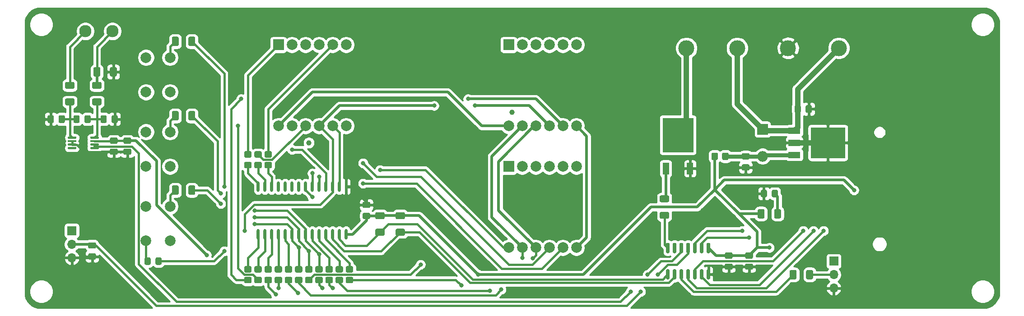
<source format=gbr>
%TF.GenerationSoftware,KiCad,Pcbnew,(5.1.9)-1*%
%TF.CreationDate,2021-09-06T15:07:46-04:00*%
%TF.ProjectId,PCB Heater,50434220-4865-4617-9465-722e6b696361,rev?*%
%TF.SameCoordinates,Original*%
%TF.FileFunction,Copper,L1,Top*%
%TF.FilePolarity,Positive*%
%FSLAX46Y46*%
G04 Gerber Fmt 4.6, Leading zero omitted, Abs format (unit mm)*
G04 Created by KiCad (PCBNEW (5.1.9)-1) date 2021-09-06 15:07:46*
%MOMM*%
%LPD*%
G01*
G04 APERTURE LIST*
%TA.AperFunction,ComponentPad*%
%ADD10C,2.000000*%
%TD*%
%TA.AperFunction,ComponentPad*%
%ADD11R,2.000000X2.000000*%
%TD*%
%TA.AperFunction,SMDPad,CuDef*%
%ADD12R,5.800000X6.400000*%
%TD*%
%TA.AperFunction,SMDPad,CuDef*%
%ADD13R,1.200000X2.200000*%
%TD*%
%TA.AperFunction,SMDPad,CuDef*%
%ADD14R,0.541585X2.002791*%
%TD*%
%TA.AperFunction,SMDPad,CuDef*%
%ADD15R,6.400000X5.800000*%
%TD*%
%TA.AperFunction,SMDPad,CuDef*%
%ADD16R,2.200000X1.200000*%
%TD*%
%TA.AperFunction,ComponentPad*%
%ADD17O,1.700000X1.700000*%
%TD*%
%TA.AperFunction,ComponentPad*%
%ADD18R,1.700000X1.700000*%
%TD*%
%TA.AperFunction,ComponentPad*%
%ADD19C,3.000000*%
%TD*%
%TA.AperFunction,ComponentPad*%
%ADD20C,2.300000*%
%TD*%
%TA.AperFunction,ComponentPad*%
%ADD21O,2.000000X2.000000*%
%TD*%
%TA.AperFunction,ViaPad*%
%ADD22C,1.000000*%
%TD*%
%TA.AperFunction,ViaPad*%
%ADD23C,0.800000*%
%TD*%
%TA.AperFunction,Conductor*%
%ADD24C,1.016000*%
%TD*%
%TA.AperFunction,Conductor*%
%ADD25C,0.381000*%
%TD*%
%TA.AperFunction,Conductor*%
%ADD26C,0.508000*%
%TD*%
%TA.AperFunction,Conductor*%
%ADD27C,0.762000*%
%TD*%
%TA.AperFunction,Conductor*%
%ADD28C,0.254000*%
%TD*%
%TA.AperFunction,Conductor*%
%ADD29C,0.100000*%
%TD*%
G04 APERTURE END LIST*
%TO.P,U1,14*%
%TO.N,GND*%
%TA.AperFunction,SMDPad,CuDef*%
G36*
G01*
X178285000Y-95480000D02*
X178585000Y-95480000D01*
G75*
G02*
X178735000Y-95630000I0J-150000D01*
G01*
X178735000Y-97280000D01*
G75*
G02*
X178585000Y-97430000I-150000J0D01*
G01*
X178285000Y-97430000D01*
G75*
G02*
X178135000Y-97280000I0J150000D01*
G01*
X178135000Y-95630000D01*
G75*
G02*
X178285000Y-95480000I150000J0D01*
G01*
G37*
%TD.AperFunction*%
%TO.P,U1,13*%
%TO.N,/SCK*%
%TA.AperFunction,SMDPad,CuDef*%
G36*
G01*
X177015000Y-95480000D02*
X177315000Y-95480000D01*
G75*
G02*
X177465000Y-95630000I0J-150000D01*
G01*
X177465000Y-97280000D01*
G75*
G02*
X177315000Y-97430000I-150000J0D01*
G01*
X177015000Y-97430000D01*
G75*
G02*
X176865000Y-97280000I0J150000D01*
G01*
X176865000Y-95630000D01*
G75*
G02*
X177015000Y-95480000I150000J0D01*
G01*
G37*
%TD.AperFunction*%
%TO.P,U1,12*%
%TO.N,/MISO*%
%TA.AperFunction,SMDPad,CuDef*%
G36*
G01*
X175745000Y-95480000D02*
X176045000Y-95480000D01*
G75*
G02*
X176195000Y-95630000I0J-150000D01*
G01*
X176195000Y-97280000D01*
G75*
G02*
X176045000Y-97430000I-150000J0D01*
G01*
X175745000Y-97430000D01*
G75*
G02*
X175595000Y-97280000I0J150000D01*
G01*
X175595000Y-95630000D01*
G75*
G02*
X175745000Y-95480000I150000J0D01*
G01*
G37*
%TD.AperFunction*%
%TO.P,U1,11*%
%TO.N,/MOSI*%
%TA.AperFunction,SMDPad,CuDef*%
G36*
G01*
X174475000Y-95480000D02*
X174775000Y-95480000D01*
G75*
G02*
X174925000Y-95630000I0J-150000D01*
G01*
X174925000Y-97280000D01*
G75*
G02*
X174775000Y-97430000I-150000J0D01*
G01*
X174475000Y-97430000D01*
G75*
G02*
X174325000Y-97280000I0J150000D01*
G01*
X174325000Y-95630000D01*
G75*
G02*
X174475000Y-95480000I150000J0D01*
G01*
G37*
%TD.AperFunction*%
%TO.P,U1,10*%
%TO.N,/RESET*%
%TA.AperFunction,SMDPad,CuDef*%
G36*
G01*
X173205000Y-95480000D02*
X173505000Y-95480000D01*
G75*
G02*
X173655000Y-95630000I0J-150000D01*
G01*
X173655000Y-97280000D01*
G75*
G02*
X173505000Y-97430000I-150000J0D01*
G01*
X173205000Y-97430000D01*
G75*
G02*
X173055000Y-97280000I0J150000D01*
G01*
X173055000Y-95630000D01*
G75*
G02*
X173205000Y-95480000I150000J0D01*
G01*
G37*
%TD.AperFunction*%
%TO.P,U1,9*%
%TO.N,/SCL*%
%TA.AperFunction,SMDPad,CuDef*%
G36*
G01*
X171935000Y-95480000D02*
X172235000Y-95480000D01*
G75*
G02*
X172385000Y-95630000I0J-150000D01*
G01*
X172385000Y-97280000D01*
G75*
G02*
X172235000Y-97430000I-150000J0D01*
G01*
X171935000Y-97430000D01*
G75*
G02*
X171785000Y-97280000I0J150000D01*
G01*
X171785000Y-95630000D01*
G75*
G02*
X171935000Y-95480000I150000J0D01*
G01*
G37*
%TD.AperFunction*%
%TO.P,U1,8*%
%TO.N,/SDA*%
%TA.AperFunction,SMDPad,CuDef*%
G36*
G01*
X170665000Y-95480000D02*
X170965000Y-95480000D01*
G75*
G02*
X171115000Y-95630000I0J-150000D01*
G01*
X171115000Y-97280000D01*
G75*
G02*
X170965000Y-97430000I-150000J0D01*
G01*
X170665000Y-97430000D01*
G75*
G02*
X170515000Y-97280000I0J150000D01*
G01*
X170515000Y-95630000D01*
G75*
G02*
X170665000Y-95480000I150000J0D01*
G01*
G37*
%TD.AperFunction*%
%TO.P,U1,7*%
%TO.N,/Gate*%
%TA.AperFunction,SMDPad,CuDef*%
G36*
G01*
X170665000Y-90530000D02*
X170965000Y-90530000D01*
G75*
G02*
X171115000Y-90680000I0J-150000D01*
G01*
X171115000Y-92330000D01*
G75*
G02*
X170965000Y-92480000I-150000J0D01*
G01*
X170665000Y-92480000D01*
G75*
G02*
X170515000Y-92330000I0J150000D01*
G01*
X170515000Y-90680000D01*
G75*
G02*
X170665000Y-90530000I150000J0D01*
G01*
G37*
%TD.AperFunction*%
%TO.P,U1,6*%
%TO.N,N/C*%
%TA.AperFunction,SMDPad,CuDef*%
G36*
G01*
X171935000Y-90530000D02*
X172235000Y-90530000D01*
G75*
G02*
X172385000Y-90680000I0J-150000D01*
G01*
X172385000Y-92330000D01*
G75*
G02*
X172235000Y-92480000I-150000J0D01*
G01*
X171935000Y-92480000D01*
G75*
G02*
X171785000Y-92330000I0J150000D01*
G01*
X171785000Y-90680000D01*
G75*
G02*
X171935000Y-90530000I150000J0D01*
G01*
G37*
%TD.AperFunction*%
%TO.P,U1,5*%
%TO.N,/TOUT*%
%TA.AperFunction,SMDPad,CuDef*%
G36*
G01*
X173205000Y-90530000D02*
X173505000Y-90530000D01*
G75*
G02*
X173655000Y-90680000I0J-150000D01*
G01*
X173655000Y-92330000D01*
G75*
G02*
X173505000Y-92480000I-150000J0D01*
G01*
X173205000Y-92480000D01*
G75*
G02*
X173055000Y-92330000I0J150000D01*
G01*
X173055000Y-90680000D01*
G75*
G02*
X173205000Y-90530000I150000J0D01*
G01*
G37*
%TD.AperFunction*%
%TO.P,U1,4*%
%TO.N,/TempCtrl*%
%TA.AperFunction,SMDPad,CuDef*%
G36*
G01*
X174475000Y-90530000D02*
X174775000Y-90530000D01*
G75*
G02*
X174925000Y-90680000I0J-150000D01*
G01*
X174925000Y-92330000D01*
G75*
G02*
X174775000Y-92480000I-150000J0D01*
G01*
X174475000Y-92480000D01*
G75*
G02*
X174325000Y-92330000I0J150000D01*
G01*
X174325000Y-90680000D01*
G75*
G02*
X174475000Y-90530000I150000J0D01*
G01*
G37*
%TD.AperFunction*%
%TO.P,U1,3*%
%TO.N,/SDDet*%
%TA.AperFunction,SMDPad,CuDef*%
G36*
G01*
X175745000Y-90530000D02*
X176045000Y-90530000D01*
G75*
G02*
X176195000Y-90680000I0J-150000D01*
G01*
X176195000Y-92330000D01*
G75*
G02*
X176045000Y-92480000I-150000J0D01*
G01*
X175745000Y-92480000D01*
G75*
G02*
X175595000Y-92330000I0J150000D01*
G01*
X175595000Y-90680000D01*
G75*
G02*
X175745000Y-90530000I150000J0D01*
G01*
G37*
%TD.AperFunction*%
%TO.P,U1,2*%
%TO.N,/SS*%
%TA.AperFunction,SMDPad,CuDef*%
G36*
G01*
X177015000Y-90530000D02*
X177315000Y-90530000D01*
G75*
G02*
X177465000Y-90680000I0J-150000D01*
G01*
X177465000Y-92330000D01*
G75*
G02*
X177315000Y-92480000I-150000J0D01*
G01*
X177015000Y-92480000D01*
G75*
G02*
X176865000Y-92330000I0J150000D01*
G01*
X176865000Y-90680000D01*
G75*
G02*
X177015000Y-90530000I150000J0D01*
G01*
G37*
%TD.AperFunction*%
%TO.P,U1,1*%
%TO.N,+3V3*%
%TA.AperFunction,SMDPad,CuDef*%
G36*
G01*
X178285000Y-90530000D02*
X178585000Y-90530000D01*
G75*
G02*
X178735000Y-90680000I0J-150000D01*
G01*
X178735000Y-92330000D01*
G75*
G02*
X178585000Y-92480000I-150000J0D01*
G01*
X178285000Y-92480000D01*
G75*
G02*
X178135000Y-92330000I0J150000D01*
G01*
X178135000Y-90680000D01*
G75*
G02*
X178285000Y-90530000I150000J0D01*
G01*
G37*
%TD.AperFunction*%
%TD*%
D10*
%TO.P,DS3,12*%
%TO.N,/COM3*%
X97790000Y-68580000D03*
%TO.P,DS3,11*%
%TO.N,/A2*%
X100330000Y-68580000D03*
%TO.P,DS3,10*%
%TO.N,/F2*%
X102870000Y-68580000D03*
%TO.P,DS3,9*%
%TO.N,/COM2*%
X105410000Y-68580000D03*
%TO.P,DS3,8*%
%TO.N,/COM1*%
X107950000Y-68580000D03*
%TO.P,DS3,7*%
%TO.N,/B2*%
X110490000Y-68580000D03*
%TO.P,DS3,6*%
%TO.N,N/C*%
X110490000Y-53340000D03*
%TO.P,DS3,5*%
%TO.N,/G2*%
X107950000Y-53340000D03*
%TO.P,DS3,4*%
%TO.N,/C2*%
X105410000Y-53340000D03*
%TO.P,DS3,3*%
%TO.N,N/C*%
X102870000Y-53340000D03*
%TO.P,DS3,2*%
%TO.N,/D2*%
X100330000Y-53340000D03*
D11*
%TO.P,DS3,1*%
%TO.N,/E2*%
X97790000Y-53340000D03*
%TD*%
D12*
%TO.P,Q1,2*%
%TO.N,/H-*%
X172720000Y-70290000D03*
D13*
%TO.P,Q1,3*%
%TO.N,GND*%
X175000000Y-76590000D03*
%TO.P,Q1,1*%
%TO.N,Net-(Q1-Pad1)*%
X170440000Y-76590000D03*
%TD*%
%TO.P,D3,2*%
%TO.N,/COM2*%
%TA.AperFunction,SMDPad,CuDef*%
G36*
G01*
X74745000Y-94430001D02*
X74745000Y-93529999D01*
G75*
G02*
X74994999Y-93280000I249999J0D01*
G01*
X75645001Y-93280000D01*
G75*
G02*
X75895000Y-93529999I0J-249999D01*
G01*
X75895000Y-94430001D01*
G75*
G02*
X75645001Y-94680000I-249999J0D01*
G01*
X74994999Y-94680000D01*
G75*
G02*
X74745000Y-94430001I0J249999D01*
G01*
G37*
%TD.AperFunction*%
%TO.P,D3,1*%
%TO.N,Net-(D3-Pad1)*%
%TA.AperFunction,SMDPad,CuDef*%
G36*
G01*
X72695000Y-94430001D02*
X72695000Y-93529999D01*
G75*
G02*
X72944999Y-93280000I249999J0D01*
G01*
X73595001Y-93280000D01*
G75*
G02*
X73845000Y-93529999I0J-249999D01*
G01*
X73845000Y-94430001D01*
G75*
G02*
X73595001Y-94680000I-249999J0D01*
G01*
X72944999Y-94680000D01*
G75*
G02*
X72695000Y-94430001I0J249999D01*
G01*
G37*
%TD.AperFunction*%
%TD*%
%TO.P,R22,2*%
%TO.N,/K11*%
%TA.AperFunction,SMDPad,CuDef*%
G36*
G01*
X95434999Y-75330000D02*
X96335001Y-75330000D01*
G75*
G02*
X96585000Y-75579999I0J-249999D01*
G01*
X96585000Y-76280001D01*
G75*
G02*
X96335001Y-76530000I-249999J0D01*
G01*
X95434999Y-76530000D01*
G75*
G02*
X95185000Y-76280001I0J249999D01*
G01*
X95185000Y-75579999D01*
G75*
G02*
X95434999Y-75330000I249999J0D01*
G01*
G37*
%TD.AperFunction*%
%TO.P,R22,1*%
%TO.N,/G2*%
%TA.AperFunction,SMDPad,CuDef*%
G36*
G01*
X95434999Y-73330000D02*
X96335001Y-73330000D01*
G75*
G02*
X96585000Y-73579999I0J-249999D01*
G01*
X96585000Y-74280001D01*
G75*
G02*
X96335001Y-74530000I-249999J0D01*
G01*
X95434999Y-74530000D01*
G75*
G02*
X95185000Y-74280001I0J249999D01*
G01*
X95185000Y-73579999D01*
G75*
G02*
X95434999Y-73330000I249999J0D01*
G01*
G37*
%TD.AperFunction*%
%TD*%
%TO.P,R21,2*%
%TO.N,/K10*%
%TA.AperFunction,SMDPad,CuDef*%
G36*
G01*
X93529999Y-75330000D02*
X94430001Y-75330000D01*
G75*
G02*
X94680000Y-75579999I0J-249999D01*
G01*
X94680000Y-76280001D01*
G75*
G02*
X94430001Y-76530000I-249999J0D01*
G01*
X93529999Y-76530000D01*
G75*
G02*
X93280000Y-76280001I0J249999D01*
G01*
X93280000Y-75579999D01*
G75*
G02*
X93529999Y-75330000I249999J0D01*
G01*
G37*
%TD.AperFunction*%
%TO.P,R21,1*%
%TO.N,/F2*%
%TA.AperFunction,SMDPad,CuDef*%
G36*
G01*
X93529999Y-73330000D02*
X94430001Y-73330000D01*
G75*
G02*
X94680000Y-73579999I0J-249999D01*
G01*
X94680000Y-74280001D01*
G75*
G02*
X94430001Y-74530000I-249999J0D01*
G01*
X93529999Y-74530000D01*
G75*
G02*
X93280000Y-74280001I0J249999D01*
G01*
X93280000Y-73579999D01*
G75*
G02*
X93529999Y-73330000I249999J0D01*
G01*
G37*
%TD.AperFunction*%
%TD*%
%TO.P,R20,2*%
%TO.N,/K9*%
%TA.AperFunction,SMDPad,CuDef*%
G36*
G01*
X91624999Y-75330000D02*
X92525001Y-75330000D01*
G75*
G02*
X92775000Y-75579999I0J-249999D01*
G01*
X92775000Y-76280001D01*
G75*
G02*
X92525001Y-76530000I-249999J0D01*
G01*
X91624999Y-76530000D01*
G75*
G02*
X91375000Y-76280001I0J249999D01*
G01*
X91375000Y-75579999D01*
G75*
G02*
X91624999Y-75330000I249999J0D01*
G01*
G37*
%TD.AperFunction*%
%TO.P,R20,1*%
%TO.N,/E2*%
%TA.AperFunction,SMDPad,CuDef*%
G36*
G01*
X91624999Y-73330000D02*
X92525001Y-73330000D01*
G75*
G02*
X92775000Y-73579999I0J-249999D01*
G01*
X92775000Y-74280001D01*
G75*
G02*
X92525001Y-74530000I-249999J0D01*
G01*
X91624999Y-74530000D01*
G75*
G02*
X91375000Y-74280001I0J249999D01*
G01*
X91375000Y-73579999D01*
G75*
G02*
X91624999Y-73330000I249999J0D01*
G01*
G37*
%TD.AperFunction*%
%TD*%
%TO.P,R19,2*%
%TO.N,/K8*%
%TA.AperFunction,SMDPad,CuDef*%
G36*
G01*
X92525001Y-96120000D02*
X91624999Y-96120000D01*
G75*
G02*
X91375000Y-95870001I0J249999D01*
G01*
X91375000Y-95169999D01*
G75*
G02*
X91624999Y-94920000I249999J0D01*
G01*
X92525001Y-94920000D01*
G75*
G02*
X92775000Y-95169999I0J-249999D01*
G01*
X92775000Y-95870001D01*
G75*
G02*
X92525001Y-96120000I-249999J0D01*
G01*
G37*
%TD.AperFunction*%
%TO.P,R19,1*%
%TO.N,/D2*%
%TA.AperFunction,SMDPad,CuDef*%
G36*
G01*
X92525001Y-98120000D02*
X91624999Y-98120000D01*
G75*
G02*
X91375000Y-97870001I0J249999D01*
G01*
X91375000Y-97169999D01*
G75*
G02*
X91624999Y-96920000I249999J0D01*
G01*
X92525001Y-96920000D01*
G75*
G02*
X92775000Y-97169999I0J-249999D01*
G01*
X92775000Y-97870001D01*
G75*
G02*
X92525001Y-98120000I-249999J0D01*
G01*
G37*
%TD.AperFunction*%
%TD*%
%TO.P,R18,2*%
%TO.N,/K7*%
%TA.AperFunction,SMDPad,CuDef*%
G36*
G01*
X94430001Y-96120000D02*
X93529999Y-96120000D01*
G75*
G02*
X93280000Y-95870001I0J249999D01*
G01*
X93280000Y-95169999D01*
G75*
G02*
X93529999Y-94920000I249999J0D01*
G01*
X94430001Y-94920000D01*
G75*
G02*
X94680000Y-95169999I0J-249999D01*
G01*
X94680000Y-95870001D01*
G75*
G02*
X94430001Y-96120000I-249999J0D01*
G01*
G37*
%TD.AperFunction*%
%TO.P,R18,1*%
%TO.N,/C2*%
%TA.AperFunction,SMDPad,CuDef*%
G36*
G01*
X94430001Y-98120000D02*
X93529999Y-98120000D01*
G75*
G02*
X93280000Y-97870001I0J249999D01*
G01*
X93280000Y-97169999D01*
G75*
G02*
X93529999Y-96920000I249999J0D01*
G01*
X94430001Y-96920000D01*
G75*
G02*
X94680000Y-97169999I0J-249999D01*
G01*
X94680000Y-97870001D01*
G75*
G02*
X94430001Y-98120000I-249999J0D01*
G01*
G37*
%TD.AperFunction*%
%TD*%
%TO.P,R17,2*%
%TO.N,/K6*%
%TA.AperFunction,SMDPad,CuDef*%
G36*
G01*
X96335001Y-96120000D02*
X95434999Y-96120000D01*
G75*
G02*
X95185000Y-95870001I0J249999D01*
G01*
X95185000Y-95169999D01*
G75*
G02*
X95434999Y-94920000I249999J0D01*
G01*
X96335001Y-94920000D01*
G75*
G02*
X96585000Y-95169999I0J-249999D01*
G01*
X96585000Y-95870001D01*
G75*
G02*
X96335001Y-96120000I-249999J0D01*
G01*
G37*
%TD.AperFunction*%
%TO.P,R17,1*%
%TO.N,/B2*%
%TA.AperFunction,SMDPad,CuDef*%
G36*
G01*
X96335001Y-98120000D02*
X95434999Y-98120000D01*
G75*
G02*
X95185000Y-97870001I0J249999D01*
G01*
X95185000Y-97169999D01*
G75*
G02*
X95434999Y-96920000I249999J0D01*
G01*
X96335001Y-96920000D01*
G75*
G02*
X96585000Y-97169999I0J-249999D01*
G01*
X96585000Y-97870001D01*
G75*
G02*
X96335001Y-98120000I-249999J0D01*
G01*
G37*
%TD.AperFunction*%
%TD*%
%TO.P,R16,2*%
%TO.N,/K5*%
%TA.AperFunction,SMDPad,CuDef*%
G36*
G01*
X98240001Y-96120000D02*
X97339999Y-96120000D01*
G75*
G02*
X97090000Y-95870001I0J249999D01*
G01*
X97090000Y-95169999D01*
G75*
G02*
X97339999Y-94920000I249999J0D01*
G01*
X98240001Y-94920000D01*
G75*
G02*
X98490000Y-95169999I0J-249999D01*
G01*
X98490000Y-95870001D01*
G75*
G02*
X98240001Y-96120000I-249999J0D01*
G01*
G37*
%TD.AperFunction*%
%TO.P,R16,1*%
%TO.N,/A2*%
%TA.AperFunction,SMDPad,CuDef*%
G36*
G01*
X98240001Y-98120000D02*
X97339999Y-98120000D01*
G75*
G02*
X97090000Y-97870001I0J249999D01*
G01*
X97090000Y-97169999D01*
G75*
G02*
X97339999Y-96920000I249999J0D01*
G01*
X98240001Y-96920000D01*
G75*
G02*
X98490000Y-97169999I0J-249999D01*
G01*
X98490000Y-97870001D01*
G75*
G02*
X98240001Y-98120000I-249999J0D01*
G01*
G37*
%TD.AperFunction*%
%TD*%
%TO.P,R15,2*%
%TO.N,/K4*%
%TA.AperFunction,SMDPad,CuDef*%
G36*
G01*
X100145001Y-96120000D02*
X99244999Y-96120000D01*
G75*
G02*
X98995000Y-95870001I0J249999D01*
G01*
X98995000Y-95169999D01*
G75*
G02*
X99244999Y-94920000I249999J0D01*
G01*
X100145001Y-94920000D01*
G75*
G02*
X100395000Y-95169999I0J-249999D01*
G01*
X100395000Y-95870001D01*
G75*
G02*
X100145001Y-96120000I-249999J0D01*
G01*
G37*
%TD.AperFunction*%
%TO.P,R15,1*%
%TO.N,/G*%
%TA.AperFunction,SMDPad,CuDef*%
G36*
G01*
X100145001Y-98120000D02*
X99244999Y-98120000D01*
G75*
G02*
X98995000Y-97870001I0J249999D01*
G01*
X98995000Y-97169999D01*
G75*
G02*
X99244999Y-96920000I249999J0D01*
G01*
X100145001Y-96920000D01*
G75*
G02*
X100395000Y-97169999I0J-249999D01*
G01*
X100395000Y-97870001D01*
G75*
G02*
X100145001Y-98120000I-249999J0D01*
G01*
G37*
%TD.AperFunction*%
%TD*%
%TO.P,R14,2*%
%TO.N,/K3*%
%TA.AperFunction,SMDPad,CuDef*%
G36*
G01*
X102050001Y-96120000D02*
X101149999Y-96120000D01*
G75*
G02*
X100900000Y-95870001I0J249999D01*
G01*
X100900000Y-95169999D01*
G75*
G02*
X101149999Y-94920000I249999J0D01*
G01*
X102050001Y-94920000D01*
G75*
G02*
X102300000Y-95169999I0J-249999D01*
G01*
X102300000Y-95870001D01*
G75*
G02*
X102050001Y-96120000I-249999J0D01*
G01*
G37*
%TD.AperFunction*%
%TO.P,R14,1*%
%TO.N,/F*%
%TA.AperFunction,SMDPad,CuDef*%
G36*
G01*
X102050001Y-98120000D02*
X101149999Y-98120000D01*
G75*
G02*
X100900000Y-97870001I0J249999D01*
G01*
X100900000Y-97169999D01*
G75*
G02*
X101149999Y-96920000I249999J0D01*
G01*
X102050001Y-96920000D01*
G75*
G02*
X102300000Y-97169999I0J-249999D01*
G01*
X102300000Y-97870001D01*
G75*
G02*
X102050001Y-98120000I-249999J0D01*
G01*
G37*
%TD.AperFunction*%
%TD*%
%TO.P,R13,2*%
%TO.N,/K2*%
%TA.AperFunction,SMDPad,CuDef*%
G36*
G01*
X103955001Y-96120000D02*
X103054999Y-96120000D01*
G75*
G02*
X102805000Y-95870001I0J249999D01*
G01*
X102805000Y-95169999D01*
G75*
G02*
X103054999Y-94920000I249999J0D01*
G01*
X103955001Y-94920000D01*
G75*
G02*
X104205000Y-95169999I0J-249999D01*
G01*
X104205000Y-95870001D01*
G75*
G02*
X103955001Y-96120000I-249999J0D01*
G01*
G37*
%TD.AperFunction*%
%TO.P,R13,1*%
%TO.N,/E*%
%TA.AperFunction,SMDPad,CuDef*%
G36*
G01*
X103955001Y-98120000D02*
X103054999Y-98120000D01*
G75*
G02*
X102805000Y-97870001I0J249999D01*
G01*
X102805000Y-97169999D01*
G75*
G02*
X103054999Y-96920000I249999J0D01*
G01*
X103955001Y-96920000D01*
G75*
G02*
X104205000Y-97169999I0J-249999D01*
G01*
X104205000Y-97870001D01*
G75*
G02*
X103955001Y-98120000I-249999J0D01*
G01*
G37*
%TD.AperFunction*%
%TD*%
%TO.P,R12,2*%
%TO.N,/K1*%
%TA.AperFunction,SMDPad,CuDef*%
G36*
G01*
X105860001Y-96120000D02*
X104959999Y-96120000D01*
G75*
G02*
X104710000Y-95870001I0J249999D01*
G01*
X104710000Y-95169999D01*
G75*
G02*
X104959999Y-94920000I249999J0D01*
G01*
X105860001Y-94920000D01*
G75*
G02*
X106110000Y-95169999I0J-249999D01*
G01*
X106110000Y-95870001D01*
G75*
G02*
X105860001Y-96120000I-249999J0D01*
G01*
G37*
%TD.AperFunction*%
%TO.P,R12,1*%
%TO.N,/D*%
%TA.AperFunction,SMDPad,CuDef*%
G36*
G01*
X105860001Y-98120000D02*
X104959999Y-98120000D01*
G75*
G02*
X104710000Y-97870001I0J249999D01*
G01*
X104710000Y-97169999D01*
G75*
G02*
X104959999Y-96920000I249999J0D01*
G01*
X105860001Y-96920000D01*
G75*
G02*
X106110000Y-97169999I0J-249999D01*
G01*
X106110000Y-97870001D01*
G75*
G02*
X105860001Y-98120000I-249999J0D01*
G01*
G37*
%TD.AperFunction*%
%TD*%
%TO.P,R11,2*%
%TO.N,/A0Add*%
%TA.AperFunction,SMDPad,CuDef*%
G36*
G01*
X107765001Y-96120000D02*
X106864999Y-96120000D01*
G75*
G02*
X106615000Y-95870001I0J249999D01*
G01*
X106615000Y-95169999D01*
G75*
G02*
X106864999Y-94920000I249999J0D01*
G01*
X107765001Y-94920000D01*
G75*
G02*
X108015000Y-95169999I0J-249999D01*
G01*
X108015000Y-95870001D01*
G75*
G02*
X107765001Y-96120000I-249999J0D01*
G01*
G37*
%TD.AperFunction*%
%TO.P,R11,1*%
%TO.N,/C*%
%TA.AperFunction,SMDPad,CuDef*%
G36*
G01*
X107765001Y-98120000D02*
X106864999Y-98120000D01*
G75*
G02*
X106615000Y-97870001I0J249999D01*
G01*
X106615000Y-97169999D01*
G75*
G02*
X106864999Y-96920000I249999J0D01*
G01*
X107765001Y-96920000D01*
G75*
G02*
X108015000Y-97169999I0J-249999D01*
G01*
X108015000Y-97870001D01*
G75*
G02*
X107765001Y-98120000I-249999J0D01*
G01*
G37*
%TD.AperFunction*%
%TD*%
%TO.P,R10,2*%
%TO.N,/A1Add*%
%TA.AperFunction,SMDPad,CuDef*%
G36*
G01*
X109670001Y-96120000D02*
X108769999Y-96120000D01*
G75*
G02*
X108520000Y-95870001I0J249999D01*
G01*
X108520000Y-95169999D01*
G75*
G02*
X108769999Y-94920000I249999J0D01*
G01*
X109670001Y-94920000D01*
G75*
G02*
X109920000Y-95169999I0J-249999D01*
G01*
X109920000Y-95870001D01*
G75*
G02*
X109670001Y-96120000I-249999J0D01*
G01*
G37*
%TD.AperFunction*%
%TO.P,R10,1*%
%TO.N,/B*%
%TA.AperFunction,SMDPad,CuDef*%
G36*
G01*
X109670001Y-98120000D02*
X108769999Y-98120000D01*
G75*
G02*
X108520000Y-97870001I0J249999D01*
G01*
X108520000Y-97169999D01*
G75*
G02*
X108769999Y-96920000I249999J0D01*
G01*
X109670001Y-96920000D01*
G75*
G02*
X109920000Y-97169999I0J-249999D01*
G01*
X109920000Y-97870001D01*
G75*
G02*
X109670001Y-98120000I-249999J0D01*
G01*
G37*
%TD.AperFunction*%
%TD*%
%TO.P,R9,2*%
%TO.N,/A2Add*%
%TA.AperFunction,SMDPad,CuDef*%
G36*
G01*
X111575001Y-96120000D02*
X110674999Y-96120000D01*
G75*
G02*
X110425000Y-95870001I0J249999D01*
G01*
X110425000Y-95169999D01*
G75*
G02*
X110674999Y-94920000I249999J0D01*
G01*
X111575001Y-94920000D01*
G75*
G02*
X111825000Y-95169999I0J-249999D01*
G01*
X111825000Y-95870001D01*
G75*
G02*
X111575001Y-96120000I-249999J0D01*
G01*
G37*
%TD.AperFunction*%
%TO.P,R9,1*%
%TO.N,/A*%
%TA.AperFunction,SMDPad,CuDef*%
G36*
G01*
X111575001Y-98120000D02*
X110674999Y-98120000D01*
G75*
G02*
X110425000Y-97870001I0J249999D01*
G01*
X110425000Y-97169999D01*
G75*
G02*
X110674999Y-96920000I249999J0D01*
G01*
X111575001Y-96920000D01*
G75*
G02*
X111825000Y-97169999I0J-249999D01*
G01*
X111825000Y-97870001D01*
G75*
G02*
X111575001Y-98120000I-249999J0D01*
G01*
G37*
%TD.AperFunction*%
%TD*%
%TO.P,U4,28*%
%TO.N,+3V3*%
%TA.AperFunction,SMDPad,CuDef*%
G36*
G01*
X110489999Y-87924098D02*
X110490001Y-87924098D01*
G75*
G02*
X110760792Y-88194889I0J-270791D01*
G01*
X110760792Y-89656097D01*
G75*
G02*
X110490001Y-89926888I-270791J0D01*
G01*
X110489999Y-89926888D01*
G75*
G02*
X110219208Y-89656097I0J270791D01*
G01*
X110219208Y-88194889D01*
G75*
G02*
X110489999Y-87924098I270791J0D01*
G01*
G37*
%TD.AperFunction*%
%TO.P,U4,27*%
%TO.N,/SDA*%
%TA.AperFunction,SMDPad,CuDef*%
G36*
G01*
X109219999Y-87924098D02*
X109220001Y-87924098D01*
G75*
G02*
X109490792Y-88194889I0J-270791D01*
G01*
X109490792Y-89656097D01*
G75*
G02*
X109220001Y-89926888I-270791J0D01*
G01*
X109219999Y-89926888D01*
G75*
G02*
X108949208Y-89656097I0J270791D01*
G01*
X108949208Y-88194889D01*
G75*
G02*
X109219999Y-87924098I270791J0D01*
G01*
G37*
%TD.AperFunction*%
%TO.P,U4,26*%
%TO.N,/SCL*%
%TA.AperFunction,SMDPad,CuDef*%
G36*
G01*
X107949999Y-87924098D02*
X107950001Y-87924098D01*
G75*
G02*
X108220792Y-88194889I0J-270791D01*
G01*
X108220792Y-89656097D01*
G75*
G02*
X107950001Y-89926888I-270791J0D01*
G01*
X107949999Y-89926888D01*
G75*
G02*
X107679208Y-89656097I0J270791D01*
G01*
X107679208Y-88194889D01*
G75*
G02*
X107949999Y-87924098I270791J0D01*
G01*
G37*
%TD.AperFunction*%
%TO.P,U4,25*%
%TO.N,/A2Add*%
%TA.AperFunction,SMDPad,CuDef*%
G36*
G01*
X106679999Y-87924098D02*
X106680001Y-87924098D01*
G75*
G02*
X106950792Y-88194889I0J-270791D01*
G01*
X106950792Y-89656097D01*
G75*
G02*
X106680001Y-89926888I-270791J0D01*
G01*
X106679999Y-89926888D01*
G75*
G02*
X106409208Y-89656097I0J270791D01*
G01*
X106409208Y-88194889D01*
G75*
G02*
X106679999Y-87924098I270791J0D01*
G01*
G37*
%TD.AperFunction*%
%TO.P,U4,24*%
%TO.N,/A1Add*%
%TA.AperFunction,SMDPad,CuDef*%
G36*
G01*
X105409999Y-87924098D02*
X105410001Y-87924098D01*
G75*
G02*
X105680792Y-88194889I0J-270791D01*
G01*
X105680792Y-89656097D01*
G75*
G02*
X105410001Y-89926888I-270791J0D01*
G01*
X105409999Y-89926888D01*
G75*
G02*
X105139208Y-89656097I0J270791D01*
G01*
X105139208Y-88194889D01*
G75*
G02*
X105409999Y-87924098I270791J0D01*
G01*
G37*
%TD.AperFunction*%
%TO.P,U4,23*%
%TO.N,/A0Add*%
%TA.AperFunction,SMDPad,CuDef*%
G36*
G01*
X104139999Y-87924098D02*
X104140001Y-87924098D01*
G75*
G02*
X104410792Y-88194889I0J-270791D01*
G01*
X104410792Y-89656097D01*
G75*
G02*
X104140001Y-89926888I-270791J0D01*
G01*
X104139999Y-89926888D01*
G75*
G02*
X103869208Y-89656097I0J270791D01*
G01*
X103869208Y-88194889D01*
G75*
G02*
X104139999Y-87924098I270791J0D01*
G01*
G37*
%TD.AperFunction*%
%TO.P,U4,22*%
%TO.N,/K1*%
%TA.AperFunction,SMDPad,CuDef*%
G36*
G01*
X102869999Y-87924098D02*
X102870001Y-87924098D01*
G75*
G02*
X103140792Y-88194889I0J-270791D01*
G01*
X103140792Y-89656097D01*
G75*
G02*
X102870001Y-89926888I-270791J0D01*
G01*
X102869999Y-89926888D01*
G75*
G02*
X102599208Y-89656097I0J270791D01*
G01*
X102599208Y-88194889D01*
G75*
G02*
X102869999Y-87924098I270791J0D01*
G01*
G37*
%TD.AperFunction*%
%TO.P,U4,21*%
%TO.N,/K2*%
%TA.AperFunction,SMDPad,CuDef*%
G36*
G01*
X101599998Y-87924098D02*
X101600000Y-87924098D01*
G75*
G02*
X101870791Y-88194889I0J-270791D01*
G01*
X101870791Y-89656097D01*
G75*
G02*
X101600000Y-89926888I-270791J0D01*
G01*
X101599998Y-89926888D01*
G75*
G02*
X101329207Y-89656097I0J270791D01*
G01*
X101329207Y-88194889D01*
G75*
G02*
X101599998Y-87924098I270791J0D01*
G01*
G37*
%TD.AperFunction*%
%TO.P,U4,20*%
%TO.N,/K3*%
%TA.AperFunction,SMDPad,CuDef*%
G36*
G01*
X100329998Y-87924098D02*
X100330000Y-87924098D01*
G75*
G02*
X100600791Y-88194889I0J-270791D01*
G01*
X100600791Y-89656097D01*
G75*
G02*
X100330000Y-89926888I-270791J0D01*
G01*
X100329998Y-89926888D01*
G75*
G02*
X100059207Y-89656097I0J270791D01*
G01*
X100059207Y-88194889D01*
G75*
G02*
X100329998Y-87924098I270791J0D01*
G01*
G37*
%TD.AperFunction*%
%TO.P,U4,19*%
%TO.N,/K4*%
%TA.AperFunction,SMDPad,CuDef*%
G36*
G01*
X99059998Y-87924098D02*
X99060000Y-87924098D01*
G75*
G02*
X99330791Y-88194889I0J-270791D01*
G01*
X99330791Y-89656097D01*
G75*
G02*
X99060000Y-89926888I-270791J0D01*
G01*
X99059998Y-89926888D01*
G75*
G02*
X98789207Y-89656097I0J270791D01*
G01*
X98789207Y-88194889D01*
G75*
G02*
X99059998Y-87924098I270791J0D01*
G01*
G37*
%TD.AperFunction*%
%TO.P,U4,18*%
%TO.N,/K5*%
%TA.AperFunction,SMDPad,CuDef*%
G36*
G01*
X97789998Y-87924098D02*
X97790000Y-87924098D01*
G75*
G02*
X98060791Y-88194889I0J-270791D01*
G01*
X98060791Y-89656097D01*
G75*
G02*
X97790000Y-89926888I-270791J0D01*
G01*
X97789998Y-89926888D01*
G75*
G02*
X97519207Y-89656097I0J270791D01*
G01*
X97519207Y-88194889D01*
G75*
G02*
X97789998Y-87924098I270791J0D01*
G01*
G37*
%TD.AperFunction*%
%TO.P,U4,17*%
%TO.N,/K6*%
%TA.AperFunction,SMDPad,CuDef*%
G36*
G01*
X96519998Y-87924098D02*
X96520000Y-87924098D01*
G75*
G02*
X96790791Y-88194889I0J-270791D01*
G01*
X96790791Y-89656097D01*
G75*
G02*
X96520000Y-89926888I-270791J0D01*
G01*
X96519998Y-89926888D01*
G75*
G02*
X96249207Y-89656097I0J270791D01*
G01*
X96249207Y-88194889D01*
G75*
G02*
X96519998Y-87924098I270791J0D01*
G01*
G37*
%TD.AperFunction*%
%TO.P,U4,16*%
%TO.N,/K7*%
%TA.AperFunction,SMDPad,CuDef*%
G36*
G01*
X95249998Y-87924098D02*
X95250000Y-87924098D01*
G75*
G02*
X95520791Y-88194889I0J-270791D01*
G01*
X95520791Y-89656097D01*
G75*
G02*
X95250000Y-89926888I-270791J0D01*
G01*
X95249998Y-89926888D01*
G75*
G02*
X94979207Y-89656097I0J270791D01*
G01*
X94979207Y-88194889D01*
G75*
G02*
X95249998Y-87924098I270791J0D01*
G01*
G37*
%TD.AperFunction*%
%TO.P,U4,15*%
%TO.N,/K8*%
%TA.AperFunction,SMDPad,CuDef*%
G36*
G01*
X93979999Y-87924098D02*
X93980001Y-87924098D01*
G75*
G02*
X94250792Y-88194889I0J-270791D01*
G01*
X94250792Y-89656097D01*
G75*
G02*
X93980001Y-89926888I-270791J0D01*
G01*
X93979999Y-89926888D01*
G75*
G02*
X93709208Y-89656097I0J270791D01*
G01*
X93709208Y-88194889D01*
G75*
G02*
X93979999Y-87924098I270791J0D01*
G01*
G37*
%TD.AperFunction*%
%TO.P,U4,14*%
%TO.N,/K9*%
%TA.AperFunction,SMDPad,CuDef*%
G36*
G01*
X93979999Y-78983113D02*
X93980001Y-78983113D01*
G75*
G02*
X94250792Y-79253904I0J-270791D01*
G01*
X94250792Y-80715112D01*
G75*
G02*
X93980001Y-80985903I-270791J0D01*
G01*
X93979999Y-80985903D01*
G75*
G02*
X93709208Y-80715112I0J270791D01*
G01*
X93709208Y-79253904D01*
G75*
G02*
X93979999Y-78983113I270791J0D01*
G01*
G37*
%TD.AperFunction*%
%TO.P,U4,13*%
%TO.N,/K10*%
%TA.AperFunction,SMDPad,CuDef*%
G36*
G01*
X95249998Y-78983113D02*
X95250000Y-78983113D01*
G75*
G02*
X95520791Y-79253904I0J-270791D01*
G01*
X95520791Y-80715112D01*
G75*
G02*
X95250000Y-80985903I-270791J0D01*
G01*
X95249998Y-80985903D01*
G75*
G02*
X94979207Y-80715112I0J270791D01*
G01*
X94979207Y-79253904D01*
G75*
G02*
X95249998Y-78983113I270791J0D01*
G01*
G37*
%TD.AperFunction*%
%TO.P,U4,12*%
%TO.N,/K11*%
%TA.AperFunction,SMDPad,CuDef*%
G36*
G01*
X96519998Y-78983113D02*
X96520000Y-78983113D01*
G75*
G02*
X96790791Y-79253904I0J-270791D01*
G01*
X96790791Y-80715112D01*
G75*
G02*
X96520000Y-80985903I-270791J0D01*
G01*
X96519998Y-80985903D01*
G75*
G02*
X96249207Y-80715112I0J270791D01*
G01*
X96249207Y-79253904D01*
G75*
G02*
X96519998Y-78983113I270791J0D01*
G01*
G37*
%TD.AperFunction*%
%TO.P,U4,11*%
%TO.N,N/C*%
%TA.AperFunction,SMDPad,CuDef*%
G36*
G01*
X97789998Y-78983113D02*
X97790000Y-78983113D01*
G75*
G02*
X98060791Y-79253904I0J-270791D01*
G01*
X98060791Y-80715112D01*
G75*
G02*
X97790000Y-80985903I-270791J0D01*
G01*
X97789998Y-80985903D01*
G75*
G02*
X97519207Y-80715112I0J270791D01*
G01*
X97519207Y-79253904D01*
G75*
G02*
X97789998Y-78983113I270791J0D01*
G01*
G37*
%TD.AperFunction*%
%TO.P,U4,10*%
%TA.AperFunction,SMDPad,CuDef*%
G36*
G01*
X99059998Y-78983113D02*
X99060000Y-78983113D01*
G75*
G02*
X99330791Y-79253904I0J-270791D01*
G01*
X99330791Y-80715112D01*
G75*
G02*
X99060000Y-80985903I-270791J0D01*
G01*
X99059998Y-80985903D01*
G75*
G02*
X98789207Y-80715112I0J270791D01*
G01*
X98789207Y-79253904D01*
G75*
G02*
X99059998Y-78983113I270791J0D01*
G01*
G37*
%TD.AperFunction*%
%TO.P,U4,9*%
%TA.AperFunction,SMDPad,CuDef*%
G36*
G01*
X100329998Y-78983113D02*
X100330000Y-78983113D01*
G75*
G02*
X100600791Y-79253904I0J-270791D01*
G01*
X100600791Y-80715112D01*
G75*
G02*
X100330000Y-80985903I-270791J0D01*
G01*
X100329998Y-80985903D01*
G75*
G02*
X100059207Y-80715112I0J270791D01*
G01*
X100059207Y-79253904D01*
G75*
G02*
X100329998Y-78983113I270791J0D01*
G01*
G37*
%TD.AperFunction*%
%TO.P,U4,8*%
%TA.AperFunction,SMDPad,CuDef*%
G36*
G01*
X101599998Y-78983113D02*
X101600000Y-78983113D01*
G75*
G02*
X101870791Y-79253904I0J-270791D01*
G01*
X101870791Y-80715112D01*
G75*
G02*
X101600000Y-80985903I-270791J0D01*
G01*
X101599998Y-80985903D01*
G75*
G02*
X101329207Y-80715112I0J270791D01*
G01*
X101329207Y-79253904D01*
G75*
G02*
X101599998Y-78983113I270791J0D01*
G01*
G37*
%TD.AperFunction*%
%TO.P,U4,7*%
%TO.N,/COM6*%
%TA.AperFunction,SMDPad,CuDef*%
G36*
G01*
X102869999Y-78983113D02*
X102870001Y-78983113D01*
G75*
G02*
X103140792Y-79253904I0J-270791D01*
G01*
X103140792Y-80715112D01*
G75*
G02*
X102870001Y-80985903I-270791J0D01*
G01*
X102869999Y-80985903D01*
G75*
G02*
X102599208Y-80715112I0J270791D01*
G01*
X102599208Y-79253904D01*
G75*
G02*
X102869999Y-78983113I270791J0D01*
G01*
G37*
%TD.AperFunction*%
%TO.P,U4,6*%
%TO.N,/COM5*%
%TA.AperFunction,SMDPad,CuDef*%
G36*
G01*
X104139999Y-78983113D02*
X104140001Y-78983113D01*
G75*
G02*
X104410792Y-79253904I0J-270791D01*
G01*
X104410792Y-80715112D01*
G75*
G02*
X104140001Y-80985903I-270791J0D01*
G01*
X104139999Y-80985903D01*
G75*
G02*
X103869208Y-80715112I0J270791D01*
G01*
X103869208Y-79253904D01*
G75*
G02*
X104139999Y-78983113I270791J0D01*
G01*
G37*
%TD.AperFunction*%
%TO.P,U4,5*%
%TO.N,/COM4*%
%TA.AperFunction,SMDPad,CuDef*%
G36*
G01*
X105409999Y-78983113D02*
X105410001Y-78983113D01*
G75*
G02*
X105680792Y-79253904I0J-270791D01*
G01*
X105680792Y-80715112D01*
G75*
G02*
X105410001Y-80985903I-270791J0D01*
G01*
X105409999Y-80985903D01*
G75*
G02*
X105139208Y-80715112I0J270791D01*
G01*
X105139208Y-79253904D01*
G75*
G02*
X105409999Y-78983113I270791J0D01*
G01*
G37*
%TD.AperFunction*%
%TO.P,U4,4*%
%TO.N,/COM3*%
%TA.AperFunction,SMDPad,CuDef*%
G36*
G01*
X106679999Y-78983113D02*
X106680001Y-78983113D01*
G75*
G02*
X106950792Y-79253904I0J-270791D01*
G01*
X106950792Y-80715112D01*
G75*
G02*
X106680001Y-80985903I-270791J0D01*
G01*
X106679999Y-80985903D01*
G75*
G02*
X106409208Y-80715112I0J270791D01*
G01*
X106409208Y-79253904D01*
G75*
G02*
X106679999Y-78983113I270791J0D01*
G01*
G37*
%TD.AperFunction*%
%TO.P,U4,3*%
%TO.N,/COM2*%
%TA.AperFunction,SMDPad,CuDef*%
G36*
G01*
X107949999Y-78983113D02*
X107950001Y-78983113D01*
G75*
G02*
X108220792Y-79253904I0J-270791D01*
G01*
X108220792Y-80715112D01*
G75*
G02*
X107950001Y-80985903I-270791J0D01*
G01*
X107949999Y-80985903D01*
G75*
G02*
X107679208Y-80715112I0J270791D01*
G01*
X107679208Y-79253904D01*
G75*
G02*
X107949999Y-78983113I270791J0D01*
G01*
G37*
%TD.AperFunction*%
%TO.P,U4,2*%
%TO.N,/COM1*%
%TA.AperFunction,SMDPad,CuDef*%
G36*
G01*
X109219999Y-78983113D02*
X109220001Y-78983113D01*
G75*
G02*
X109490792Y-79253904I0J-270791D01*
G01*
X109490792Y-80715112D01*
G75*
G02*
X109220001Y-80985903I-270791J0D01*
G01*
X109219999Y-80985903D01*
G75*
G02*
X108949208Y-80715112I0J270791D01*
G01*
X108949208Y-79253904D01*
G75*
G02*
X109219999Y-78983113I270791J0D01*
G01*
G37*
%TD.AperFunction*%
D14*
%TO.P,U4,1*%
%TO.N,GND*%
X110490000Y-79984508D03*
%TD*%
%TO.P,U3,8*%
%TO.N,Net-(C10-Pad1)*%
%TA.AperFunction,SMDPad,CuDef*%
G36*
G01*
X62514000Y-70880000D02*
X62514000Y-70680000D01*
G75*
G02*
X62614000Y-70580000I100000J0D01*
G01*
X64039000Y-70580000D01*
G75*
G02*
X64139000Y-70680000I0J-100000D01*
G01*
X64139000Y-70880000D01*
G75*
G02*
X64039000Y-70980000I-100000J0D01*
G01*
X62614000Y-70980000D01*
G75*
G02*
X62514000Y-70880000I0J100000D01*
G01*
G37*
%TD.AperFunction*%
%TO.P,U3,7*%
%TO.N,+3V3*%
%TA.AperFunction,SMDPad,CuDef*%
G36*
G01*
X62514000Y-71530000D02*
X62514000Y-71330000D01*
G75*
G02*
X62614000Y-71230000I100000J0D01*
G01*
X64039000Y-71230000D01*
G75*
G02*
X64139000Y-71330000I0J-100000D01*
G01*
X64139000Y-71530000D01*
G75*
G02*
X64039000Y-71630000I-100000J0D01*
G01*
X62614000Y-71630000D01*
G75*
G02*
X62514000Y-71530000I0J100000D01*
G01*
G37*
%TD.AperFunction*%
%TO.P,U3,6*%
%TO.N,/TOUT*%
%TA.AperFunction,SMDPad,CuDef*%
G36*
G01*
X62514000Y-72180000D02*
X62514000Y-71980000D01*
G75*
G02*
X62614000Y-71880000I100000J0D01*
G01*
X64039000Y-71880000D01*
G75*
G02*
X64139000Y-71980000I0J-100000D01*
G01*
X64139000Y-72180000D01*
G75*
G02*
X64039000Y-72280000I-100000J0D01*
G01*
X62614000Y-72280000D01*
G75*
G02*
X62514000Y-72180000I0J100000D01*
G01*
G37*
%TD.AperFunction*%
%TO.P,U3,5*%
%TA.AperFunction,SMDPad,CuDef*%
G36*
G01*
X62514000Y-72830000D02*
X62514000Y-72630000D01*
G75*
G02*
X62614000Y-72530000I100000J0D01*
G01*
X64039000Y-72530000D01*
G75*
G02*
X64139000Y-72630000I0J-100000D01*
G01*
X64139000Y-72830000D01*
G75*
G02*
X64039000Y-72930000I-100000J0D01*
G01*
X62614000Y-72930000D01*
G75*
G02*
X62514000Y-72830000I0J100000D01*
G01*
G37*
%TD.AperFunction*%
%TO.P,U3,4*%
%TO.N,N/C*%
%TA.AperFunction,SMDPad,CuDef*%
G36*
G01*
X58289000Y-72830000D02*
X58289000Y-72630000D01*
G75*
G02*
X58389000Y-72530000I100000J0D01*
G01*
X59814000Y-72530000D01*
G75*
G02*
X59914000Y-72630000I0J-100000D01*
G01*
X59914000Y-72830000D01*
G75*
G02*
X59814000Y-72930000I-100000J0D01*
G01*
X58389000Y-72930000D01*
G75*
G02*
X58289000Y-72830000I0J100000D01*
G01*
G37*
%TD.AperFunction*%
%TO.P,U3,3*%
%TO.N,GND*%
%TA.AperFunction,SMDPad,CuDef*%
G36*
G01*
X58289000Y-72180000D02*
X58289000Y-71980000D01*
G75*
G02*
X58389000Y-71880000I100000J0D01*
G01*
X59814000Y-71880000D01*
G75*
G02*
X59914000Y-71980000I0J-100000D01*
G01*
X59914000Y-72180000D01*
G75*
G02*
X59814000Y-72280000I-100000J0D01*
G01*
X58389000Y-72280000D01*
G75*
G02*
X58289000Y-72180000I0J100000D01*
G01*
G37*
%TD.AperFunction*%
%TO.P,U3,2*%
%TA.AperFunction,SMDPad,CuDef*%
G36*
G01*
X58289000Y-71530000D02*
X58289000Y-71330000D01*
G75*
G02*
X58389000Y-71230000I100000J0D01*
G01*
X59814000Y-71230000D01*
G75*
G02*
X59914000Y-71330000I0J-100000D01*
G01*
X59914000Y-71530000D01*
G75*
G02*
X59814000Y-71630000I-100000J0D01*
G01*
X58389000Y-71630000D01*
G75*
G02*
X58289000Y-71530000I0J100000D01*
G01*
G37*
%TD.AperFunction*%
%TO.P,U3,1*%
%TO.N,Net-(C8-Pad2)*%
%TA.AperFunction,SMDPad,CuDef*%
G36*
G01*
X58289000Y-70880000D02*
X58289000Y-70680000D01*
G75*
G02*
X58389000Y-70580000I100000J0D01*
G01*
X59814000Y-70580000D01*
G75*
G02*
X59914000Y-70680000I0J-100000D01*
G01*
X59914000Y-70880000D01*
G75*
G02*
X59814000Y-70980000I-100000J0D01*
G01*
X58389000Y-70980000D01*
G75*
G02*
X58289000Y-70880000I0J100000D01*
G01*
G37*
%TD.AperFunction*%
%TD*%
D15*
%TO.P,U2,2*%
%TO.N,GND*%
X200855000Y-71755000D03*
D16*
%TO.P,U2,3*%
%TO.N,Net-(C4-Pad1)*%
X194555000Y-74035000D03*
%TO.P,U2,2*%
%TO.N,GND*%
X194555000Y-71755000D03*
%TO.P,U2,1*%
%TO.N,VCC*%
X194555000Y-69475000D03*
%TD*%
D10*
%TO.P,SW3,1*%
%TO.N,Net-(R30-Pad1)*%
X77470000Y-83670000D03*
%TO.P,SW3,2*%
%TO.N,Net-(D3-Pad1)*%
X72970000Y-83670000D03*
%TO.P,SW3,1*%
%TO.N,Net-(R30-Pad1)*%
X77470000Y-90170000D03*
%TO.P,SW3,2*%
%TO.N,Net-(D3-Pad1)*%
X72970000Y-90170000D03*
%TD*%
%TO.P,SW2,1*%
%TO.N,Net-(R29-Pad1)*%
X77470000Y-69700000D03*
%TO.P,SW2,2*%
%TO.N,Net-(D3-Pad1)*%
X72970000Y-69700000D03*
%TO.P,SW2,1*%
%TO.N,Net-(R29-Pad1)*%
X77470000Y-76200000D03*
%TO.P,SW2,2*%
%TO.N,Net-(D3-Pad1)*%
X72970000Y-76200000D03*
%TD*%
%TO.P,SW1,1*%
%TO.N,Net-(R28-Pad1)*%
X77470000Y-55730000D03*
%TO.P,SW1,2*%
%TO.N,Net-(D3-Pad1)*%
X72970000Y-55730000D03*
%TO.P,SW1,1*%
%TO.N,Net-(R28-Pad1)*%
X77470000Y-62230000D03*
%TO.P,SW1,2*%
%TO.N,Net-(D3-Pad1)*%
X72970000Y-62230000D03*
%TD*%
D17*
%TO.P,RV1,3*%
%TO.N,GND*%
X59055000Y-93345000D03*
%TO.P,RV1,2*%
%TO.N,/TempCtrl*%
X59055000Y-90805000D03*
D18*
%TO.P,RV1,1*%
%TO.N,+3V3*%
X59055000Y-88265000D03*
%TD*%
%TO.P,R30,2*%
%TO.N,/K3*%
%TA.AperFunction,SMDPad,CuDef*%
G36*
G01*
X80910000Y-81270001D02*
X80910000Y-80019999D01*
G75*
G02*
X81159999Y-79770000I249999J0D01*
G01*
X81960001Y-79770000D01*
G75*
G02*
X82210000Y-80019999I0J-249999D01*
G01*
X82210000Y-81270001D01*
G75*
G02*
X81960001Y-81520000I-249999J0D01*
G01*
X81159999Y-81520000D01*
G75*
G02*
X80910000Y-81270001I0J249999D01*
G01*
G37*
%TD.AperFunction*%
%TO.P,R30,1*%
%TO.N,Net-(R30-Pad1)*%
%TA.AperFunction,SMDPad,CuDef*%
G36*
G01*
X77810000Y-81270001D02*
X77810000Y-80019999D01*
G75*
G02*
X78059999Y-79770000I249999J0D01*
G01*
X78860001Y-79770000D01*
G75*
G02*
X79110000Y-80019999I0J-249999D01*
G01*
X79110000Y-81270001D01*
G75*
G02*
X78860001Y-81520000I-249999J0D01*
G01*
X78059999Y-81520000D01*
G75*
G02*
X77810000Y-81270001I0J249999D01*
G01*
G37*
%TD.AperFunction*%
%TD*%
%TO.P,R29,2*%
%TO.N,/K2*%
%TA.AperFunction,SMDPad,CuDef*%
G36*
G01*
X80910000Y-67300001D02*
X80910000Y-66049999D01*
G75*
G02*
X81159999Y-65800000I249999J0D01*
G01*
X81960001Y-65800000D01*
G75*
G02*
X82210000Y-66049999I0J-249999D01*
G01*
X82210000Y-67300001D01*
G75*
G02*
X81960001Y-67550000I-249999J0D01*
G01*
X81159999Y-67550000D01*
G75*
G02*
X80910000Y-67300001I0J249999D01*
G01*
G37*
%TD.AperFunction*%
%TO.P,R29,1*%
%TO.N,Net-(R29-Pad1)*%
%TA.AperFunction,SMDPad,CuDef*%
G36*
G01*
X77810000Y-67300001D02*
X77810000Y-66049999D01*
G75*
G02*
X78059999Y-65800000I249999J0D01*
G01*
X78860001Y-65800000D01*
G75*
G02*
X79110000Y-66049999I0J-249999D01*
G01*
X79110000Y-67300001D01*
G75*
G02*
X78860001Y-67550000I-249999J0D01*
G01*
X78059999Y-67550000D01*
G75*
G02*
X77810000Y-67300001I0J249999D01*
G01*
G37*
%TD.AperFunction*%
%TD*%
%TO.P,R28,2*%
%TO.N,/K1*%
%TA.AperFunction,SMDPad,CuDef*%
G36*
G01*
X80910000Y-53330001D02*
X80910000Y-52079999D01*
G75*
G02*
X81159999Y-51830000I249999J0D01*
G01*
X81960001Y-51830000D01*
G75*
G02*
X82210000Y-52079999I0J-249999D01*
G01*
X82210000Y-53330001D01*
G75*
G02*
X81960001Y-53580000I-249999J0D01*
G01*
X81159999Y-53580000D01*
G75*
G02*
X80910000Y-53330001I0J249999D01*
G01*
G37*
%TD.AperFunction*%
%TO.P,R28,1*%
%TO.N,Net-(R28-Pad1)*%
%TA.AperFunction,SMDPad,CuDef*%
G36*
G01*
X77810000Y-53330001D02*
X77810000Y-52079999D01*
G75*
G02*
X78059999Y-51830000I249999J0D01*
G01*
X78860001Y-51830000D01*
G75*
G02*
X79110000Y-52079999I0J-249999D01*
G01*
X79110000Y-53330001D01*
G75*
G02*
X78860001Y-53580000I-249999J0D01*
G01*
X78059999Y-53580000D01*
G75*
G02*
X77810000Y-53330001I0J249999D01*
G01*
G37*
%TD.AperFunction*%
%TD*%
%TO.P,R8,2*%
%TO.N,/SCL*%
%TA.AperFunction,SMDPad,CuDef*%
G36*
G01*
X120024999Y-87895000D02*
X121275001Y-87895000D01*
G75*
G02*
X121525000Y-88144999I0J-249999D01*
G01*
X121525000Y-88945001D01*
G75*
G02*
X121275001Y-89195000I-249999J0D01*
G01*
X120024999Y-89195000D01*
G75*
G02*
X119775000Y-88945001I0J249999D01*
G01*
X119775000Y-88144999D01*
G75*
G02*
X120024999Y-87895000I249999J0D01*
G01*
G37*
%TD.AperFunction*%
%TO.P,R8,1*%
%TO.N,+3V3*%
%TA.AperFunction,SMDPad,CuDef*%
G36*
G01*
X120024999Y-84795000D02*
X121275001Y-84795000D01*
G75*
G02*
X121525000Y-85044999I0J-249999D01*
G01*
X121525000Y-85845001D01*
G75*
G02*
X121275001Y-86095000I-249999J0D01*
G01*
X120024999Y-86095000D01*
G75*
G02*
X119775000Y-85845001I0J249999D01*
G01*
X119775000Y-85044999D01*
G75*
G02*
X120024999Y-84795000I249999J0D01*
G01*
G37*
%TD.AperFunction*%
%TD*%
%TO.P,R7,2*%
%TO.N,/SDA*%
%TA.AperFunction,SMDPad,CuDef*%
G36*
G01*
X116214999Y-87895000D02*
X117465001Y-87895000D01*
G75*
G02*
X117715000Y-88144999I0J-249999D01*
G01*
X117715000Y-88945001D01*
G75*
G02*
X117465001Y-89195000I-249999J0D01*
G01*
X116214999Y-89195000D01*
G75*
G02*
X115965000Y-88945001I0J249999D01*
G01*
X115965000Y-88144999D01*
G75*
G02*
X116214999Y-87895000I249999J0D01*
G01*
G37*
%TD.AperFunction*%
%TO.P,R7,1*%
%TO.N,+3V3*%
%TA.AperFunction,SMDPad,CuDef*%
G36*
G01*
X116214999Y-84795000D02*
X117465001Y-84795000D01*
G75*
G02*
X117715000Y-85044999I0J-249999D01*
G01*
X117715000Y-85845001D01*
G75*
G02*
X117465001Y-86095000I-249999J0D01*
G01*
X116214999Y-86095000D01*
G75*
G02*
X115965000Y-85845001I0J249999D01*
G01*
X115965000Y-85044999D01*
G75*
G02*
X116214999Y-84795000I249999J0D01*
G01*
G37*
%TD.AperFunction*%
%TD*%
%TO.P,R6,2*%
%TO.N,+3V3*%
%TA.AperFunction,SMDPad,CuDef*%
G36*
G01*
X188965000Y-84464999D02*
X188965000Y-85715001D01*
G75*
G02*
X188715001Y-85965000I-249999J0D01*
G01*
X187914999Y-85965000D01*
G75*
G02*
X187665000Y-85715001I0J249999D01*
G01*
X187665000Y-84464999D01*
G75*
G02*
X187914999Y-84215000I249999J0D01*
G01*
X188715001Y-84215000D01*
G75*
G02*
X188965000Y-84464999I0J-249999D01*
G01*
G37*
%TD.AperFunction*%
%TO.P,R6,1*%
%TO.N,Net-(D1-Pad2)*%
%TA.AperFunction,SMDPad,CuDef*%
G36*
G01*
X192065000Y-84464999D02*
X192065000Y-85715001D01*
G75*
G02*
X191815001Y-85965000I-249999J0D01*
G01*
X191014999Y-85965000D01*
G75*
G02*
X190765000Y-85715001I0J249999D01*
G01*
X190765000Y-84464999D01*
G75*
G02*
X191014999Y-84215000I249999J0D01*
G01*
X191815001Y-84215000D01*
G75*
G02*
X192065000Y-84464999I0J-249999D01*
G01*
G37*
%TD.AperFunction*%
%TD*%
%TO.P,R5,2*%
%TO.N,Net-(J7-Pad2)*%
%TA.AperFunction,SMDPad,CuDef*%
G36*
G01*
X196760000Y-97145001D02*
X196760000Y-95894999D01*
G75*
G02*
X197009999Y-95645000I249999J0D01*
G01*
X197810001Y-95645000D01*
G75*
G02*
X198060000Y-95894999I0J-249999D01*
G01*
X198060000Y-97145001D01*
G75*
G02*
X197810001Y-97395000I-249999J0D01*
G01*
X197009999Y-97395000D01*
G75*
G02*
X196760000Y-97145001I0J249999D01*
G01*
G37*
%TD.AperFunction*%
%TO.P,R5,1*%
%TO.N,/RESET*%
%TA.AperFunction,SMDPad,CuDef*%
G36*
G01*
X193660000Y-97145001D02*
X193660000Y-95894999D01*
G75*
G02*
X193909999Y-95645000I249999J0D01*
G01*
X194710001Y-95645000D01*
G75*
G02*
X194960000Y-95894999I0J-249999D01*
G01*
X194960000Y-97145001D01*
G75*
G02*
X194710001Y-97395000I-249999J0D01*
G01*
X193909999Y-97395000D01*
G75*
G02*
X193660000Y-97145001I0J249999D01*
G01*
G37*
%TD.AperFunction*%
%TD*%
%TO.P,R4,2*%
%TO.N,Net-(J3-Pad1)*%
%TA.AperFunction,SMDPad,CuDef*%
G36*
G01*
X64379001Y-61610000D02*
X63128999Y-61610000D01*
G75*
G02*
X62879000Y-61360001I0J249999D01*
G01*
X62879000Y-60559999D01*
G75*
G02*
X63128999Y-60310000I249999J0D01*
G01*
X64379001Y-60310000D01*
G75*
G02*
X64629000Y-60559999I0J-249999D01*
G01*
X64629000Y-61360001D01*
G75*
G02*
X64379001Y-61610000I-249999J0D01*
G01*
G37*
%TD.AperFunction*%
%TO.P,R4,1*%
%TO.N,Net-(C10-Pad1)*%
%TA.AperFunction,SMDPad,CuDef*%
G36*
G01*
X64379001Y-64710000D02*
X63128999Y-64710000D01*
G75*
G02*
X62879000Y-64460001I0J249999D01*
G01*
X62879000Y-63659999D01*
G75*
G02*
X63128999Y-63410000I249999J0D01*
G01*
X64379001Y-63410000D01*
G75*
G02*
X64629000Y-63659999I0J-249999D01*
G01*
X64629000Y-64460001D01*
G75*
G02*
X64379001Y-64710000I-249999J0D01*
G01*
G37*
%TD.AperFunction*%
%TD*%
%TO.P,R3,2*%
%TO.N,Net-(J3-Pad2)*%
%TA.AperFunction,SMDPad,CuDef*%
G36*
G01*
X59299001Y-61610000D02*
X58048999Y-61610000D01*
G75*
G02*
X57799000Y-61360001I0J249999D01*
G01*
X57799000Y-60559999D01*
G75*
G02*
X58048999Y-60310000I249999J0D01*
G01*
X59299001Y-60310000D01*
G75*
G02*
X59549000Y-60559999I0J-249999D01*
G01*
X59549000Y-61360001D01*
G75*
G02*
X59299001Y-61610000I-249999J0D01*
G01*
G37*
%TD.AperFunction*%
%TO.P,R3,1*%
%TO.N,Net-(C8-Pad2)*%
%TA.AperFunction,SMDPad,CuDef*%
G36*
G01*
X59299001Y-64710000D02*
X58048999Y-64710000D01*
G75*
G02*
X57799000Y-64460001I0J249999D01*
G01*
X57799000Y-63659999D01*
G75*
G02*
X58048999Y-63410000I249999J0D01*
G01*
X59299001Y-63410000D01*
G75*
G02*
X59549000Y-63659999I0J-249999D01*
G01*
X59549000Y-64460001D01*
G75*
G02*
X59299001Y-64710000I-249999J0D01*
G01*
G37*
%TD.AperFunction*%
%TD*%
%TO.P,R2,2*%
%TO.N,GND*%
%TA.AperFunction,SMDPad,CuDef*%
G36*
G01*
X66204000Y-59045001D02*
X66204000Y-57794999D01*
G75*
G02*
X66453999Y-57545000I249999J0D01*
G01*
X67254001Y-57545000D01*
G75*
G02*
X67504000Y-57794999I0J-249999D01*
G01*
X67504000Y-59045001D01*
G75*
G02*
X67254001Y-59295000I-249999J0D01*
G01*
X66453999Y-59295000D01*
G75*
G02*
X66204000Y-59045001I0J249999D01*
G01*
G37*
%TD.AperFunction*%
%TO.P,R2,1*%
%TO.N,Net-(J3-Pad1)*%
%TA.AperFunction,SMDPad,CuDef*%
G36*
G01*
X63104000Y-59045001D02*
X63104000Y-57794999D01*
G75*
G02*
X63353999Y-57545000I249999J0D01*
G01*
X64154001Y-57545000D01*
G75*
G02*
X64404000Y-57794999I0J-249999D01*
G01*
X64404000Y-59045001D01*
G75*
G02*
X64154001Y-59295000I-249999J0D01*
G01*
X63353999Y-59295000D01*
G75*
G02*
X63104000Y-59045001I0J249999D01*
G01*
G37*
%TD.AperFunction*%
%TD*%
%TO.P,R1,2*%
%TO.N,/Gate*%
%TA.AperFunction,SMDPad,CuDef*%
G36*
G01*
X169554999Y-84720000D02*
X170805001Y-84720000D01*
G75*
G02*
X171055000Y-84969999I0J-249999D01*
G01*
X171055000Y-85770001D01*
G75*
G02*
X170805001Y-86020000I-249999J0D01*
G01*
X169554999Y-86020000D01*
G75*
G02*
X169305000Y-85770001I0J249999D01*
G01*
X169305000Y-84969999D01*
G75*
G02*
X169554999Y-84720000I249999J0D01*
G01*
G37*
%TD.AperFunction*%
%TO.P,R1,1*%
%TO.N,Net-(Q1-Pad1)*%
%TA.AperFunction,SMDPad,CuDef*%
G36*
G01*
X169554999Y-81620000D02*
X170805001Y-81620000D01*
G75*
G02*
X171055000Y-81869999I0J-249999D01*
G01*
X171055000Y-82670001D01*
G75*
G02*
X170805001Y-82920000I-249999J0D01*
G01*
X169554999Y-82920000D01*
G75*
G02*
X169305000Y-82670001I0J249999D01*
G01*
X169305000Y-81869999D01*
G75*
G02*
X169554999Y-81620000I249999J0D01*
G01*
G37*
%TD.AperFunction*%
%TD*%
D17*
%TO.P,J7,3*%
%TO.N,GND*%
X201930000Y-99060000D03*
%TO.P,J7,2*%
%TO.N,Net-(J7-Pad2)*%
X201930000Y-96520000D03*
D18*
%TO.P,J7,1*%
%TO.N,+3V3*%
X201930000Y-93980000D03*
%TD*%
D19*
%TO.P,J5,4*%
%TO.N,VCC*%
X202890000Y-53975000D03*
%TO.P,J5,3*%
%TO.N,GND*%
X193360000Y-53975000D03*
%TO.P,J5,2*%
%TO.N,VCC*%
X183830000Y-53975000D03*
%TO.P,J5,1*%
%TO.N,/H-*%
X174300000Y-53975000D03*
%TD*%
D20*
%TO.P,J3,2*%
%TO.N,Net-(J3-Pad2)*%
X61595000Y-50800000D03*
%TO.P,J3,1*%
%TO.N,Net-(J3-Pad1)*%
X66675000Y-50800000D03*
%TD*%
%TO.P,FB1,2*%
%TO.N,Net-(C4-Pad1)*%
%TA.AperFunction,SMDPad,CuDef*%
G36*
G01*
X181010000Y-74745001D02*
X181010000Y-73844999D01*
G75*
G02*
X181259999Y-73595000I249999J0D01*
G01*
X181960001Y-73595000D01*
G75*
G02*
X182210000Y-73844999I0J-249999D01*
G01*
X182210000Y-74745001D01*
G75*
G02*
X181960001Y-74995000I-249999J0D01*
G01*
X181259999Y-74995000D01*
G75*
G02*
X181010000Y-74745001I0J249999D01*
G01*
G37*
%TD.AperFunction*%
%TO.P,FB1,1*%
%TO.N,+3V3*%
%TA.AperFunction,SMDPad,CuDef*%
G36*
G01*
X179010000Y-74745001D02*
X179010000Y-73844999D01*
G75*
G02*
X179259999Y-73595000I249999J0D01*
G01*
X179960001Y-73595000D01*
G75*
G02*
X180210000Y-73844999I0J-249999D01*
G01*
X180210000Y-74745001D01*
G75*
G02*
X179960001Y-74995000I-249999J0D01*
G01*
X179259999Y-74995000D01*
G75*
G02*
X179010000Y-74745001I0J249999D01*
G01*
G37*
%TD.AperFunction*%
%TD*%
D10*
%TO.P,DS2,12*%
%TO.N,/COM4*%
X140970000Y-91440000D03*
%TO.P,DS2,11*%
%TO.N,/A*%
X143510000Y-91440000D03*
%TO.P,DS2,10*%
%TO.N,/F*%
X146050000Y-91440000D03*
%TO.P,DS2,9*%
%TO.N,/COM5*%
X148590000Y-91440000D03*
%TO.P,DS2,8*%
%TO.N,/COM6*%
X151130000Y-91440000D03*
%TO.P,DS2,7*%
%TO.N,/B*%
X153670000Y-91440000D03*
%TO.P,DS2,6*%
%TO.N,N/C*%
X153670000Y-76200000D03*
%TO.P,DS2,5*%
%TO.N,/G*%
X151130000Y-76200000D03*
%TO.P,DS2,4*%
%TO.N,/C*%
X148590000Y-76200000D03*
%TO.P,DS2,3*%
%TO.N,N/C*%
X146050000Y-76200000D03*
%TO.P,DS2,2*%
%TO.N,/D*%
X143510000Y-76200000D03*
D11*
%TO.P,DS2,1*%
%TO.N,/E*%
X140970000Y-76200000D03*
%TD*%
D10*
%TO.P,DS1,12*%
%TO.N,/COM3*%
X140970000Y-68580000D03*
%TO.P,DS1,11*%
%TO.N,/A*%
X143510000Y-68580000D03*
%TO.P,DS1,10*%
%TO.N,/F*%
X146050000Y-68580000D03*
%TO.P,DS1,9*%
%TO.N,/COM2*%
X148590000Y-68580000D03*
%TO.P,DS1,8*%
%TO.N,/COM1*%
X151130000Y-68580000D03*
%TO.P,DS1,7*%
%TO.N,/B*%
X153670000Y-68580000D03*
%TO.P,DS1,6*%
%TO.N,N/C*%
X153670000Y-53340000D03*
%TO.P,DS1,5*%
%TO.N,/G*%
X151130000Y-53340000D03*
%TO.P,DS1,4*%
%TO.N,/C*%
X148590000Y-53340000D03*
%TO.P,DS1,3*%
%TO.N,N/C*%
X146050000Y-53340000D03*
%TO.P,DS1,2*%
%TO.N,/D*%
X143510000Y-53340000D03*
D11*
%TO.P,DS1,1*%
%TO.N,/E*%
X140970000Y-53340000D03*
%TD*%
D21*
%TO.P,D4,2*%
%TO.N,Net-(C4-Pad1)*%
X188595000Y-74295000D03*
D11*
%TO.P,D4,1*%
%TO.N,VCC*%
X188595000Y-69215000D03*
%TD*%
%TO.P,D1,2*%
%TO.N,Net-(D1-Pad2)*%
%TA.AperFunction,SMDPad,CuDef*%
G36*
G01*
X190315000Y-81730001D02*
X190315000Y-80829999D01*
G75*
G02*
X190564999Y-80580000I249999J0D01*
G01*
X191215001Y-80580000D01*
G75*
G02*
X191465000Y-80829999I0J-249999D01*
G01*
X191465000Y-81730001D01*
G75*
G02*
X191215001Y-81980000I-249999J0D01*
G01*
X190564999Y-81980000D01*
G75*
G02*
X190315000Y-81730001I0J249999D01*
G01*
G37*
%TD.AperFunction*%
%TO.P,D1,1*%
%TO.N,GND*%
%TA.AperFunction,SMDPad,CuDef*%
G36*
G01*
X188265000Y-81730001D02*
X188265000Y-80829999D01*
G75*
G02*
X188514999Y-80580000I249999J0D01*
G01*
X189165001Y-80580000D01*
G75*
G02*
X189415000Y-80829999I0J-249999D01*
G01*
X189415000Y-81730001D01*
G75*
G02*
X189165001Y-81980000I-249999J0D01*
G01*
X188514999Y-81980000D01*
G75*
G02*
X188265000Y-81730001I0J249999D01*
G01*
G37*
%TD.AperFunction*%
%TD*%
%TO.P,C12,2*%
%TO.N,GND*%
%TA.AperFunction,SMDPad,CuDef*%
G36*
G01*
X62390000Y-92525000D02*
X63340000Y-92525000D01*
G75*
G02*
X63590000Y-92775000I0J-250000D01*
G01*
X63590000Y-93450000D01*
G75*
G02*
X63340000Y-93700000I-250000J0D01*
G01*
X62390000Y-93700000D01*
G75*
G02*
X62140000Y-93450000I0J250000D01*
G01*
X62140000Y-92775000D01*
G75*
G02*
X62390000Y-92525000I250000J0D01*
G01*
G37*
%TD.AperFunction*%
%TO.P,C12,1*%
%TO.N,/TempCtrl*%
%TA.AperFunction,SMDPad,CuDef*%
G36*
G01*
X62390000Y-90450000D02*
X63340000Y-90450000D01*
G75*
G02*
X63590000Y-90700000I0J-250000D01*
G01*
X63590000Y-91375000D01*
G75*
G02*
X63340000Y-91625000I-250000J0D01*
G01*
X62390000Y-91625000D01*
G75*
G02*
X62140000Y-91375000I0J250000D01*
G01*
X62140000Y-90700000D01*
G75*
G02*
X62390000Y-90450000I250000J0D01*
G01*
G37*
%TD.AperFunction*%
%TD*%
%TO.P,C11,2*%
%TO.N,GND*%
%TA.AperFunction,SMDPad,CuDef*%
G36*
G01*
X114775000Y-84005000D02*
X113825000Y-84005000D01*
G75*
G02*
X113575000Y-83755000I0J250000D01*
G01*
X113575000Y-83080000D01*
G75*
G02*
X113825000Y-82830000I250000J0D01*
G01*
X114775000Y-82830000D01*
G75*
G02*
X115025000Y-83080000I0J-250000D01*
G01*
X115025000Y-83755000D01*
G75*
G02*
X114775000Y-84005000I-250000J0D01*
G01*
G37*
%TD.AperFunction*%
%TO.P,C11,1*%
%TO.N,+3V3*%
%TA.AperFunction,SMDPad,CuDef*%
G36*
G01*
X114775000Y-86080000D02*
X113825000Y-86080000D01*
G75*
G02*
X113575000Y-85830000I0J250000D01*
G01*
X113575000Y-85155000D01*
G75*
G02*
X113825000Y-84905000I250000J0D01*
G01*
X114775000Y-84905000D01*
G75*
G02*
X115025000Y-85155000I0J-250000D01*
G01*
X115025000Y-85830000D01*
G75*
G02*
X114775000Y-86080000I-250000J0D01*
G01*
G37*
%TD.AperFunction*%
%TD*%
%TO.P,C10,2*%
%TO.N,GND*%
%TA.AperFunction,SMDPad,CuDef*%
G36*
G01*
X66511500Y-67785000D02*
X66511500Y-66835000D01*
G75*
G02*
X66761500Y-66585000I250000J0D01*
G01*
X67436500Y-66585000D01*
G75*
G02*
X67686500Y-66835000I0J-250000D01*
G01*
X67686500Y-67785000D01*
G75*
G02*
X67436500Y-68035000I-250000J0D01*
G01*
X66761500Y-68035000D01*
G75*
G02*
X66511500Y-67785000I0J250000D01*
G01*
G37*
%TD.AperFunction*%
%TO.P,C10,1*%
%TO.N,Net-(C10-Pad1)*%
%TA.AperFunction,SMDPad,CuDef*%
G36*
G01*
X64436500Y-67785000D02*
X64436500Y-66835000D01*
G75*
G02*
X64686500Y-66585000I250000J0D01*
G01*
X65361500Y-66585000D01*
G75*
G02*
X65611500Y-66835000I0J-250000D01*
G01*
X65611500Y-67785000D01*
G75*
G02*
X65361500Y-68035000I-250000J0D01*
G01*
X64686500Y-68035000D01*
G75*
G02*
X64436500Y-67785000I0J250000D01*
G01*
G37*
%TD.AperFunction*%
%TD*%
%TO.P,C9,2*%
%TO.N,Net-(C10-Pad1)*%
%TA.AperFunction,SMDPad,CuDef*%
G36*
G01*
X61431500Y-67785000D02*
X61431500Y-66835000D01*
G75*
G02*
X61681500Y-66585000I250000J0D01*
G01*
X62356500Y-66585000D01*
G75*
G02*
X62606500Y-66835000I0J-250000D01*
G01*
X62606500Y-67785000D01*
G75*
G02*
X62356500Y-68035000I-250000J0D01*
G01*
X61681500Y-68035000D01*
G75*
G02*
X61431500Y-67785000I0J250000D01*
G01*
G37*
%TD.AperFunction*%
%TO.P,C9,1*%
%TO.N,Net-(C8-Pad2)*%
%TA.AperFunction,SMDPad,CuDef*%
G36*
G01*
X59356500Y-67785000D02*
X59356500Y-66835000D01*
G75*
G02*
X59606500Y-66585000I250000J0D01*
G01*
X60281500Y-66585000D01*
G75*
G02*
X60531500Y-66835000I0J-250000D01*
G01*
X60531500Y-67785000D01*
G75*
G02*
X60281500Y-68035000I-250000J0D01*
G01*
X59606500Y-68035000D01*
G75*
G02*
X59356500Y-67785000I0J250000D01*
G01*
G37*
%TD.AperFunction*%
%TD*%
%TO.P,C8,2*%
%TO.N,Net-(C8-Pad2)*%
%TA.AperFunction,SMDPad,CuDef*%
G36*
G01*
X56584000Y-67785000D02*
X56584000Y-66835000D01*
G75*
G02*
X56834000Y-66585000I250000J0D01*
G01*
X57509000Y-66585000D01*
G75*
G02*
X57759000Y-66835000I0J-250000D01*
G01*
X57759000Y-67785000D01*
G75*
G02*
X57509000Y-68035000I-250000J0D01*
G01*
X56834000Y-68035000D01*
G75*
G02*
X56584000Y-67785000I0J250000D01*
G01*
G37*
%TD.AperFunction*%
%TO.P,C8,1*%
%TO.N,GND*%
%TA.AperFunction,SMDPad,CuDef*%
G36*
G01*
X54509000Y-67785000D02*
X54509000Y-66835000D01*
G75*
G02*
X54759000Y-66585000I250000J0D01*
G01*
X55434000Y-66585000D01*
G75*
G02*
X55684000Y-66835000I0J-250000D01*
G01*
X55684000Y-67785000D01*
G75*
G02*
X55434000Y-68035000I-250000J0D01*
G01*
X54759000Y-68035000D01*
G75*
G02*
X54509000Y-67785000I0J250000D01*
G01*
G37*
%TD.AperFunction*%
%TD*%
%TO.P,C7,2*%
%TO.N,GND*%
%TA.AperFunction,SMDPad,CuDef*%
G36*
G01*
X68994000Y-72840000D02*
X69944000Y-72840000D01*
G75*
G02*
X70194000Y-73090000I0J-250000D01*
G01*
X70194000Y-73765000D01*
G75*
G02*
X69944000Y-74015000I-250000J0D01*
G01*
X68994000Y-74015000D01*
G75*
G02*
X68744000Y-73765000I0J250000D01*
G01*
X68744000Y-73090000D01*
G75*
G02*
X68994000Y-72840000I250000J0D01*
G01*
G37*
%TD.AperFunction*%
%TO.P,C7,1*%
%TO.N,+3V3*%
%TA.AperFunction,SMDPad,CuDef*%
G36*
G01*
X68994000Y-70765000D02*
X69944000Y-70765000D01*
G75*
G02*
X70194000Y-71015000I0J-250000D01*
G01*
X70194000Y-71690000D01*
G75*
G02*
X69944000Y-71940000I-250000J0D01*
G01*
X68994000Y-71940000D01*
G75*
G02*
X68744000Y-71690000I0J250000D01*
G01*
X68744000Y-71015000D01*
G75*
G02*
X68994000Y-70765000I250000J0D01*
G01*
G37*
%TD.AperFunction*%
%TD*%
%TO.P,C6,2*%
%TO.N,GND*%
%TA.AperFunction,SMDPad,CuDef*%
G36*
G01*
X66454000Y-72840000D02*
X67404000Y-72840000D01*
G75*
G02*
X67654000Y-73090000I0J-250000D01*
G01*
X67654000Y-73765000D01*
G75*
G02*
X67404000Y-74015000I-250000J0D01*
G01*
X66454000Y-74015000D01*
G75*
G02*
X66204000Y-73765000I0J250000D01*
G01*
X66204000Y-73090000D01*
G75*
G02*
X66454000Y-72840000I250000J0D01*
G01*
G37*
%TD.AperFunction*%
%TO.P,C6,1*%
%TO.N,+3V3*%
%TA.AperFunction,SMDPad,CuDef*%
G36*
G01*
X66454000Y-70765000D02*
X67404000Y-70765000D01*
G75*
G02*
X67654000Y-71015000I0J-250000D01*
G01*
X67654000Y-71690000D01*
G75*
G02*
X67404000Y-71940000I-250000J0D01*
G01*
X66454000Y-71940000D01*
G75*
G02*
X66204000Y-71690000I0J250000D01*
G01*
X66204000Y-71015000D01*
G75*
G02*
X66454000Y-70765000I250000J0D01*
G01*
G37*
%TD.AperFunction*%
%TD*%
%TO.P,C4,2*%
%TO.N,GND*%
%TA.AperFunction,SMDPad,CuDef*%
G36*
G01*
X184945000Y-75782500D02*
X185895000Y-75782500D01*
G75*
G02*
X186145000Y-76032500I0J-250000D01*
G01*
X186145000Y-76707500D01*
G75*
G02*
X185895000Y-76957500I-250000J0D01*
G01*
X184945000Y-76957500D01*
G75*
G02*
X184695000Y-76707500I0J250000D01*
G01*
X184695000Y-76032500D01*
G75*
G02*
X184945000Y-75782500I250000J0D01*
G01*
G37*
%TD.AperFunction*%
%TO.P,C4,1*%
%TO.N,Net-(C4-Pad1)*%
%TA.AperFunction,SMDPad,CuDef*%
G36*
G01*
X184945000Y-73707500D02*
X185895000Y-73707500D01*
G75*
G02*
X186145000Y-73957500I0J-250000D01*
G01*
X186145000Y-74632500D01*
G75*
G02*
X185895000Y-74882500I-250000J0D01*
G01*
X184945000Y-74882500D01*
G75*
G02*
X184695000Y-74632500I0J250000D01*
G01*
X184695000Y-73957500D01*
G75*
G02*
X184945000Y-73707500I250000J0D01*
G01*
G37*
%TD.AperFunction*%
%TD*%
%TO.P,C3,2*%
%TO.N,GND*%
%TA.AperFunction,SMDPad,CuDef*%
G36*
G01*
X196665000Y-65880000D02*
X196665000Y-64930000D01*
G75*
G02*
X196915000Y-64680000I250000J0D01*
G01*
X197590000Y-64680000D01*
G75*
G02*
X197840000Y-64930000I0J-250000D01*
G01*
X197840000Y-65880000D01*
G75*
G02*
X197590000Y-66130000I-250000J0D01*
G01*
X196915000Y-66130000D01*
G75*
G02*
X196665000Y-65880000I0J250000D01*
G01*
G37*
%TD.AperFunction*%
%TO.P,C3,1*%
%TO.N,VCC*%
%TA.AperFunction,SMDPad,CuDef*%
G36*
G01*
X194590000Y-65880000D02*
X194590000Y-64930000D01*
G75*
G02*
X194840000Y-64680000I250000J0D01*
G01*
X195515000Y-64680000D01*
G75*
G02*
X195765000Y-64930000I0J-250000D01*
G01*
X195765000Y-65880000D01*
G75*
G02*
X195515000Y-66130000I-250000J0D01*
G01*
X194840000Y-66130000D01*
G75*
G02*
X194590000Y-65880000I0J250000D01*
G01*
G37*
%TD.AperFunction*%
%TD*%
%TO.P,C2,2*%
%TO.N,GND*%
%TA.AperFunction,SMDPad,CuDef*%
G36*
G01*
X185580000Y-94430000D02*
X186530000Y-94430000D01*
G75*
G02*
X186780000Y-94680000I0J-250000D01*
G01*
X186780000Y-95355000D01*
G75*
G02*
X186530000Y-95605000I-250000J0D01*
G01*
X185580000Y-95605000D01*
G75*
G02*
X185330000Y-95355000I0J250000D01*
G01*
X185330000Y-94680000D01*
G75*
G02*
X185580000Y-94430000I250000J0D01*
G01*
G37*
%TD.AperFunction*%
%TO.P,C2,1*%
%TO.N,+3V3*%
%TA.AperFunction,SMDPad,CuDef*%
G36*
G01*
X185580000Y-92355000D02*
X186530000Y-92355000D01*
G75*
G02*
X186780000Y-92605000I0J-250000D01*
G01*
X186780000Y-93280000D01*
G75*
G02*
X186530000Y-93530000I-250000J0D01*
G01*
X185580000Y-93530000D01*
G75*
G02*
X185330000Y-93280000I0J250000D01*
G01*
X185330000Y-92605000D01*
G75*
G02*
X185580000Y-92355000I250000J0D01*
G01*
G37*
%TD.AperFunction*%
%TD*%
%TO.P,C1,2*%
%TO.N,GND*%
%TA.AperFunction,SMDPad,CuDef*%
G36*
G01*
X181770000Y-94430000D02*
X182720000Y-94430000D01*
G75*
G02*
X182970000Y-94680000I0J-250000D01*
G01*
X182970000Y-95355000D01*
G75*
G02*
X182720000Y-95605000I-250000J0D01*
G01*
X181770000Y-95605000D01*
G75*
G02*
X181520000Y-95355000I0J250000D01*
G01*
X181520000Y-94680000D01*
G75*
G02*
X181770000Y-94430000I250000J0D01*
G01*
G37*
%TD.AperFunction*%
%TO.P,C1,1*%
%TO.N,+3V3*%
%TA.AperFunction,SMDPad,CuDef*%
G36*
G01*
X181770000Y-92355000D02*
X182720000Y-92355000D01*
G75*
G02*
X182970000Y-92605000I0J-250000D01*
G01*
X182970000Y-93280000D01*
G75*
G02*
X182720000Y-93530000I-250000J0D01*
G01*
X181770000Y-93530000D01*
G75*
G02*
X181520000Y-93280000I0J250000D01*
G01*
X181520000Y-92605000D01*
G75*
G02*
X181770000Y-92355000I250000J0D01*
G01*
G37*
%TD.AperFunction*%
%TD*%
D22*
%TO.N,*%
X141605000Y-66040000D03*
X103505000Y-71755000D03*
%TO.N,GND*%
X179705000Y-84455000D03*
X184150000Y-81280000D03*
X175260000Y-80645000D03*
X149860000Y-82550000D03*
X160655000Y-81280000D03*
X164465000Y-90805000D03*
X153035000Y-99695000D03*
X132715000Y-75565000D03*
X146050000Y-59055000D03*
X98425000Y-75565000D03*
X106680000Y-74295000D03*
X93345000Y-69850000D03*
X95885000Y-60960000D03*
X106045000Y-58420000D03*
X92075000Y-80010000D03*
X106680000Y-85090000D03*
X119380000Y-81915000D03*
X127000000Y-95885000D03*
X120650000Y-92710000D03*
X83820000Y-97155000D03*
X69215000Y-99060000D03*
X61214000Y-56515000D03*
X204470000Y-83820000D03*
X205105000Y-92075000D03*
X196215000Y-81280000D03*
X136271000Y-94234000D03*
X68199000Y-75692000D03*
X71501000Y-65532000D03*
X75692000Y-65659000D03*
X184150000Y-96520000D03*
X196215000Y-76835000D03*
X182880000Y-76835000D03*
X200660000Y-67310000D03*
X200660000Y-76200000D03*
X192405000Y-71755000D03*
D23*
%TO.N,+3V3*%
X189865000Y-91440000D03*
X205740004Y-80645000D03*
X135245489Y-96510489D03*
X84328000Y-92836994D03*
%TO.N,/TempCtrl*%
X165735000Y-99695000D03*
X168910000Y-96520000D03*
%TO.N,/COM1*%
X133350000Y-63500000D03*
%TO.N,/COM2*%
X127000000Y-64770000D03*
X134620000Y-64770000D03*
X91440000Y-88265000D03*
X87630000Y-92075000D03*
%TO.N,/A*%
X143510008Y-93345000D03*
X132080000Y-98552004D03*
%TO.N,/F*%
X145487106Y-93417106D03*
X139573000Y-99314000D03*
%TO.N,/COM3*%
X100330000Y-73025000D03*
%TO.N,/B*%
X137414000Y-99568000D03*
%TO.N,/G*%
X101473000Y-99949000D03*
%TO.N,/C*%
X107949992Y-99060000D03*
%TO.N,/D*%
X106044997Y-99060003D03*
%TO.N,/E*%
X124459999Y-94614999D03*
%TO.N,/COM4*%
X105410000Y-78105000D03*
X116840000Y-76835000D03*
%TO.N,/COM5*%
X113665000Y-75565000D03*
X104140000Y-77470000D03*
%TO.N,/COM6*%
X113665000Y-79375000D03*
X104140000Y-81915000D03*
%TO.N,/A2*%
X97790000Y-99060004D03*
%TO.N,/B2*%
X97282000Y-100203000D03*
%TO.N,/C2*%
X90170000Y-68580000D03*
%TO.N,/D2*%
X90805000Y-63500006D03*
%TO.N,/SDDet*%
X184785012Y-88265000D03*
%TO.N,/MISO*%
X196215000Y-88265000D03*
%TO.N,/SCK*%
X198120000Y-88265000D03*
%TO.N,/MOSI*%
X200025000Y-88265000D03*
%TO.N,/SS*%
X186055000Y-89535026D03*
%TO.N,/K1*%
X105410000Y-92710000D03*
X87630000Y-80010000D03*
X93345000Y-84455000D03*
%TO.N,/K2*%
X103505000Y-92075000D03*
X86995000Y-81279990D03*
X93345006Y-85725000D03*
%TO.N,/K3*%
X101600000Y-91440000D03*
X86995000Y-83185000D03*
X93345000Y-86995000D03*
%TO.N,/TOUT*%
X163830000Y-99695000D03*
X167005000Y-96520010D03*
%TD*%
D24*
%TO.N,GND*%
X194555000Y-71755000D02*
X200855000Y-71755000D01*
D25*
X59101500Y-71430000D02*
X59101500Y-72080000D01*
D26*
X111454508Y-79984508D02*
X110490000Y-79984508D01*
X114300000Y-82830000D02*
X111454508Y-79984508D01*
X114300000Y-83417500D02*
X114300000Y-82830000D01*
D25*
X59957688Y-72080000D02*
X59101500Y-72080000D01*
X61305188Y-73427500D02*
X59957688Y-72080000D01*
X69469000Y-73427500D02*
X61305188Y-73427500D01*
D26*
X62632500Y-93345000D02*
X62865000Y-93112500D01*
X59055000Y-93345000D02*
X62632500Y-93345000D01*
D25*
%TO.N,+3V3*%
X66851500Y-71430000D02*
X66929000Y-71352500D01*
X63326500Y-71430000D02*
X66851500Y-71430000D01*
X66929000Y-71352500D02*
X69469000Y-71352500D01*
D26*
X114300000Y-86360000D02*
X114300000Y-85492500D01*
X111734507Y-88925493D02*
X114300000Y-86360000D01*
X110490000Y-88925493D02*
X111734507Y-88925493D01*
X116840000Y-85445000D02*
X120650000Y-85445000D01*
D25*
X116792500Y-85492500D02*
X116840000Y-85445000D01*
D26*
X114300000Y-85492500D02*
X116792500Y-85492500D01*
X179610000Y-74295000D02*
X179610000Y-80550000D01*
X179872500Y-92942500D02*
X178435000Y-91505000D01*
X186055000Y-92942500D02*
X179872500Y-92942500D01*
X188315000Y-85090000D02*
X184150000Y-85090000D01*
X179610000Y-80550000D02*
X184150000Y-85090000D01*
X154949511Y-96510489D02*
X167640000Y-83820000D01*
X135245489Y-96510489D02*
X154949511Y-96510489D01*
X120650000Y-85445000D02*
X124180000Y-85445000D01*
X124180000Y-85445000D02*
X135245489Y-96510489D01*
X167640000Y-83820000D02*
X176340000Y-83820000D01*
X176340000Y-83820000D02*
X179610000Y-80550000D01*
X184150000Y-85090000D02*
X187544001Y-88484001D01*
X187544001Y-91453499D02*
X186055000Y-92942500D01*
X187544001Y-88484001D02*
X187544001Y-91453499D01*
X189851501Y-91453499D02*
X189865000Y-91440000D01*
X187544001Y-91453499D02*
X189851501Y-91453499D01*
X179610000Y-80550000D02*
X181420000Y-78740000D01*
X181420000Y-78740000D02*
X203835004Y-78740000D01*
X203835004Y-78740000D02*
X205740004Y-80645000D01*
X135245489Y-96510489D02*
X135245489Y-96510489D01*
X74930000Y-83438994D02*
X84328000Y-92836994D01*
X71098500Y-71352500D02*
X74930000Y-75184000D01*
X74930000Y-75184000D02*
X74930000Y-83438994D01*
X71098500Y-71352500D02*
X69469000Y-71352500D01*
D24*
%TO.N,VCC*%
X188855000Y-69475000D02*
X188595000Y-69215000D01*
X194555000Y-69475000D02*
X188855000Y-69475000D01*
X195177500Y-68852500D02*
X194555000Y-69475000D01*
X195177500Y-65405000D02*
X195177500Y-68852500D01*
X195270000Y-65312500D02*
X195177500Y-65405000D01*
X183830000Y-53975000D02*
X183830000Y-64450000D01*
X183830000Y-64450000D02*
X188595000Y-69215000D01*
X195177500Y-61687500D02*
X202890000Y-53975000D01*
X195177500Y-65405000D02*
X195177500Y-61687500D01*
D27*
%TO.N,Net-(C4-Pad1)*%
X188855000Y-74035000D02*
X188595000Y-74295000D01*
X194555000Y-74035000D02*
X188855000Y-74035000D01*
X188595000Y-74295000D02*
X181610000Y-74295000D01*
D25*
%TO.N,Net-(C8-Pad2)*%
X58674000Y-70352500D02*
X59101500Y-70780000D01*
X59944000Y-67310000D02*
X58674000Y-67310000D01*
X58674000Y-67310000D02*
X58674000Y-70352500D01*
X58674000Y-64060000D02*
X58674000Y-67310000D01*
X57171500Y-67310000D02*
X58674000Y-67310000D01*
%TO.N,Net-(C10-Pad1)*%
X63754000Y-70352500D02*
X63326500Y-70780000D01*
X65024000Y-67310000D02*
X63754000Y-67310000D01*
X63754000Y-67310000D02*
X63754000Y-70352500D01*
X63754000Y-64060000D02*
X63754000Y-67310000D01*
X62019000Y-67310000D02*
X63754000Y-67310000D01*
D26*
%TO.N,/TempCtrl*%
X62632500Y-90805000D02*
X62865000Y-91037500D01*
X59055000Y-90805000D02*
X62632500Y-90805000D01*
D25*
X165735000Y-99695000D02*
X165735000Y-99695000D01*
X174625000Y-92480000D02*
X174625000Y-91505000D01*
X172490000Y-94615000D02*
X174625000Y-92480000D01*
X170815000Y-94615000D02*
X172490000Y-94615000D01*
X168910000Y-96520000D02*
X170815000Y-94615000D01*
X163068000Y-102362000D02*
X165735000Y-99695000D01*
X74914500Y-102362000D02*
X163068000Y-102362000D01*
X63590000Y-91037500D02*
X74914500Y-102362000D01*
X62865000Y-91037500D02*
X63590000Y-91037500D01*
D26*
%TO.N,Net-(D1-Pad2)*%
X191415000Y-81805000D02*
X190890000Y-81280000D01*
X191415000Y-85090000D02*
X191415000Y-81805000D01*
D25*
%TO.N,/COM1*%
X109220000Y-79984508D02*
X109220000Y-78740000D01*
D26*
X151130000Y-68580000D02*
X146050000Y-63500000D01*
X146050000Y-63500000D02*
X133350000Y-63500000D01*
X133350000Y-63500000D02*
X133350000Y-63500000D01*
D25*
X109220000Y-69850000D02*
X109220000Y-79984508D01*
X107950000Y-68580000D02*
X109220000Y-69850000D01*
D26*
%TO.N,/COM2*%
X105410000Y-68580000D02*
X107950000Y-66040000D01*
X107950000Y-66040000D02*
X109220000Y-64770000D01*
X109220000Y-64770000D02*
X127000000Y-64770000D01*
X127000000Y-64770000D02*
X127000000Y-64770000D01*
X144780000Y-64770000D02*
X134620000Y-64770000D01*
X148590000Y-68580000D02*
X144780000Y-64770000D01*
D25*
X107950000Y-71120000D02*
X105410000Y-68580000D01*
X107950000Y-79984508D02*
X107950000Y-71120000D01*
X93289557Y-83340501D02*
X91440000Y-85190058D01*
X105595402Y-83340501D02*
X93289557Y-83340501D01*
X107950000Y-80985903D02*
X105595402Y-83340501D01*
X107950000Y-79984508D02*
X107950000Y-80985903D01*
X91440000Y-85190058D02*
X91440000Y-88265000D01*
X91440000Y-88265000D02*
X91440000Y-88265000D01*
X85725000Y-93980000D02*
X87630000Y-92075000D01*
X75320000Y-93980000D02*
X85725000Y-93980000D01*
%TO.N,Net-(D3-Pad1)*%
X72970000Y-93680000D02*
X73270000Y-93980000D01*
X72970000Y-90170000D02*
X72970000Y-93680000D01*
D26*
%TO.N,/A*%
X137795000Y-74295000D02*
X143510000Y-68580000D01*
X137795000Y-85725000D02*
X137795000Y-74295000D01*
X143510000Y-91440000D02*
X137795000Y-85725000D01*
D25*
X143510000Y-93344992D02*
X143510008Y-93345000D01*
X143510000Y-91440000D02*
X143510000Y-93344992D01*
X131047996Y-97520000D02*
X132080000Y-98552004D01*
X111125000Y-97520000D02*
X131047996Y-97520000D01*
D26*
%TO.N,/F*%
X139065000Y-84455000D02*
X146050000Y-91440000D01*
X139065000Y-75287798D02*
X139065000Y-84455000D01*
X145772798Y-68580000D02*
X139065000Y-75287798D01*
X146050000Y-68580000D02*
X145772798Y-68580000D01*
D25*
X146050000Y-92854213D02*
X145487106Y-93417106D01*
X146050000Y-91440000D02*
X146050000Y-92854213D01*
X138528499Y-100358501D02*
X139573000Y-99314000D01*
X101600000Y-98120000D02*
X103838501Y-100358501D01*
X101600000Y-97520000D02*
X101600000Y-98120000D01*
X103838501Y-100358501D02*
X138528499Y-100358501D01*
D26*
%TO.N,/COM3*%
X104140000Y-62230000D02*
X97790000Y-68580000D01*
X135890000Y-68580000D02*
X129540000Y-62230000D01*
X129540000Y-62230000D02*
X104140000Y-62230000D01*
X140970000Y-68580000D02*
X135890000Y-68580000D01*
D25*
X102235000Y-73025000D02*
X100330000Y-73025000D01*
X106680000Y-79984508D02*
X106680000Y-77470000D01*
X106680000Y-77470000D02*
X102235000Y-73025000D01*
D26*
%TO.N,/B*%
X155575000Y-89535000D02*
X153670000Y-91440000D01*
X155575000Y-70485000D02*
X155575000Y-89535000D01*
X153670000Y-68580000D02*
X155575000Y-70485000D01*
D25*
X110668000Y-99568000D02*
X137414000Y-99568000D01*
X109220000Y-98120000D02*
X110668000Y-99568000D01*
X109220000Y-97520000D02*
X109220000Y-98120000D01*
%TO.N,/G*%
X99695000Y-98171000D02*
X101473000Y-99949000D01*
X99695000Y-97520000D02*
X99695000Y-98171000D01*
%TO.N,/C*%
X107315000Y-97520000D02*
X107315000Y-98425008D01*
X107315000Y-98425008D02*
X107949992Y-99060000D01*
%TO.N,/D*%
X105410000Y-98425006D02*
X106044997Y-99060003D01*
X105410000Y-97520000D02*
X105410000Y-98425006D01*
%TO.N,/E*%
X103505000Y-97520000D02*
X104514490Y-96510510D01*
X104514490Y-96510510D02*
X122564488Y-96510510D01*
X122564488Y-96510510D02*
X124459999Y-94614999D01*
%TO.N,/COM4*%
X105410000Y-79984508D02*
X105410000Y-78105000D01*
X105410000Y-78105000D02*
X105410000Y-78105000D01*
X125349000Y-76835000D02*
X116840000Y-76835000D01*
X139954000Y-91440000D02*
X125349000Y-76835000D01*
X140970000Y-91440000D02*
X139954000Y-91440000D01*
%TO.N,/COM5*%
X113665000Y-75565000D02*
X113665000Y-75565000D01*
X104140000Y-79984508D02*
X104140000Y-77470000D01*
X116205000Y-78105000D02*
X113665000Y-75565000D01*
X124460000Y-78105000D02*
X116205000Y-78105000D01*
X140970000Y-94615000D02*
X124460000Y-78105000D01*
X145415000Y-94615000D02*
X140970000Y-94615000D01*
X148590000Y-91440000D02*
X145415000Y-94615000D01*
%TO.N,/COM6*%
X102870000Y-80645000D02*
X104140000Y-81915000D01*
X102870000Y-79984508D02*
X102870000Y-80645000D01*
X123698000Y-79375000D02*
X113665000Y-79375000D01*
X139674511Y-95351511D02*
X123698000Y-79375000D01*
X147218489Y-95351511D02*
X139674511Y-95351511D01*
X151130000Y-91440000D02*
X147218489Y-95351511D01*
%TO.N,/A2*%
X97790000Y-99060000D02*
X97790000Y-99060000D01*
X97790000Y-97520000D02*
X97790000Y-99060000D01*
X97790000Y-99060000D02*
X97790000Y-99060004D01*
%TO.N,/F2*%
X102870000Y-68650820D02*
X102870000Y-68580000D01*
X96600310Y-74920510D02*
X102870000Y-68650820D01*
X94970510Y-74920510D02*
X96600310Y-74920510D01*
X93980000Y-73930000D02*
X94970510Y-74920510D01*
%TO.N,/B2*%
X95885000Y-97520000D02*
X95885000Y-98806000D01*
X95885000Y-98806000D02*
X97282000Y-100203000D01*
D26*
%TO.N,/G2*%
X95994378Y-73930000D02*
X95885000Y-73930000D01*
D25*
X95885000Y-65405000D02*
X107950000Y-53340000D01*
X95885000Y-73930000D02*
X95885000Y-65405000D01*
%TO.N,/C2*%
X93980000Y-97520000D02*
X92989490Y-96529490D01*
X92989490Y-96529490D02*
X91378670Y-96529490D01*
X91378670Y-96529490D02*
X90170000Y-95320820D01*
X90170000Y-95320820D02*
X90170000Y-68580000D01*
%TO.N,/D2*%
X88900000Y-65405006D02*
X90805000Y-63500006D01*
X88900000Y-96520000D02*
X88900000Y-65405006D01*
X89900000Y-97520000D02*
X88900000Y-96520000D01*
X92075000Y-97520000D02*
X89900000Y-97520000D01*
%TO.N,/E2*%
X92075000Y-73930000D02*
X92075000Y-59055000D01*
X92075000Y-59055000D02*
X97790000Y-53340000D01*
%TO.N,Net-(J3-Pad2)*%
X58674000Y-53721000D02*
X61595000Y-50800000D01*
X58674000Y-60960000D02*
X58674000Y-53721000D01*
D26*
%TO.N,Net-(J3-Pad1)*%
X63754000Y-58420000D02*
X63754000Y-60960000D01*
D25*
X63754000Y-53721000D02*
X66675000Y-50800000D01*
X63754000Y-58420000D02*
X63754000Y-53721000D01*
%TO.N,/SDDet*%
X175895000Y-90530000D02*
X178160000Y-88265000D01*
X175895000Y-91505000D02*
X175895000Y-90530000D01*
X178160000Y-88265000D02*
X184785012Y-88265000D01*
%TO.N,/MISO*%
X190559490Y-93920510D02*
X196215000Y-88265000D01*
X177454490Y-93920510D02*
X190559490Y-93920510D01*
X175895000Y-95480000D02*
X177454490Y-93920510D01*
X175895000Y-96455000D02*
X175895000Y-95480000D01*
%TO.N,/SCK*%
X177165000Y-96924398D02*
X177165000Y-96455000D01*
X178665602Y-98425000D02*
X177165000Y-96924398D01*
X187960000Y-98425000D02*
X178665602Y-98425000D01*
X198120000Y-88265000D02*
X187960000Y-98425000D01*
%TO.N,/MOSI*%
X189230000Y-99060000D02*
X200025000Y-88265000D01*
X176255000Y-99060000D02*
X189230000Y-99060000D01*
X174625000Y-97430000D02*
X176255000Y-99060000D01*
X174625000Y-96455000D02*
X174625000Y-97430000D01*
%TO.N,/SS*%
X178159974Y-89535026D02*
X186055000Y-89535026D01*
X177165000Y-90530000D02*
X178159974Y-89535026D01*
X177165000Y-91505000D02*
X177165000Y-90530000D01*
%TO.N,Net-(J7-Pad2)*%
X201930000Y-96520000D02*
X197410000Y-96520000D01*
%TO.N,/A2Add*%
X111125000Y-94371888D02*
X111125000Y-95520000D01*
X106680000Y-89926888D02*
X111125000Y-94371888D01*
X106680000Y-88925493D02*
X106680000Y-89926888D01*
%TO.N,/A1Add*%
X105410000Y-88925493D02*
X105410000Y-90170000D01*
X109220000Y-93980000D02*
X109220000Y-95520000D01*
X105410000Y-90170000D02*
X109220000Y-93980000D01*
%TO.N,/A0Add*%
X107315000Y-93345000D02*
X107315000Y-93345000D01*
X104140000Y-88925493D02*
X104140000Y-90170000D01*
X104140000Y-90170000D02*
X107315000Y-93345000D01*
X107315000Y-93345000D02*
X107315000Y-95520000D01*
D26*
%TO.N,Net-(Q1-Pad1)*%
X170440000Y-82010000D02*
X170440000Y-76590000D01*
X170180000Y-82270000D02*
X170440000Y-82010000D01*
D25*
%TO.N,/Gate*%
X170180000Y-90870000D02*
X170815000Y-91505000D01*
X170180000Y-85370000D02*
X170180000Y-90870000D01*
%TO.N,/RESET*%
X173355000Y-97430000D02*
X173355000Y-96455000D01*
X175620000Y-99695000D02*
X173355000Y-97430000D01*
X191135000Y-99695000D02*
X175620000Y-99695000D01*
X194310000Y-96520000D02*
X191135000Y-99695000D01*
%TO.N,/SDA*%
X109220000Y-89926888D02*
X110378112Y-91085000D01*
X109220000Y-88925493D02*
X109220000Y-89926888D01*
X114300000Y-91085000D02*
X116840000Y-88545000D01*
X110378112Y-91085000D02*
X114300000Y-91085000D01*
X170515000Y-96755000D02*
X170815000Y-96455000D01*
X134239000Y-97409000D02*
X169861000Y-97409000D01*
X123825000Y-86995000D02*
X134239000Y-97409000D01*
X169861000Y-97409000D02*
X170515000Y-96755000D01*
X118390000Y-86995000D02*
X123825000Y-86995000D01*
X116840000Y-88545000D02*
X118390000Y-86995000D01*
%TO.N,/SCL*%
X107950000Y-89926888D02*
X110148622Y-92125510D01*
X107950000Y-88925493D02*
X107950000Y-89926888D01*
X117069490Y-92125510D02*
X120650000Y-88545000D01*
X110148622Y-92125510D02*
X117069490Y-92125510D01*
X120650000Y-88545000D02*
X124232000Y-88545000D01*
X170965398Y-98044000D02*
X172085000Y-96924398D01*
X124232000Y-88545000D02*
X133731000Y-98044000D01*
X133731000Y-98044000D02*
X170965398Y-98044000D01*
X172085000Y-96924398D02*
X172085000Y-96455000D01*
%TO.N,/K1*%
X102870000Y-88925493D02*
X102870000Y-90170000D01*
X105410000Y-92710000D02*
X105410000Y-95520000D01*
X102870000Y-90170000D02*
X105410000Y-92710000D01*
X105410000Y-92710000D02*
X105410000Y-92710000D01*
X87630000Y-58775000D02*
X87630000Y-80010000D01*
X81560000Y-52705000D02*
X87630000Y-58775000D01*
X99400902Y-84455000D02*
X93345000Y-84455000D01*
X102870000Y-87924098D02*
X99400902Y-84455000D01*
X102870000Y-88925493D02*
X102870000Y-87924098D01*
%TO.N,/K2*%
X101599999Y-88925493D02*
X101599999Y-90169999D01*
X103505000Y-92075000D02*
X103505000Y-95520000D01*
X101599999Y-90169999D02*
X103505000Y-92075000D01*
X103505000Y-92075000D02*
X103505000Y-92075000D01*
X86360000Y-80644990D02*
X86995000Y-81279990D01*
X86360000Y-71475000D02*
X86360000Y-80644990D01*
X81560000Y-66675000D02*
X86360000Y-71475000D01*
X101599999Y-88925493D02*
X101599999Y-87924098D01*
X99400901Y-85725000D02*
X93345006Y-85725000D01*
X101599999Y-87924098D02*
X99400901Y-85725000D01*
%TO.N,/K3*%
X100329999Y-88925493D02*
X100329999Y-90169999D01*
X101600000Y-91440000D02*
X101600000Y-91440000D01*
X100329999Y-90169999D02*
X101600000Y-91440000D01*
X101600000Y-91440000D02*
X101600000Y-95520000D01*
X81560000Y-80645000D02*
X84455000Y-80645000D01*
X84455000Y-80645000D02*
X86995000Y-83185000D01*
X99400901Y-86995000D02*
X93345000Y-86995000D01*
X100329999Y-87924098D02*
X99400901Y-86995000D01*
X100329999Y-88925493D02*
X100329999Y-87924098D01*
%TO.N,/K4*%
X99059999Y-88925493D02*
X99059999Y-90169999D01*
X99695000Y-90805000D02*
X99695000Y-95520000D01*
X99059999Y-90169999D02*
X99695000Y-90805000D01*
%TO.N,/K5*%
X97790000Y-89926889D02*
X97790000Y-95520000D01*
X97789999Y-88925493D02*
X97790000Y-89926889D01*
%TO.N,/K6*%
X96519999Y-88925493D02*
X96519999Y-92710001D01*
X95885000Y-93345000D02*
X95885000Y-95520000D01*
X96519999Y-92710001D02*
X95885000Y-93345000D01*
%TO.N,/K7*%
X95249999Y-88925493D02*
X95249999Y-92075001D01*
X93980000Y-93345000D02*
X93980000Y-95520000D01*
X95249999Y-92075001D02*
X93980000Y-93345000D01*
%TO.N,/K8*%
X93980000Y-88925493D02*
X93980000Y-91440000D01*
X92075000Y-93345000D02*
X92075000Y-95520000D01*
X93980000Y-91440000D02*
X92075000Y-93345000D01*
%TO.N,/K9*%
X92075000Y-77470000D02*
X92075000Y-75930000D01*
X93980000Y-79375000D02*
X92075000Y-77470000D01*
X93980000Y-79984508D02*
X93980000Y-79375000D01*
%TO.N,/K10*%
X95249999Y-79984508D02*
X95249999Y-78739999D01*
X93980000Y-77470000D02*
X93980000Y-75930000D01*
X95249999Y-78739999D02*
X93980000Y-77470000D01*
%TO.N,/K11*%
X96519999Y-79984508D02*
X96519999Y-78104999D01*
X95885000Y-77470000D02*
X95885000Y-75930000D01*
X96519999Y-78104999D02*
X95885000Y-77470000D01*
%TO.N,Net-(R28-Pad1)*%
X77470000Y-53695000D02*
X78460000Y-52705000D01*
X77470000Y-55730000D02*
X77470000Y-53695000D01*
%TO.N,Net-(R29-Pad1)*%
X77470000Y-67665000D02*
X78460000Y-66675000D01*
X77470000Y-69700000D02*
X77470000Y-67665000D01*
%TO.N,Net-(R30-Pad1)*%
X77470000Y-81635000D02*
X78460000Y-80645000D01*
X77470000Y-83670000D02*
X77470000Y-81635000D01*
%TO.N,/TOUT*%
X63326500Y-72080000D02*
X63326500Y-72730000D01*
X163830000Y-99695000D02*
X163830000Y-99695000D01*
X167005000Y-96520000D02*
X167005000Y-96520010D01*
X169545000Y-93980000D02*
X167005000Y-96520000D01*
X171550602Y-93980000D02*
X169545000Y-93980000D01*
X173355000Y-92175602D02*
X171550602Y-93980000D01*
X173355000Y-91505000D02*
X173355000Y-92175602D01*
X161925000Y-101600000D02*
X163830000Y-99695000D01*
X78657090Y-101600000D02*
X161925000Y-101600000D01*
X71579499Y-94522409D02*
X78657090Y-101600000D01*
X71579499Y-73738499D02*
X71579499Y-94522409D01*
X70290490Y-72449490D02*
X71579499Y-73738499D01*
X63695990Y-72449490D02*
X63326500Y-72080000D01*
X70290490Y-72449490D02*
X63695990Y-72449490D01*
D24*
%TO.N,/H-*%
X174300000Y-68710000D02*
X172720000Y-70290000D01*
X174300000Y-53975000D02*
X174300000Y-68710000D01*
%TD*%
D28*
%TO.N,GND*%
X231069164Y-46620606D02*
X231611436Y-46908937D01*
X232087364Y-47297094D01*
X232478845Y-47770314D01*
X232770951Y-48310552D01*
X232918000Y-48785589D01*
X232918000Y-100435078D01*
X232779394Y-100894164D01*
X232491063Y-101436436D01*
X232102906Y-101912364D01*
X231629686Y-102303845D01*
X231089449Y-102595950D01*
X230614410Y-102743000D01*
X163854432Y-102743000D01*
X165875005Y-100722428D01*
X166036898Y-100690226D01*
X166225256Y-100612205D01*
X166394774Y-100498937D01*
X166538937Y-100354774D01*
X166652205Y-100185256D01*
X166730226Y-99996898D01*
X166770000Y-99796939D01*
X166770000Y-99593061D01*
X166730226Y-99393102D01*
X166652205Y-99204744D01*
X166538937Y-99035226D01*
X166394774Y-98891063D01*
X166362503Y-98869500D01*
X170924848Y-98869500D01*
X170965398Y-98873494D01*
X171005948Y-98869500D01*
X171005951Y-98869500D01*
X171127224Y-98857556D01*
X171282832Y-98810353D01*
X171426240Y-98733699D01*
X171551939Y-98630541D01*
X171577796Y-98599034D01*
X172108758Y-98068072D01*
X172235000Y-98068072D01*
X172388745Y-98052929D01*
X172536582Y-98008084D01*
X172672829Y-97935258D01*
X172690112Y-97921074D01*
X172699214Y-97932165D01*
X172768459Y-98016541D01*
X172799966Y-98042398D01*
X175007611Y-100250045D01*
X175033459Y-100281541D01*
X175064955Y-100307389D01*
X175064958Y-100307392D01*
X175159157Y-100384699D01*
X175261226Y-100439256D01*
X175302566Y-100461353D01*
X175458174Y-100508556D01*
X175579447Y-100520500D01*
X175579449Y-100520500D01*
X175620000Y-100524494D01*
X175660550Y-100520500D01*
X191094450Y-100520500D01*
X191135000Y-100524494D01*
X191175550Y-100520500D01*
X191175553Y-100520500D01*
X191296826Y-100508556D01*
X191452434Y-100461353D01*
X191595842Y-100384699D01*
X191721541Y-100281541D01*
X191747398Y-100250034D01*
X192580542Y-99416890D01*
X200488524Y-99416890D01*
X200533175Y-99564099D01*
X200658359Y-99826920D01*
X200832412Y-100060269D01*
X201048645Y-100255178D01*
X201298748Y-100404157D01*
X201573109Y-100501481D01*
X201803000Y-100380814D01*
X201803000Y-99187000D01*
X202057000Y-99187000D01*
X202057000Y-100380814D01*
X202286891Y-100501481D01*
X202561252Y-100404157D01*
X202811355Y-100255178D01*
X203027588Y-100060269D01*
X203201641Y-99826920D01*
X203326825Y-99564099D01*
X203353889Y-99474872D01*
X227635000Y-99474872D01*
X227635000Y-99915128D01*
X227720890Y-100346925D01*
X227889369Y-100753669D01*
X228133962Y-101119729D01*
X228445271Y-101431038D01*
X228811331Y-101675631D01*
X229218075Y-101844110D01*
X229649872Y-101930000D01*
X230090128Y-101930000D01*
X230521925Y-101844110D01*
X230928669Y-101675631D01*
X231294729Y-101431038D01*
X231606038Y-101119729D01*
X231850631Y-100753669D01*
X232019110Y-100346925D01*
X232105000Y-99915128D01*
X232105000Y-99474872D01*
X232019110Y-99043075D01*
X231850631Y-98636331D01*
X231606038Y-98270271D01*
X231294729Y-97958962D01*
X230928669Y-97714369D01*
X230521925Y-97545890D01*
X230090128Y-97460000D01*
X229649872Y-97460000D01*
X229218075Y-97545890D01*
X228811331Y-97714369D01*
X228445271Y-97958962D01*
X228133962Y-98270271D01*
X227889369Y-98636331D01*
X227720890Y-99043075D01*
X227635000Y-99474872D01*
X203353889Y-99474872D01*
X203371476Y-99416890D01*
X203250155Y-99187000D01*
X202057000Y-99187000D01*
X201803000Y-99187000D01*
X200609845Y-99187000D01*
X200488524Y-99416890D01*
X192580542Y-99416890D01*
X193964361Y-98033072D01*
X194710001Y-98033072D01*
X194883255Y-98016008D01*
X195049851Y-97965472D01*
X195203387Y-97883405D01*
X195337962Y-97772962D01*
X195448405Y-97638387D01*
X195530472Y-97484851D01*
X195581008Y-97318255D01*
X195598072Y-97145001D01*
X195598072Y-95894999D01*
X196121928Y-95894999D01*
X196121928Y-97145001D01*
X196138992Y-97318255D01*
X196189528Y-97484851D01*
X196271595Y-97638387D01*
X196382038Y-97772962D01*
X196516613Y-97883405D01*
X196670149Y-97965472D01*
X196836745Y-98016008D01*
X197009999Y-98033072D01*
X197810001Y-98033072D01*
X197983255Y-98016008D01*
X198149851Y-97965472D01*
X198303387Y-97883405D01*
X198437962Y-97772962D01*
X198548405Y-97638387D01*
X198630472Y-97484851D01*
X198672743Y-97345500D01*
X200695587Y-97345500D01*
X200776525Y-97466632D01*
X200983368Y-97673475D01*
X201165534Y-97795195D01*
X201048645Y-97864822D01*
X200832412Y-98059731D01*
X200658359Y-98293080D01*
X200533175Y-98555901D01*
X200488524Y-98703110D01*
X200609845Y-98933000D01*
X201803000Y-98933000D01*
X201803000Y-98913000D01*
X202057000Y-98913000D01*
X202057000Y-98933000D01*
X203250155Y-98933000D01*
X203371476Y-98703110D01*
X203326825Y-98555901D01*
X203201641Y-98293080D01*
X203027588Y-98059731D01*
X202811355Y-97864822D01*
X202694466Y-97795195D01*
X202876632Y-97673475D01*
X203083475Y-97466632D01*
X203245990Y-97223411D01*
X203357932Y-96953158D01*
X203415000Y-96666260D01*
X203415000Y-96373740D01*
X203357932Y-96086842D01*
X203245990Y-95816589D01*
X203083475Y-95573368D01*
X202951620Y-95441513D01*
X203024180Y-95419502D01*
X203134494Y-95360537D01*
X203231185Y-95281185D01*
X203310537Y-95184494D01*
X203369502Y-95074180D01*
X203405812Y-94954482D01*
X203418072Y-94830000D01*
X203418072Y-93130000D01*
X203405812Y-93005518D01*
X203369502Y-92885820D01*
X203310537Y-92775506D01*
X203231185Y-92678815D01*
X203134494Y-92599463D01*
X203024180Y-92540498D01*
X202904482Y-92504188D01*
X202780000Y-92491928D01*
X201080000Y-92491928D01*
X200955518Y-92504188D01*
X200835820Y-92540498D01*
X200725506Y-92599463D01*
X200628815Y-92678815D01*
X200549463Y-92775506D01*
X200490498Y-92885820D01*
X200454188Y-93005518D01*
X200441928Y-93130000D01*
X200441928Y-94830000D01*
X200454188Y-94954482D01*
X200490498Y-95074180D01*
X200549463Y-95184494D01*
X200628815Y-95281185D01*
X200725506Y-95360537D01*
X200835820Y-95419502D01*
X200908380Y-95441513D01*
X200776525Y-95573368D01*
X200695587Y-95694500D01*
X198672743Y-95694500D01*
X198630472Y-95555149D01*
X198548405Y-95401613D01*
X198437962Y-95267038D01*
X198303387Y-95156595D01*
X198149851Y-95074528D01*
X197983255Y-95023992D01*
X197810001Y-95006928D01*
X197009999Y-95006928D01*
X196836745Y-95023992D01*
X196670149Y-95074528D01*
X196516613Y-95156595D01*
X196382038Y-95267038D01*
X196271595Y-95401613D01*
X196189528Y-95555149D01*
X196138992Y-95721745D01*
X196121928Y-95894999D01*
X195598072Y-95894999D01*
X195581008Y-95721745D01*
X195530472Y-95555149D01*
X195448405Y-95401613D01*
X195337962Y-95267038D01*
X195203387Y-95156595D01*
X195049851Y-95074528D01*
X194883255Y-95023992D01*
X194710001Y-95006928D01*
X194450504Y-95006928D01*
X198818767Y-90638665D01*
X209100000Y-90638665D01*
X209100000Y-90921335D01*
X209155147Y-91198574D01*
X209263320Y-91459727D01*
X209420363Y-91694759D01*
X209620241Y-91894637D01*
X209855273Y-92051680D01*
X210116426Y-92159853D01*
X210393665Y-92215000D01*
X210676335Y-92215000D01*
X210953574Y-92159853D01*
X211214727Y-92051680D01*
X211449759Y-91894637D01*
X211649637Y-91694759D01*
X211806680Y-91459727D01*
X211914853Y-91198574D01*
X211970000Y-90921335D01*
X211970000Y-90638665D01*
X211914853Y-90361426D01*
X211806680Y-90100273D01*
X211649637Y-89865241D01*
X211449759Y-89665363D01*
X211214727Y-89508320D01*
X210953574Y-89400147D01*
X210676335Y-89345000D01*
X210393665Y-89345000D01*
X210116426Y-89400147D01*
X209855273Y-89508320D01*
X209620241Y-89665363D01*
X209420363Y-89865241D01*
X209263320Y-90100273D01*
X209155147Y-90361426D01*
X209100000Y-90638665D01*
X198818767Y-90638665D01*
X200165005Y-89292428D01*
X200326898Y-89260226D01*
X200515256Y-89182205D01*
X200684774Y-89068937D01*
X200828937Y-88924774D01*
X200942205Y-88755256D01*
X201020226Y-88566898D01*
X201060000Y-88366939D01*
X201060000Y-88163061D01*
X201020226Y-87963102D01*
X200942205Y-87774744D01*
X200828937Y-87605226D01*
X200684774Y-87461063D01*
X200515256Y-87347795D01*
X200326898Y-87269774D01*
X200126939Y-87230000D01*
X199923061Y-87230000D01*
X199723102Y-87269774D01*
X199534744Y-87347795D01*
X199365226Y-87461063D01*
X199221063Y-87605226D01*
X199107795Y-87774744D01*
X199072500Y-87859953D01*
X199037205Y-87774744D01*
X198923937Y-87605226D01*
X198779774Y-87461063D01*
X198610256Y-87347795D01*
X198421898Y-87269774D01*
X198221939Y-87230000D01*
X198018061Y-87230000D01*
X197818102Y-87269774D01*
X197629744Y-87347795D01*
X197460226Y-87461063D01*
X197316063Y-87605226D01*
X197202795Y-87774744D01*
X197167500Y-87859953D01*
X197132205Y-87774744D01*
X197018937Y-87605226D01*
X196874774Y-87461063D01*
X196705256Y-87347795D01*
X196516898Y-87269774D01*
X196316939Y-87230000D01*
X196113061Y-87230000D01*
X195913102Y-87269774D01*
X195724744Y-87347795D01*
X195555226Y-87461063D01*
X195411063Y-87605226D01*
X195297795Y-87774744D01*
X195219774Y-87963102D01*
X195187572Y-88124995D01*
X190217558Y-93095010D01*
X187418072Y-93095010D01*
X187418072Y-92836663D01*
X187912236Y-92342499D01*
X189352735Y-92342499D01*
X189374744Y-92357205D01*
X189563102Y-92435226D01*
X189763061Y-92475000D01*
X189966939Y-92475000D01*
X190166898Y-92435226D01*
X190355256Y-92357205D01*
X190524774Y-92243937D01*
X190668937Y-92099774D01*
X190782205Y-91930256D01*
X190860226Y-91741898D01*
X190900000Y-91541939D01*
X190900000Y-91338061D01*
X190860226Y-91138102D01*
X190782205Y-90949744D01*
X190668937Y-90780226D01*
X190524774Y-90636063D01*
X190355256Y-90522795D01*
X190166898Y-90444774D01*
X189966939Y-90405000D01*
X189763061Y-90405000D01*
X189563102Y-90444774D01*
X189374744Y-90522795D01*
X189312329Y-90564499D01*
X188433001Y-90564499D01*
X188433001Y-88527660D01*
X188437301Y-88484000D01*
X188433001Y-88440335D01*
X188433001Y-88440334D01*
X188423016Y-88338953D01*
X188420137Y-88309725D01*
X188385302Y-88194889D01*
X188369304Y-88142150D01*
X188286754Y-87987710D01*
X188175660Y-87852342D01*
X188141738Y-87824503D01*
X186296235Y-85979000D01*
X187071519Y-85979000D01*
X187094528Y-86054851D01*
X187176595Y-86208387D01*
X187287038Y-86342962D01*
X187421613Y-86453405D01*
X187575149Y-86535472D01*
X187741745Y-86586008D01*
X187914999Y-86603072D01*
X188715001Y-86603072D01*
X188888255Y-86586008D01*
X189054851Y-86535472D01*
X189208387Y-86453405D01*
X189342962Y-86342962D01*
X189453405Y-86208387D01*
X189535472Y-86054851D01*
X189586008Y-85888255D01*
X189603072Y-85715001D01*
X189603072Y-84464999D01*
X189586008Y-84291745D01*
X189535472Y-84125149D01*
X189453405Y-83971613D01*
X189342962Y-83837038D01*
X189208387Y-83726595D01*
X189054851Y-83644528D01*
X188888255Y-83593992D01*
X188715001Y-83576928D01*
X187914999Y-83576928D01*
X187741745Y-83593992D01*
X187575149Y-83644528D01*
X187421613Y-83726595D01*
X187287038Y-83837038D01*
X187176595Y-83971613D01*
X187094528Y-84125149D01*
X187071519Y-84201000D01*
X184518236Y-84201000D01*
X182297236Y-81980000D01*
X187626928Y-81980000D01*
X187639188Y-82104482D01*
X187675498Y-82224180D01*
X187734463Y-82334494D01*
X187813815Y-82431185D01*
X187910506Y-82510537D01*
X188020820Y-82569502D01*
X188140518Y-82605812D01*
X188265000Y-82618072D01*
X188554250Y-82615000D01*
X188713000Y-82456250D01*
X188713000Y-81407000D01*
X187788750Y-81407000D01*
X187630000Y-81565750D01*
X187626928Y-81980000D01*
X182297236Y-81980000D01*
X180897236Y-80580000D01*
X187626928Y-80580000D01*
X187630000Y-80994250D01*
X187788750Y-81153000D01*
X188713000Y-81153000D01*
X188713000Y-80103750D01*
X188967000Y-80103750D01*
X188967000Y-81153000D01*
X188987000Y-81153000D01*
X188987000Y-81407000D01*
X188967000Y-81407000D01*
X188967000Y-82456250D01*
X189125750Y-82615000D01*
X189415000Y-82618072D01*
X189539482Y-82605812D01*
X189659180Y-82569502D01*
X189769494Y-82510537D01*
X189866185Y-82431185D01*
X189931658Y-82351406D01*
X189937038Y-82357962D01*
X190071613Y-82468405D01*
X190225149Y-82550472D01*
X190391745Y-82601008D01*
X190526001Y-82614231D01*
X190526000Y-83724250D01*
X190521613Y-83726595D01*
X190387038Y-83837038D01*
X190276595Y-83971613D01*
X190194528Y-84125149D01*
X190143992Y-84291745D01*
X190126928Y-84464999D01*
X190126928Y-85715001D01*
X190143992Y-85888255D01*
X190194528Y-86054851D01*
X190276595Y-86208387D01*
X190387038Y-86342962D01*
X190521613Y-86453405D01*
X190675149Y-86535472D01*
X190841745Y-86586008D01*
X191014999Y-86603072D01*
X191815001Y-86603072D01*
X191988255Y-86586008D01*
X192154851Y-86535472D01*
X192308387Y-86453405D01*
X192442962Y-86342962D01*
X192553405Y-86208387D01*
X192635472Y-86054851D01*
X192686008Y-85888255D01*
X192703072Y-85715001D01*
X192703072Y-84464999D01*
X192686008Y-84291745D01*
X192635472Y-84125149D01*
X192553405Y-83971613D01*
X192442962Y-83837038D01*
X192308387Y-83726595D01*
X192304000Y-83724250D01*
X192304000Y-81848659D01*
X192308300Y-81804999D01*
X192304000Y-81761339D01*
X192304000Y-81761333D01*
X192291136Y-81630726D01*
X192291136Y-81630724D01*
X192242533Y-81470500D01*
X192240303Y-81463149D01*
X192157753Y-81308709D01*
X192103072Y-81242080D01*
X192103072Y-80829999D01*
X192086008Y-80656745D01*
X192035472Y-80490149D01*
X191953405Y-80336613D01*
X191842962Y-80202038D01*
X191708387Y-80091595D01*
X191554851Y-80009528D01*
X191388255Y-79958992D01*
X191215001Y-79941928D01*
X190564999Y-79941928D01*
X190391745Y-79958992D01*
X190225149Y-80009528D01*
X190071613Y-80091595D01*
X189937038Y-80202038D01*
X189931658Y-80208594D01*
X189866185Y-80128815D01*
X189769494Y-80049463D01*
X189659180Y-79990498D01*
X189539482Y-79954188D01*
X189415000Y-79941928D01*
X189125750Y-79945000D01*
X188967000Y-80103750D01*
X188713000Y-80103750D01*
X188554250Y-79945000D01*
X188265000Y-79941928D01*
X188140518Y-79954188D01*
X188020820Y-79990498D01*
X187910506Y-80049463D01*
X187813815Y-80128815D01*
X187734463Y-80225506D01*
X187675498Y-80335820D01*
X187639188Y-80455518D01*
X187626928Y-80580000D01*
X180897236Y-80580000D01*
X180867235Y-80550000D01*
X181788236Y-79629000D01*
X203466769Y-79629000D01*
X204734874Y-80897106D01*
X204744778Y-80946898D01*
X204822799Y-81135256D01*
X204936067Y-81304774D01*
X205080230Y-81448937D01*
X205249748Y-81562205D01*
X205438106Y-81640226D01*
X205638065Y-81680000D01*
X205841943Y-81680000D01*
X206041902Y-81640226D01*
X206230260Y-81562205D01*
X206399778Y-81448937D01*
X206543941Y-81304774D01*
X206657209Y-81135256D01*
X206735230Y-80946898D01*
X206775004Y-80746939D01*
X206775004Y-80543061D01*
X206735230Y-80343102D01*
X206657209Y-80154744D01*
X206543941Y-79985226D01*
X206399778Y-79841063D01*
X206230260Y-79727795D01*
X206041902Y-79649774D01*
X205992110Y-79639870D01*
X204494503Y-78142264D01*
X204466663Y-78108341D01*
X204331295Y-77997247D01*
X204176855Y-77914697D01*
X204009278Y-77863864D01*
X203878671Y-77851000D01*
X203878664Y-77851000D01*
X203835004Y-77846700D01*
X203791344Y-77851000D01*
X181463668Y-77851000D01*
X181420000Y-77846699D01*
X181245725Y-77863864D01*
X181194892Y-77879284D01*
X181078149Y-77914697D01*
X180923709Y-77997247D01*
X180923707Y-77997248D01*
X180923708Y-77997248D01*
X180851461Y-78056540D01*
X180788341Y-78108341D01*
X180760506Y-78142258D01*
X180499000Y-78403764D01*
X180499000Y-76957500D01*
X184056928Y-76957500D01*
X184069188Y-77081982D01*
X184105498Y-77201680D01*
X184164463Y-77311994D01*
X184243815Y-77408685D01*
X184340506Y-77488037D01*
X184450820Y-77547002D01*
X184570518Y-77583312D01*
X184695000Y-77595572D01*
X185134250Y-77592500D01*
X185293000Y-77433750D01*
X185293000Y-76497000D01*
X185547000Y-76497000D01*
X185547000Y-77433750D01*
X185705750Y-77592500D01*
X186145000Y-77595572D01*
X186269482Y-77583312D01*
X186389180Y-77547002D01*
X186499494Y-77488037D01*
X186596185Y-77408685D01*
X186675537Y-77311994D01*
X186734502Y-77201680D01*
X186770812Y-77081982D01*
X186783072Y-76957500D01*
X186780000Y-76655750D01*
X186621250Y-76497000D01*
X185547000Y-76497000D01*
X185293000Y-76497000D01*
X184218750Y-76497000D01*
X184060000Y-76655750D01*
X184056928Y-76957500D01*
X180499000Y-76957500D01*
X180499000Y-75445971D01*
X180587962Y-75372962D01*
X180610000Y-75346109D01*
X180632038Y-75372962D01*
X180766613Y-75483405D01*
X180920149Y-75565472D01*
X181086745Y-75616008D01*
X181259999Y-75633072D01*
X181960001Y-75633072D01*
X182133255Y-75616008D01*
X182299851Y-75565472D01*
X182453387Y-75483405D01*
X182587962Y-75372962D01*
X182638813Y-75311000D01*
X184268569Y-75311000D01*
X184243815Y-75331315D01*
X184164463Y-75428006D01*
X184105498Y-75538320D01*
X184069188Y-75658018D01*
X184056928Y-75782500D01*
X184060000Y-76084250D01*
X184218750Y-76243000D01*
X185293000Y-76243000D01*
X185293000Y-76223000D01*
X185547000Y-76223000D01*
X185547000Y-76243000D01*
X186621250Y-76243000D01*
X186780000Y-76084250D01*
X186783072Y-75782500D01*
X186770812Y-75658018D01*
X186734502Y-75538320D01*
X186675537Y-75428006D01*
X186596185Y-75331315D01*
X186571431Y-75311000D01*
X187307472Y-75311000D01*
X187325013Y-75337252D01*
X187552748Y-75564987D01*
X187820537Y-75743918D01*
X188118088Y-75867168D01*
X188433967Y-75930000D01*
X188756033Y-75930000D01*
X189071912Y-75867168D01*
X189369463Y-75743918D01*
X189637252Y-75564987D01*
X189864987Y-75337252D01*
X190043918Y-75069463D01*
X190051566Y-75051000D01*
X192974940Y-75051000D01*
X193003815Y-75086185D01*
X193100506Y-75165537D01*
X193210820Y-75224502D01*
X193330518Y-75260812D01*
X193455000Y-75273072D01*
X195655000Y-75273072D01*
X195779482Y-75260812D01*
X195899180Y-75224502D01*
X196009494Y-75165537D01*
X196106185Y-75086185D01*
X196185537Y-74989494D01*
X196244502Y-74879180D01*
X196280812Y-74759482D01*
X196291102Y-74655000D01*
X197016928Y-74655000D01*
X197029188Y-74779482D01*
X197065498Y-74899180D01*
X197124463Y-75009494D01*
X197203815Y-75106185D01*
X197300506Y-75185537D01*
X197410820Y-75244502D01*
X197530518Y-75280812D01*
X197655000Y-75293072D01*
X200569250Y-75290000D01*
X200728000Y-75131250D01*
X200728000Y-71882000D01*
X200982000Y-71882000D01*
X200982000Y-75131250D01*
X201140750Y-75290000D01*
X204055000Y-75293072D01*
X204179482Y-75280812D01*
X204299180Y-75244502D01*
X204409494Y-75185537D01*
X204506185Y-75106185D01*
X204585537Y-75009494D01*
X204644502Y-74899180D01*
X204680812Y-74779482D01*
X204693072Y-74655000D01*
X204690000Y-72040750D01*
X204531250Y-71882000D01*
X200982000Y-71882000D01*
X200728000Y-71882000D01*
X197178750Y-71882000D01*
X197020000Y-72040750D01*
X197016928Y-74655000D01*
X196291102Y-74655000D01*
X196293072Y-74635000D01*
X196293072Y-73435000D01*
X196280812Y-73310518D01*
X196244502Y-73190820D01*
X196185537Y-73080506D01*
X196106185Y-72983815D01*
X196009494Y-72904463D01*
X195991790Y-72895000D01*
X196009494Y-72885537D01*
X196106185Y-72806185D01*
X196185537Y-72709494D01*
X196244502Y-72599180D01*
X196280812Y-72479482D01*
X196293072Y-72355000D01*
X196290000Y-72040750D01*
X196131250Y-71882000D01*
X194682000Y-71882000D01*
X194682000Y-71902000D01*
X194428000Y-71902000D01*
X194428000Y-71882000D01*
X192978750Y-71882000D01*
X192820000Y-72040750D01*
X192816928Y-72355000D01*
X192829188Y-72479482D01*
X192865498Y-72599180D01*
X192924463Y-72709494D01*
X193003815Y-72806185D01*
X193100506Y-72885537D01*
X193118210Y-72895000D01*
X193100506Y-72904463D01*
X193003815Y-72983815D01*
X192974940Y-73019000D01*
X189628253Y-73019000D01*
X189369463Y-72846082D01*
X189071912Y-72722832D01*
X188756033Y-72660000D01*
X188433967Y-72660000D01*
X188118088Y-72722832D01*
X187820537Y-72846082D01*
X187552748Y-73025013D01*
X187325013Y-73252748D01*
X187307472Y-73279000D01*
X186461381Y-73279000D01*
X186388386Y-73219095D01*
X186234850Y-73137028D01*
X186068254Y-73086492D01*
X185895000Y-73069428D01*
X184945000Y-73069428D01*
X184771746Y-73086492D01*
X184605150Y-73137028D01*
X184451614Y-73219095D01*
X184378619Y-73279000D01*
X182638813Y-73279000D01*
X182587962Y-73217038D01*
X182453387Y-73106595D01*
X182299851Y-73024528D01*
X182133255Y-72973992D01*
X181960001Y-72956928D01*
X181259999Y-72956928D01*
X181086745Y-72973992D01*
X180920149Y-73024528D01*
X180766613Y-73106595D01*
X180632038Y-73217038D01*
X180610000Y-73243891D01*
X180587962Y-73217038D01*
X180453387Y-73106595D01*
X180299851Y-73024528D01*
X180133255Y-72973992D01*
X179960001Y-72956928D01*
X179259999Y-72956928D01*
X179086745Y-72973992D01*
X178920149Y-73024528D01*
X178766613Y-73106595D01*
X178632038Y-73217038D01*
X178521595Y-73351613D01*
X178439528Y-73505149D01*
X178388992Y-73671745D01*
X178371928Y-73844999D01*
X178371928Y-74745001D01*
X178388992Y-74918255D01*
X178439528Y-75084851D01*
X178521595Y-75238387D01*
X178632038Y-75372962D01*
X178721000Y-75445971D01*
X178721001Y-80181764D01*
X175971765Y-82931000D01*
X171649391Y-82931000D01*
X171676008Y-82843255D01*
X171693072Y-82670001D01*
X171693072Y-81869999D01*
X171676008Y-81696745D01*
X171625472Y-81530149D01*
X171543405Y-81376613D01*
X171432962Y-81242038D01*
X171329000Y-81156718D01*
X171329000Y-78255545D01*
X171394494Y-78220537D01*
X171491185Y-78141185D01*
X171570537Y-78044494D01*
X171629502Y-77934180D01*
X171665812Y-77814482D01*
X171678072Y-77690000D01*
X173761928Y-77690000D01*
X173774188Y-77814482D01*
X173810498Y-77934180D01*
X173869463Y-78044494D01*
X173948815Y-78141185D01*
X174045506Y-78220537D01*
X174155820Y-78279502D01*
X174275518Y-78315812D01*
X174400000Y-78328072D01*
X174714250Y-78325000D01*
X174873000Y-78166250D01*
X174873000Y-76717000D01*
X175127000Y-76717000D01*
X175127000Y-78166250D01*
X175285750Y-78325000D01*
X175600000Y-78328072D01*
X175724482Y-78315812D01*
X175844180Y-78279502D01*
X175954494Y-78220537D01*
X176051185Y-78141185D01*
X176130537Y-78044494D01*
X176189502Y-77934180D01*
X176225812Y-77814482D01*
X176238072Y-77690000D01*
X176235000Y-76875750D01*
X176076250Y-76717000D01*
X175127000Y-76717000D01*
X174873000Y-76717000D01*
X173923750Y-76717000D01*
X173765000Y-76875750D01*
X173761928Y-77690000D01*
X171678072Y-77690000D01*
X171678072Y-75490000D01*
X173761928Y-75490000D01*
X173765000Y-76304250D01*
X173923750Y-76463000D01*
X174873000Y-76463000D01*
X174873000Y-75013750D01*
X175127000Y-75013750D01*
X175127000Y-76463000D01*
X176076250Y-76463000D01*
X176235000Y-76304250D01*
X176238072Y-75490000D01*
X176225812Y-75365518D01*
X176189502Y-75245820D01*
X176130537Y-75135506D01*
X176051185Y-75038815D01*
X175954494Y-74959463D01*
X175844180Y-74900498D01*
X175724482Y-74864188D01*
X175600000Y-74851928D01*
X175285750Y-74855000D01*
X175127000Y-75013750D01*
X174873000Y-75013750D01*
X174714250Y-74855000D01*
X174400000Y-74851928D01*
X174275518Y-74864188D01*
X174155820Y-74900498D01*
X174045506Y-74959463D01*
X173948815Y-75038815D01*
X173869463Y-75135506D01*
X173810498Y-75245820D01*
X173774188Y-75365518D01*
X173761928Y-75490000D01*
X171678072Y-75490000D01*
X171665812Y-75365518D01*
X171629502Y-75245820D01*
X171570537Y-75135506D01*
X171491185Y-75038815D01*
X171394494Y-74959463D01*
X171284180Y-74900498D01*
X171164482Y-74864188D01*
X171040000Y-74851928D01*
X169840000Y-74851928D01*
X169715518Y-74864188D01*
X169595820Y-74900498D01*
X169485506Y-74959463D01*
X169388815Y-75038815D01*
X169309463Y-75135506D01*
X169250498Y-75245820D01*
X169214188Y-75365518D01*
X169201928Y-75490000D01*
X169201928Y-77690000D01*
X169214188Y-77814482D01*
X169250498Y-77934180D01*
X169309463Y-78044494D01*
X169388815Y-78141185D01*
X169485506Y-78220537D01*
X169551001Y-78255545D01*
X169551000Y-80982322D01*
X169381745Y-80998992D01*
X169215149Y-81049528D01*
X169061613Y-81131595D01*
X168927038Y-81242038D01*
X168816595Y-81376613D01*
X168734528Y-81530149D01*
X168683992Y-81696745D01*
X168666928Y-81869999D01*
X168666928Y-82670001D01*
X168683992Y-82843255D01*
X168710609Y-82931000D01*
X167683660Y-82931000D01*
X167640000Y-82926700D01*
X167596340Y-82931000D01*
X167596333Y-82931000D01*
X167482325Y-82942229D01*
X167465725Y-82943864D01*
X167414892Y-82959284D01*
X167298149Y-82994697D01*
X167143709Y-83077247D01*
X167008341Y-83188341D01*
X166980506Y-83222258D01*
X154581276Y-95621489D01*
X148115943Y-95621489D01*
X150713291Y-93024143D01*
X150968967Y-93075000D01*
X151291033Y-93075000D01*
X151606912Y-93012168D01*
X151904463Y-92888918D01*
X152172252Y-92709987D01*
X152399987Y-92482252D01*
X152400000Y-92482233D01*
X152400013Y-92482252D01*
X152627748Y-92709987D01*
X152895537Y-92888918D01*
X153193088Y-93012168D01*
X153508967Y-93075000D01*
X153831033Y-93075000D01*
X154146912Y-93012168D01*
X154444463Y-92888918D01*
X154712252Y-92709987D01*
X154939987Y-92482252D01*
X155118918Y-92214463D01*
X155242168Y-91916912D01*
X155305000Y-91601033D01*
X155305000Y-91278967D01*
X155269042Y-91098193D01*
X156172742Y-90194494D01*
X156206659Y-90166659D01*
X156317753Y-90031291D01*
X156400303Y-89876851D01*
X156434213Y-89765062D01*
X156451136Y-89709275D01*
X156455461Y-89665363D01*
X156464000Y-89578667D01*
X156464000Y-89578660D01*
X156468300Y-89535000D01*
X156464000Y-89491340D01*
X156464000Y-70528660D01*
X156468300Y-70485000D01*
X156464000Y-70441340D01*
X156464000Y-70441333D01*
X156451967Y-70319158D01*
X156451136Y-70310725D01*
X156414719Y-70190674D01*
X156400303Y-70143149D01*
X156317753Y-69988709D01*
X156206659Y-69853341D01*
X156172743Y-69825507D01*
X155269042Y-68921807D01*
X155305000Y-68741033D01*
X155305000Y-68418967D01*
X155242168Y-68103088D01*
X155118918Y-67805537D01*
X154939987Y-67537748D01*
X154712252Y-67310013D01*
X154444463Y-67131082D01*
X154345283Y-67090000D01*
X169181928Y-67090000D01*
X169181928Y-73490000D01*
X169194188Y-73614482D01*
X169230498Y-73734180D01*
X169289463Y-73844494D01*
X169368815Y-73941185D01*
X169465506Y-74020537D01*
X169575820Y-74079502D01*
X169695518Y-74115812D01*
X169820000Y-74128072D01*
X175620000Y-74128072D01*
X175744482Y-74115812D01*
X175864180Y-74079502D01*
X175974494Y-74020537D01*
X176071185Y-73941185D01*
X176150537Y-73844494D01*
X176209502Y-73734180D01*
X176245812Y-73614482D01*
X176258072Y-73490000D01*
X176258072Y-67090000D01*
X176245812Y-66965518D01*
X176209502Y-66845820D01*
X176150537Y-66735506D01*
X176071185Y-66638815D01*
X175974494Y-66559463D01*
X175864180Y-66500498D01*
X175744482Y-66464188D01*
X175620000Y-66451928D01*
X175443000Y-66451928D01*
X175443000Y-55779014D01*
X175660983Y-55633363D01*
X175958363Y-55335983D01*
X176192012Y-54986302D01*
X176352953Y-54597756D01*
X176435000Y-54185279D01*
X176435000Y-53764721D01*
X181695000Y-53764721D01*
X181695000Y-54185279D01*
X181777047Y-54597756D01*
X181937988Y-54986302D01*
X182171637Y-55335983D01*
X182469017Y-55633363D01*
X182687000Y-55779014D01*
X182687001Y-64393851D01*
X182681471Y-64450000D01*
X182703539Y-64674067D01*
X182756896Y-64849959D01*
X182768898Y-64889523D01*
X182875033Y-65088089D01*
X182937220Y-65163864D01*
X182951229Y-65180933D01*
X183017868Y-65262133D01*
X183061478Y-65297923D01*
X186956928Y-69193374D01*
X186956928Y-70215000D01*
X186969188Y-70339482D01*
X187005498Y-70459180D01*
X187064463Y-70569494D01*
X187143815Y-70666185D01*
X187240506Y-70745537D01*
X187350820Y-70804502D01*
X187470518Y-70840812D01*
X187595000Y-70853072D01*
X189595000Y-70853072D01*
X189719482Y-70840812D01*
X189839180Y-70804502D01*
X189949494Y-70745537D01*
X190046185Y-70666185D01*
X190085729Y-70618000D01*
X193112597Y-70618000D01*
X193100506Y-70624463D01*
X193003815Y-70703815D01*
X192924463Y-70800506D01*
X192865498Y-70910820D01*
X192829188Y-71030518D01*
X192816928Y-71155000D01*
X192820000Y-71469250D01*
X192978750Y-71628000D01*
X194428000Y-71628000D01*
X194428000Y-71608000D01*
X194682000Y-71608000D01*
X194682000Y-71628000D01*
X196131250Y-71628000D01*
X196290000Y-71469250D01*
X196293072Y-71155000D01*
X196280812Y-71030518D01*
X196244502Y-70910820D01*
X196185537Y-70800506D01*
X196106185Y-70703815D01*
X196009494Y-70624463D01*
X195991790Y-70615000D01*
X196009494Y-70605537D01*
X196106185Y-70526185D01*
X196185537Y-70429494D01*
X196244502Y-70319180D01*
X196280812Y-70199482D01*
X196293072Y-70075000D01*
X196293072Y-69112463D01*
X196293315Y-69111661D01*
X196303961Y-69076568D01*
X196309079Y-69024606D01*
X196320500Y-68908646D01*
X196320500Y-68908639D01*
X196325782Y-68855000D01*
X197016928Y-68855000D01*
X197020000Y-71469250D01*
X197178750Y-71628000D01*
X200728000Y-71628000D01*
X200728000Y-68378750D01*
X200982000Y-68378750D01*
X200982000Y-71628000D01*
X204531250Y-71628000D01*
X204690000Y-71469250D01*
X204692122Y-69663288D01*
X209350000Y-69663288D01*
X209350000Y-69896712D01*
X209395539Y-70125652D01*
X209484866Y-70341308D01*
X209614550Y-70535394D01*
X209779606Y-70700450D01*
X209973692Y-70830134D01*
X210189348Y-70919461D01*
X210418288Y-70965000D01*
X210651712Y-70965000D01*
X210880652Y-70919461D01*
X211096308Y-70830134D01*
X211290394Y-70700450D01*
X211455450Y-70535394D01*
X211585134Y-70341308D01*
X211674461Y-70125652D01*
X211720000Y-69896712D01*
X211720000Y-69663288D01*
X211674461Y-69434348D01*
X211585134Y-69218692D01*
X211455450Y-69024606D01*
X211290394Y-68859550D01*
X211096308Y-68729866D01*
X210880652Y-68640539D01*
X210651712Y-68595000D01*
X210418288Y-68595000D01*
X210189348Y-68640539D01*
X209973692Y-68729866D01*
X209779606Y-68859550D01*
X209614550Y-69024606D01*
X209484866Y-69218692D01*
X209395539Y-69434348D01*
X209350000Y-69663288D01*
X204692122Y-69663288D01*
X204693072Y-68855000D01*
X204680812Y-68730518D01*
X204644502Y-68610820D01*
X204585537Y-68500506D01*
X204506185Y-68403815D01*
X204409494Y-68324463D01*
X204299180Y-68265498D01*
X204179482Y-68229188D01*
X204055000Y-68216928D01*
X201140750Y-68220000D01*
X200982000Y-68378750D01*
X200728000Y-68378750D01*
X200569250Y-68220000D01*
X197655000Y-68216928D01*
X197530518Y-68229188D01*
X197410820Y-68265498D01*
X197300506Y-68324463D01*
X197203815Y-68403815D01*
X197124463Y-68500506D01*
X197065498Y-68610820D01*
X197029188Y-68730518D01*
X197016928Y-68855000D01*
X196325782Y-68855000D01*
X196326029Y-68852500D01*
X196320500Y-68796361D01*
X196320500Y-66665879D01*
X196420820Y-66719502D01*
X196540518Y-66755812D01*
X196665000Y-66768072D01*
X196966750Y-66765000D01*
X197125500Y-66606250D01*
X197125500Y-65532000D01*
X197379500Y-65532000D01*
X197379500Y-66606250D01*
X197538250Y-66765000D01*
X197840000Y-66768072D01*
X197964482Y-66755812D01*
X198084180Y-66719502D01*
X198194494Y-66660537D01*
X198291185Y-66581185D01*
X198370537Y-66484494D01*
X198429502Y-66374180D01*
X198465812Y-66254482D01*
X198478072Y-66130000D01*
X198475000Y-65690750D01*
X198316250Y-65532000D01*
X197379500Y-65532000D01*
X197125500Y-65532000D01*
X197105500Y-65532000D01*
X197105500Y-65278000D01*
X197125500Y-65278000D01*
X197125500Y-64203750D01*
X197379500Y-64203750D01*
X197379500Y-65278000D01*
X198316250Y-65278000D01*
X198475000Y-65119250D01*
X198478072Y-64680000D01*
X198465812Y-64555518D01*
X198429502Y-64435820D01*
X198370537Y-64325506D01*
X198291185Y-64228815D01*
X198194494Y-64149463D01*
X198084180Y-64090498D01*
X197964482Y-64054188D01*
X197840000Y-64041928D01*
X197538250Y-64045000D01*
X197379500Y-64203750D01*
X197125500Y-64203750D01*
X196966750Y-64045000D01*
X196665000Y-64041928D01*
X196540518Y-64054188D01*
X196420820Y-64090498D01*
X196320500Y-64144121D01*
X196320500Y-62160945D01*
X202422592Y-56058854D01*
X202679721Y-56110000D01*
X203100279Y-56110000D01*
X203512756Y-56027953D01*
X203901302Y-55867012D01*
X204250983Y-55633363D01*
X204548363Y-55335983D01*
X204782012Y-54986302D01*
X204942953Y-54597756D01*
X205025000Y-54185279D01*
X205025000Y-53764721D01*
X204942953Y-53352244D01*
X204782012Y-52963698D01*
X204548363Y-52614017D01*
X204250983Y-52316637D01*
X203901302Y-52082988D01*
X203512756Y-51922047D01*
X203100279Y-51840000D01*
X202679721Y-51840000D01*
X202267244Y-51922047D01*
X201878698Y-52082988D01*
X201529017Y-52316637D01*
X201231637Y-52614017D01*
X200997988Y-52963698D01*
X200837047Y-53352244D01*
X200755000Y-53764721D01*
X200755000Y-54185279D01*
X200806146Y-54442408D01*
X194408978Y-60839577D01*
X194365368Y-60875367D01*
X194222533Y-61049411D01*
X194183827Y-61121826D01*
X194116398Y-61247977D01*
X194051039Y-61463433D01*
X194028971Y-61687500D01*
X194034501Y-61743648D01*
X194034500Y-64562139D01*
X194019528Y-64590150D01*
X193968992Y-64756746D01*
X193951928Y-64930000D01*
X193951928Y-65880000D01*
X193968992Y-66053254D01*
X194019528Y-66219850D01*
X194034500Y-66247861D01*
X194034501Y-68236928D01*
X193455000Y-68236928D01*
X193330518Y-68249188D01*
X193210820Y-68285498D01*
X193123822Y-68332000D01*
X190233072Y-68332000D01*
X190233072Y-68215000D01*
X190220812Y-68090518D01*
X190184502Y-67970820D01*
X190125537Y-67860506D01*
X190046185Y-67763815D01*
X189949494Y-67684463D01*
X189839180Y-67625498D01*
X189719482Y-67589188D01*
X189595000Y-67576928D01*
X188573374Y-67576928D01*
X184973000Y-63976555D01*
X184973000Y-55779014D01*
X185190983Y-55633363D01*
X185357693Y-55466653D01*
X192047952Y-55466653D01*
X192203962Y-55782214D01*
X192578745Y-55973020D01*
X192983551Y-56087044D01*
X193402824Y-56119902D01*
X193820451Y-56070334D01*
X194220383Y-55940243D01*
X194516038Y-55782214D01*
X194672048Y-55466653D01*
X193360000Y-54154605D01*
X192047952Y-55466653D01*
X185357693Y-55466653D01*
X185488363Y-55335983D01*
X185722012Y-54986302D01*
X185882953Y-54597756D01*
X185965000Y-54185279D01*
X185965000Y-54017824D01*
X191215098Y-54017824D01*
X191264666Y-54435451D01*
X191394757Y-54835383D01*
X191552786Y-55131038D01*
X191868347Y-55287048D01*
X193180395Y-53975000D01*
X193539605Y-53975000D01*
X194851653Y-55287048D01*
X195167214Y-55131038D01*
X195358020Y-54756255D01*
X195472044Y-54351449D01*
X195504902Y-53932176D01*
X195455334Y-53514549D01*
X195325243Y-53114617D01*
X195167214Y-52818962D01*
X194851653Y-52662952D01*
X193539605Y-53975000D01*
X193180395Y-53975000D01*
X191868347Y-52662952D01*
X191552786Y-52818962D01*
X191361980Y-53193745D01*
X191247956Y-53598551D01*
X191215098Y-54017824D01*
X185965000Y-54017824D01*
X185965000Y-53764721D01*
X185882953Y-53352244D01*
X185722012Y-52963698D01*
X185488363Y-52614017D01*
X185357693Y-52483347D01*
X192047952Y-52483347D01*
X193360000Y-53795395D01*
X194672048Y-52483347D01*
X194516038Y-52167786D01*
X194141255Y-51976980D01*
X193736449Y-51862956D01*
X193317176Y-51830098D01*
X192899549Y-51879666D01*
X192499617Y-52009757D01*
X192203962Y-52167786D01*
X192047952Y-52483347D01*
X185357693Y-52483347D01*
X185190983Y-52316637D01*
X184841302Y-52082988D01*
X184452756Y-51922047D01*
X184040279Y-51840000D01*
X183619721Y-51840000D01*
X183207244Y-51922047D01*
X182818698Y-52082988D01*
X182469017Y-52316637D01*
X182171637Y-52614017D01*
X181937988Y-52963698D01*
X181777047Y-53352244D01*
X181695000Y-53764721D01*
X176435000Y-53764721D01*
X176352953Y-53352244D01*
X176192012Y-52963698D01*
X175958363Y-52614017D01*
X175660983Y-52316637D01*
X175311302Y-52082988D01*
X174922756Y-51922047D01*
X174510279Y-51840000D01*
X174089721Y-51840000D01*
X173677244Y-51922047D01*
X173288698Y-52082988D01*
X172939017Y-52316637D01*
X172641637Y-52614017D01*
X172407988Y-52963698D01*
X172247047Y-53352244D01*
X172165000Y-53764721D01*
X172165000Y-54185279D01*
X172247047Y-54597756D01*
X172407988Y-54986302D01*
X172641637Y-55335983D01*
X172939017Y-55633363D01*
X173157000Y-55779014D01*
X173157001Y-66451928D01*
X169820000Y-66451928D01*
X169695518Y-66464188D01*
X169575820Y-66500498D01*
X169465506Y-66559463D01*
X169368815Y-66638815D01*
X169289463Y-66735506D01*
X169230498Y-66845820D01*
X169194188Y-66965518D01*
X169181928Y-67090000D01*
X154345283Y-67090000D01*
X154146912Y-67007832D01*
X153831033Y-66945000D01*
X153508967Y-66945000D01*
X153193088Y-67007832D01*
X152895537Y-67131082D01*
X152627748Y-67310013D01*
X152400013Y-67537748D01*
X152400000Y-67537767D01*
X152399987Y-67537748D01*
X152172252Y-67310013D01*
X151904463Y-67131082D01*
X151606912Y-67007832D01*
X151291033Y-66945000D01*
X150968967Y-66945000D01*
X150788194Y-66980958D01*
X146709499Y-62902264D01*
X146681659Y-62868341D01*
X146546291Y-62757247D01*
X146391851Y-62674697D01*
X146224274Y-62623864D01*
X146093667Y-62611000D01*
X146093660Y-62611000D01*
X146050000Y-62606700D01*
X146006340Y-62611000D01*
X133882468Y-62611000D01*
X133840256Y-62582795D01*
X133651898Y-62504774D01*
X133451939Y-62465000D01*
X133248061Y-62465000D01*
X133048102Y-62504774D01*
X132859744Y-62582795D01*
X132690226Y-62696063D01*
X132546063Y-62840226D01*
X132432795Y-63009744D01*
X132354774Y-63198102D01*
X132315000Y-63398061D01*
X132315000Y-63601939D01*
X132351209Y-63783973D01*
X130199499Y-61632264D01*
X130171659Y-61598341D01*
X130036291Y-61487247D01*
X129881851Y-61404697D01*
X129714274Y-61353864D01*
X129583667Y-61341000D01*
X129583660Y-61341000D01*
X129540000Y-61336700D01*
X129496340Y-61341000D01*
X104183659Y-61341000D01*
X104139999Y-61336700D01*
X104096339Y-61341000D01*
X104096333Y-61341000D01*
X103998924Y-61350594D01*
X103965724Y-61353864D01*
X103864058Y-61384704D01*
X103798149Y-61404697D01*
X103643709Y-61487247D01*
X103508341Y-61598341D01*
X103480506Y-61632258D01*
X98131807Y-66980958D01*
X97951033Y-66945000D01*
X97628967Y-66945000D01*
X97313088Y-67007832D01*
X97015537Y-67131082D01*
X96747748Y-67310013D01*
X96710500Y-67347261D01*
X96710500Y-65746932D01*
X107533291Y-54924143D01*
X107788967Y-54975000D01*
X108111033Y-54975000D01*
X108426912Y-54912168D01*
X108724463Y-54788918D01*
X108992252Y-54609987D01*
X109219987Y-54382252D01*
X109220000Y-54382233D01*
X109220013Y-54382252D01*
X109447748Y-54609987D01*
X109715537Y-54788918D01*
X110013088Y-54912168D01*
X110328967Y-54975000D01*
X110651033Y-54975000D01*
X110966912Y-54912168D01*
X111264463Y-54788918D01*
X111532252Y-54609987D01*
X111759987Y-54382252D01*
X111938918Y-54114463D01*
X112062168Y-53816912D01*
X112125000Y-53501033D01*
X112125000Y-53178967D01*
X112062168Y-52863088D01*
X111938918Y-52565537D01*
X111788219Y-52340000D01*
X139331928Y-52340000D01*
X139331928Y-54340000D01*
X139344188Y-54464482D01*
X139380498Y-54584180D01*
X139439463Y-54694494D01*
X139518815Y-54791185D01*
X139615506Y-54870537D01*
X139725820Y-54929502D01*
X139845518Y-54965812D01*
X139970000Y-54978072D01*
X141970000Y-54978072D01*
X142094482Y-54965812D01*
X142214180Y-54929502D01*
X142324494Y-54870537D01*
X142421185Y-54791185D01*
X142500537Y-54694494D01*
X142525191Y-54648370D01*
X142735537Y-54788918D01*
X143033088Y-54912168D01*
X143348967Y-54975000D01*
X143671033Y-54975000D01*
X143986912Y-54912168D01*
X144284463Y-54788918D01*
X144552252Y-54609987D01*
X144779987Y-54382252D01*
X144780000Y-54382233D01*
X144780013Y-54382252D01*
X145007748Y-54609987D01*
X145275537Y-54788918D01*
X145573088Y-54912168D01*
X145888967Y-54975000D01*
X146211033Y-54975000D01*
X146526912Y-54912168D01*
X146824463Y-54788918D01*
X147092252Y-54609987D01*
X147319987Y-54382252D01*
X147320000Y-54382233D01*
X147320013Y-54382252D01*
X147547748Y-54609987D01*
X147815537Y-54788918D01*
X148113088Y-54912168D01*
X148428967Y-54975000D01*
X148751033Y-54975000D01*
X149066912Y-54912168D01*
X149364463Y-54788918D01*
X149632252Y-54609987D01*
X149859987Y-54382252D01*
X149860000Y-54382233D01*
X149860013Y-54382252D01*
X150087748Y-54609987D01*
X150355537Y-54788918D01*
X150653088Y-54912168D01*
X150968967Y-54975000D01*
X151291033Y-54975000D01*
X151606912Y-54912168D01*
X151904463Y-54788918D01*
X152172252Y-54609987D01*
X152399987Y-54382252D01*
X152400000Y-54382233D01*
X152400013Y-54382252D01*
X152627748Y-54609987D01*
X152895537Y-54788918D01*
X153193088Y-54912168D01*
X153508967Y-54975000D01*
X153831033Y-54975000D01*
X154146912Y-54912168D01*
X154444463Y-54788918D01*
X154712252Y-54609987D01*
X154939987Y-54382252D01*
X155118918Y-54114463D01*
X155242168Y-53816912D01*
X155305000Y-53501033D01*
X155305000Y-53178967D01*
X155242168Y-52863088D01*
X155118918Y-52565537D01*
X154939987Y-52297748D01*
X154712252Y-52070013D01*
X154444463Y-51891082D01*
X154146912Y-51767832D01*
X153831033Y-51705000D01*
X153508967Y-51705000D01*
X153193088Y-51767832D01*
X152895537Y-51891082D01*
X152627748Y-52070013D01*
X152400013Y-52297748D01*
X152400000Y-52297767D01*
X152399987Y-52297748D01*
X152172252Y-52070013D01*
X151904463Y-51891082D01*
X151606912Y-51767832D01*
X151291033Y-51705000D01*
X150968967Y-51705000D01*
X150653088Y-51767832D01*
X150355537Y-51891082D01*
X150087748Y-52070013D01*
X149860013Y-52297748D01*
X149860000Y-52297767D01*
X149859987Y-52297748D01*
X149632252Y-52070013D01*
X149364463Y-51891082D01*
X149066912Y-51767832D01*
X148751033Y-51705000D01*
X148428967Y-51705000D01*
X148113088Y-51767832D01*
X147815537Y-51891082D01*
X147547748Y-52070013D01*
X147320013Y-52297748D01*
X147320000Y-52297767D01*
X147319987Y-52297748D01*
X147092252Y-52070013D01*
X146824463Y-51891082D01*
X146526912Y-51767832D01*
X146211033Y-51705000D01*
X145888967Y-51705000D01*
X145573088Y-51767832D01*
X145275537Y-51891082D01*
X145007748Y-52070013D01*
X144780013Y-52297748D01*
X144780000Y-52297767D01*
X144779987Y-52297748D01*
X144552252Y-52070013D01*
X144284463Y-51891082D01*
X143986912Y-51767832D01*
X143671033Y-51705000D01*
X143348967Y-51705000D01*
X143033088Y-51767832D01*
X142735537Y-51891082D01*
X142525191Y-52031630D01*
X142500537Y-51985506D01*
X142421185Y-51888815D01*
X142324494Y-51809463D01*
X142214180Y-51750498D01*
X142094482Y-51714188D01*
X141970000Y-51701928D01*
X139970000Y-51701928D01*
X139845518Y-51714188D01*
X139725820Y-51750498D01*
X139615506Y-51809463D01*
X139518815Y-51888815D01*
X139439463Y-51985506D01*
X139380498Y-52095820D01*
X139344188Y-52215518D01*
X139331928Y-52340000D01*
X111788219Y-52340000D01*
X111759987Y-52297748D01*
X111532252Y-52070013D01*
X111264463Y-51891082D01*
X110966912Y-51767832D01*
X110651033Y-51705000D01*
X110328967Y-51705000D01*
X110013088Y-51767832D01*
X109715537Y-51891082D01*
X109447748Y-52070013D01*
X109220013Y-52297748D01*
X109220000Y-52297767D01*
X109219987Y-52297748D01*
X108992252Y-52070013D01*
X108724463Y-51891082D01*
X108426912Y-51767832D01*
X108111033Y-51705000D01*
X107788967Y-51705000D01*
X107473088Y-51767832D01*
X107175537Y-51891082D01*
X106907748Y-52070013D01*
X106680013Y-52297748D01*
X106680000Y-52297767D01*
X106679987Y-52297748D01*
X106452252Y-52070013D01*
X106184463Y-51891082D01*
X105886912Y-51767832D01*
X105571033Y-51705000D01*
X105248967Y-51705000D01*
X104933088Y-51767832D01*
X104635537Y-51891082D01*
X104367748Y-52070013D01*
X104140013Y-52297748D01*
X104140000Y-52297767D01*
X104139987Y-52297748D01*
X103912252Y-52070013D01*
X103644463Y-51891082D01*
X103346912Y-51767832D01*
X103031033Y-51705000D01*
X102708967Y-51705000D01*
X102393088Y-51767832D01*
X102095537Y-51891082D01*
X101827748Y-52070013D01*
X101600013Y-52297748D01*
X101600000Y-52297767D01*
X101599987Y-52297748D01*
X101372252Y-52070013D01*
X101104463Y-51891082D01*
X100806912Y-51767832D01*
X100491033Y-51705000D01*
X100168967Y-51705000D01*
X99853088Y-51767832D01*
X99555537Y-51891082D01*
X99345191Y-52031630D01*
X99320537Y-51985506D01*
X99241185Y-51888815D01*
X99144494Y-51809463D01*
X99034180Y-51750498D01*
X98914482Y-51714188D01*
X98790000Y-51701928D01*
X96790000Y-51701928D01*
X96665518Y-51714188D01*
X96545820Y-51750498D01*
X96435506Y-51809463D01*
X96338815Y-51888815D01*
X96259463Y-51985506D01*
X96200498Y-52095820D01*
X96164188Y-52215518D01*
X96151928Y-52340000D01*
X96151928Y-53810639D01*
X91519961Y-58442607D01*
X91488460Y-58468459D01*
X91462609Y-58499959D01*
X91385301Y-58594158D01*
X91308647Y-58737567D01*
X91261445Y-58893174D01*
X91245506Y-59055000D01*
X91249501Y-59095561D01*
X91249501Y-62563848D01*
X91106898Y-62504780D01*
X90906939Y-62465006D01*
X90703061Y-62465006D01*
X90503102Y-62504780D01*
X90314744Y-62582801D01*
X90145226Y-62696069D01*
X90001063Y-62840232D01*
X89887795Y-63009750D01*
X89809774Y-63198108D01*
X89777572Y-63360001D01*
X88455500Y-64682074D01*
X88455500Y-58815550D01*
X88459494Y-58774999D01*
X88455500Y-58734447D01*
X88443556Y-58613174D01*
X88396353Y-58457566D01*
X88319699Y-58314158D01*
X88216541Y-58188459D01*
X88185041Y-58162608D01*
X82848072Y-52825640D01*
X82848072Y-52079999D01*
X82831008Y-51906745D01*
X82780472Y-51740149D01*
X82698405Y-51586613D01*
X82587962Y-51452038D01*
X82453387Y-51341595D01*
X82299851Y-51259528D01*
X82133255Y-51208992D01*
X81960001Y-51191928D01*
X81159999Y-51191928D01*
X80986745Y-51208992D01*
X80820149Y-51259528D01*
X80666613Y-51341595D01*
X80532038Y-51452038D01*
X80421595Y-51586613D01*
X80339528Y-51740149D01*
X80288992Y-51906745D01*
X80271928Y-52079999D01*
X80271928Y-53330001D01*
X80288992Y-53503255D01*
X80339528Y-53669851D01*
X80421595Y-53823387D01*
X80532038Y-53957962D01*
X80666613Y-54068405D01*
X80820149Y-54150472D01*
X80986745Y-54201008D01*
X81159999Y-54218072D01*
X81905640Y-54218072D01*
X86804500Y-59116933D01*
X86804501Y-70752068D01*
X82848072Y-66795640D01*
X82848072Y-66049999D01*
X82831008Y-65876745D01*
X82780472Y-65710149D01*
X82698405Y-65556613D01*
X82587962Y-65422038D01*
X82453387Y-65311595D01*
X82299851Y-65229528D01*
X82133255Y-65178992D01*
X81960001Y-65161928D01*
X81159999Y-65161928D01*
X80986745Y-65178992D01*
X80820149Y-65229528D01*
X80666613Y-65311595D01*
X80532038Y-65422038D01*
X80421595Y-65556613D01*
X80339528Y-65710149D01*
X80288992Y-65876745D01*
X80271928Y-66049999D01*
X80271928Y-67300001D01*
X80288992Y-67473255D01*
X80339528Y-67639851D01*
X80421595Y-67793387D01*
X80532038Y-67927962D01*
X80666613Y-68038405D01*
X80820149Y-68120472D01*
X80986745Y-68171008D01*
X81159999Y-68188072D01*
X81905640Y-68188072D01*
X85534500Y-71816933D01*
X85534501Y-80557069D01*
X85067398Y-80089966D01*
X85041541Y-80058459D01*
X84915842Y-79955301D01*
X84772434Y-79878647D01*
X84616826Y-79831444D01*
X84495553Y-79819500D01*
X84495550Y-79819500D01*
X84455000Y-79815506D01*
X84414450Y-79819500D01*
X82822743Y-79819500D01*
X82780472Y-79680149D01*
X82698405Y-79526613D01*
X82587962Y-79392038D01*
X82453387Y-79281595D01*
X82299851Y-79199528D01*
X82133255Y-79148992D01*
X81960001Y-79131928D01*
X81159999Y-79131928D01*
X80986745Y-79148992D01*
X80820149Y-79199528D01*
X80666613Y-79281595D01*
X80532038Y-79392038D01*
X80421595Y-79526613D01*
X80339528Y-79680149D01*
X80288992Y-79846745D01*
X80271928Y-80019999D01*
X80271928Y-81270001D01*
X80288992Y-81443255D01*
X80339528Y-81609851D01*
X80421595Y-81763387D01*
X80532038Y-81897962D01*
X80666613Y-82008405D01*
X80820149Y-82090472D01*
X80986745Y-82141008D01*
X81159999Y-82158072D01*
X81960001Y-82158072D01*
X82133255Y-82141008D01*
X82299851Y-82090472D01*
X82453387Y-82008405D01*
X82587962Y-81897962D01*
X82698405Y-81763387D01*
X82780472Y-81609851D01*
X82822743Y-81470500D01*
X84113068Y-81470500D01*
X85967572Y-83325004D01*
X85999774Y-83486898D01*
X86077795Y-83675256D01*
X86191063Y-83844774D01*
X86335226Y-83988937D01*
X86504744Y-84102205D01*
X86693102Y-84180226D01*
X86893061Y-84220000D01*
X87096939Y-84220000D01*
X87296898Y-84180226D01*
X87485256Y-84102205D01*
X87654774Y-83988937D01*
X87798937Y-83844774D01*
X87912205Y-83675256D01*
X87990226Y-83486898D01*
X88030000Y-83286939D01*
X88030000Y-83083061D01*
X87990226Y-82883102D01*
X87912205Y-82694744D01*
X87798937Y-82525226D01*
X87654774Y-82381063D01*
X87485256Y-82267795D01*
X87400035Y-82232495D01*
X87485256Y-82197195D01*
X87654774Y-82083927D01*
X87798937Y-81939764D01*
X87912205Y-81770246D01*
X87990226Y-81581888D01*
X88030000Y-81381929D01*
X88030000Y-81178051D01*
X87990772Y-80980839D01*
X88074501Y-80946158D01*
X88074500Y-91138842D01*
X87931898Y-91079774D01*
X87731939Y-91040000D01*
X87528061Y-91040000D01*
X87328102Y-91079774D01*
X87139744Y-91157795D01*
X86970226Y-91271063D01*
X86826063Y-91415226D01*
X86712795Y-91584744D01*
X86634774Y-91773102D01*
X86602572Y-91934995D01*
X85383068Y-93154500D01*
X85316761Y-93154500D01*
X85323226Y-93138892D01*
X85363000Y-92938933D01*
X85363000Y-92735055D01*
X85323226Y-92535096D01*
X85245205Y-92346738D01*
X85131937Y-92177220D01*
X84987774Y-92033057D01*
X84818256Y-91919789D01*
X84629898Y-91841768D01*
X84580106Y-91831864D01*
X77977669Y-85229428D01*
X78244463Y-85118918D01*
X78512252Y-84939987D01*
X78739987Y-84712252D01*
X78918918Y-84444463D01*
X79042168Y-84146912D01*
X79105000Y-83831033D01*
X79105000Y-83508967D01*
X79042168Y-83193088D01*
X78918918Y-82895537D01*
X78739987Y-82627748D01*
X78512252Y-82400013D01*
X78295500Y-82255184D01*
X78295500Y-82158072D01*
X78860001Y-82158072D01*
X79033255Y-82141008D01*
X79199851Y-82090472D01*
X79353387Y-82008405D01*
X79487962Y-81897962D01*
X79598405Y-81763387D01*
X79680472Y-81609851D01*
X79731008Y-81443255D01*
X79748072Y-81270001D01*
X79748072Y-80019999D01*
X79731008Y-79846745D01*
X79680472Y-79680149D01*
X79598405Y-79526613D01*
X79487962Y-79392038D01*
X79353387Y-79281595D01*
X79199851Y-79199528D01*
X79033255Y-79148992D01*
X78860001Y-79131928D01*
X78059999Y-79131928D01*
X77886745Y-79148992D01*
X77720149Y-79199528D01*
X77566613Y-79281595D01*
X77432038Y-79392038D01*
X77321595Y-79526613D01*
X77239528Y-79680149D01*
X77188992Y-79846745D01*
X77171928Y-80019999D01*
X77171928Y-80765640D01*
X76914961Y-81022607D01*
X76883460Y-81048459D01*
X76857609Y-81079959D01*
X76780301Y-81174158D01*
X76703647Y-81317567D01*
X76656445Y-81473174D01*
X76640506Y-81635000D01*
X76644501Y-81675560D01*
X76644501Y-82255183D01*
X76427748Y-82400013D01*
X76200013Y-82627748D01*
X76021082Y-82895537D01*
X75910572Y-83162331D01*
X75819000Y-83070759D01*
X75819000Y-76038967D01*
X75835000Y-76038967D01*
X75835000Y-76361033D01*
X75897832Y-76676912D01*
X76021082Y-76974463D01*
X76200013Y-77242252D01*
X76427748Y-77469987D01*
X76695537Y-77648918D01*
X76993088Y-77772168D01*
X77308967Y-77835000D01*
X77631033Y-77835000D01*
X77946912Y-77772168D01*
X78244463Y-77648918D01*
X78512252Y-77469987D01*
X78739987Y-77242252D01*
X78918918Y-76974463D01*
X79042168Y-76676912D01*
X79105000Y-76361033D01*
X79105000Y-76038967D01*
X79042168Y-75723088D01*
X78918918Y-75425537D01*
X78739987Y-75157748D01*
X78512252Y-74930013D01*
X78244463Y-74751082D01*
X77946912Y-74627832D01*
X77631033Y-74565000D01*
X77308967Y-74565000D01*
X76993088Y-74627832D01*
X76695537Y-74751082D01*
X76427748Y-74930013D01*
X76200013Y-75157748D01*
X76021082Y-75425537D01*
X75897832Y-75723088D01*
X75835000Y-76038967D01*
X75819000Y-76038967D01*
X75819000Y-75227659D01*
X75823300Y-75183999D01*
X75819000Y-75140334D01*
X75819000Y-75140333D01*
X75806842Y-75016895D01*
X75806136Y-75009724D01*
X75755302Y-74842147D01*
X75751589Y-74835200D01*
X75672753Y-74687709D01*
X75561659Y-74552341D01*
X75527737Y-74524502D01*
X72064792Y-71061557D01*
X72195537Y-71148918D01*
X72493088Y-71272168D01*
X72808967Y-71335000D01*
X73131033Y-71335000D01*
X73446912Y-71272168D01*
X73744463Y-71148918D01*
X74012252Y-70969987D01*
X74239987Y-70742252D01*
X74418918Y-70474463D01*
X74542168Y-70176912D01*
X74605000Y-69861033D01*
X74605000Y-69538967D01*
X75835000Y-69538967D01*
X75835000Y-69861033D01*
X75897832Y-70176912D01*
X76021082Y-70474463D01*
X76200013Y-70742252D01*
X76427748Y-70969987D01*
X76695537Y-71148918D01*
X76993088Y-71272168D01*
X77308967Y-71335000D01*
X77631033Y-71335000D01*
X77946912Y-71272168D01*
X78244463Y-71148918D01*
X78512252Y-70969987D01*
X78739987Y-70742252D01*
X78918918Y-70474463D01*
X79042168Y-70176912D01*
X79105000Y-69861033D01*
X79105000Y-69538967D01*
X79042168Y-69223088D01*
X78918918Y-68925537D01*
X78739987Y-68657748D01*
X78512252Y-68430013D01*
X78295500Y-68285184D01*
X78295500Y-68188072D01*
X78860001Y-68188072D01*
X79033255Y-68171008D01*
X79199851Y-68120472D01*
X79353387Y-68038405D01*
X79487962Y-67927962D01*
X79598405Y-67793387D01*
X79680472Y-67639851D01*
X79731008Y-67473255D01*
X79748072Y-67300001D01*
X79748072Y-66049999D01*
X79731008Y-65876745D01*
X79680472Y-65710149D01*
X79598405Y-65556613D01*
X79487962Y-65422038D01*
X79353387Y-65311595D01*
X79199851Y-65229528D01*
X79033255Y-65178992D01*
X78860001Y-65161928D01*
X78059999Y-65161928D01*
X77886745Y-65178992D01*
X77720149Y-65229528D01*
X77566613Y-65311595D01*
X77432038Y-65422038D01*
X77321595Y-65556613D01*
X77239528Y-65710149D01*
X77188992Y-65876745D01*
X77171928Y-66049999D01*
X77171928Y-66795640D01*
X76914961Y-67052607D01*
X76883460Y-67078459D01*
X76857609Y-67109959D01*
X76780301Y-67204158D01*
X76703647Y-67347567D01*
X76656445Y-67503174D01*
X76640506Y-67665000D01*
X76644501Y-67705560D01*
X76644501Y-68285183D01*
X76427748Y-68430013D01*
X76200013Y-68657748D01*
X76021082Y-68925537D01*
X75897832Y-69223088D01*
X75835000Y-69538967D01*
X74605000Y-69538967D01*
X74542168Y-69223088D01*
X74418918Y-68925537D01*
X74239987Y-68657748D01*
X74012252Y-68430013D01*
X73744463Y-68251082D01*
X73446912Y-68127832D01*
X73131033Y-68065000D01*
X72808967Y-68065000D01*
X72493088Y-68127832D01*
X72195537Y-68251082D01*
X71927748Y-68430013D01*
X71700013Y-68657748D01*
X71521082Y-68925537D01*
X71397832Y-69223088D01*
X71335000Y-69538967D01*
X71335000Y-69861033D01*
X71397832Y-70176912D01*
X71521082Y-70474463D01*
X71631734Y-70640066D01*
X71594791Y-70609747D01*
X71440351Y-70527197D01*
X71272774Y-70476364D01*
X71142167Y-70463500D01*
X71142160Y-70463500D01*
X71098500Y-70459200D01*
X71054840Y-70463500D01*
X70634712Y-70463500D01*
X70571962Y-70387038D01*
X70437386Y-70276595D01*
X70283850Y-70194528D01*
X70117254Y-70143992D01*
X69944000Y-70126928D01*
X68994000Y-70126928D01*
X68820746Y-70143992D01*
X68654150Y-70194528D01*
X68500614Y-70276595D01*
X68366038Y-70387038D01*
X68255595Y-70521614D01*
X68252716Y-70527000D01*
X68145284Y-70527000D01*
X68142405Y-70521614D01*
X68031962Y-70387038D01*
X67897386Y-70276595D01*
X67743850Y-70194528D01*
X67577254Y-70143992D01*
X67404000Y-70126928D01*
X66454000Y-70126928D01*
X66280746Y-70143992D01*
X66114150Y-70194528D01*
X65960614Y-70276595D01*
X65826038Y-70387038D01*
X65715595Y-70521614D01*
X65671291Y-70604500D01*
X64769636Y-70604500D01*
X64762890Y-70536009D01*
X64720890Y-70397552D01*
X64652684Y-70269949D01*
X64579500Y-70180773D01*
X64579500Y-68662533D01*
X64686500Y-68673072D01*
X65361500Y-68673072D01*
X65534754Y-68656008D01*
X65701350Y-68605472D01*
X65854886Y-68523405D01*
X65989462Y-68412962D01*
X65994842Y-68406406D01*
X66060315Y-68486185D01*
X66157006Y-68565537D01*
X66267320Y-68624502D01*
X66387018Y-68660812D01*
X66511500Y-68673072D01*
X66813250Y-68670000D01*
X66972000Y-68511250D01*
X66972000Y-67437000D01*
X67226000Y-67437000D01*
X67226000Y-68511250D01*
X67384750Y-68670000D01*
X67686500Y-68673072D01*
X67810982Y-68660812D01*
X67930680Y-68624502D01*
X68040994Y-68565537D01*
X68137685Y-68486185D01*
X68217037Y-68389494D01*
X68276002Y-68279180D01*
X68312312Y-68159482D01*
X68324572Y-68035000D01*
X68321500Y-67595750D01*
X68162750Y-67437000D01*
X67226000Y-67437000D01*
X66972000Y-67437000D01*
X66952000Y-67437000D01*
X66952000Y-67183000D01*
X66972000Y-67183000D01*
X66972000Y-66108750D01*
X67226000Y-66108750D01*
X67226000Y-67183000D01*
X68162750Y-67183000D01*
X68321500Y-67024250D01*
X68324572Y-66585000D01*
X68312312Y-66460518D01*
X68276002Y-66340820D01*
X68217037Y-66230506D01*
X68137685Y-66133815D01*
X68040994Y-66054463D01*
X67930680Y-65995498D01*
X67810982Y-65959188D01*
X67686500Y-65946928D01*
X67384750Y-65950000D01*
X67226000Y-66108750D01*
X66972000Y-66108750D01*
X66813250Y-65950000D01*
X66511500Y-65946928D01*
X66387018Y-65959188D01*
X66267320Y-65995498D01*
X66157006Y-66054463D01*
X66060315Y-66133815D01*
X65994842Y-66213594D01*
X65989462Y-66207038D01*
X65854886Y-66096595D01*
X65701350Y-66014528D01*
X65534754Y-65963992D01*
X65361500Y-65946928D01*
X64686500Y-65946928D01*
X64579500Y-65957467D01*
X64579500Y-65322743D01*
X64718851Y-65280472D01*
X64872387Y-65198405D01*
X65006962Y-65087962D01*
X65117405Y-64953387D01*
X65199472Y-64799851D01*
X65250008Y-64633255D01*
X65267072Y-64460001D01*
X65267072Y-63659999D01*
X65250008Y-63486745D01*
X65199472Y-63320149D01*
X65117405Y-63166613D01*
X65006962Y-63032038D01*
X64872387Y-62921595D01*
X64718851Y-62839528D01*
X64552255Y-62788992D01*
X64379001Y-62771928D01*
X63128999Y-62771928D01*
X62955745Y-62788992D01*
X62789149Y-62839528D01*
X62635613Y-62921595D01*
X62501038Y-63032038D01*
X62390595Y-63166613D01*
X62308528Y-63320149D01*
X62257992Y-63486745D01*
X62240928Y-63659999D01*
X62240928Y-64460001D01*
X62257992Y-64633255D01*
X62308528Y-64799851D01*
X62390595Y-64953387D01*
X62501038Y-65087962D01*
X62635613Y-65198405D01*
X62789149Y-65280472D01*
X62928500Y-65322743D01*
X62928501Y-66161112D01*
X62849886Y-66096595D01*
X62696350Y-66014528D01*
X62529754Y-65963992D01*
X62356500Y-65946928D01*
X61681500Y-65946928D01*
X61508246Y-65963992D01*
X61341650Y-66014528D01*
X61188114Y-66096595D01*
X61053538Y-66207038D01*
X60981500Y-66294817D01*
X60909462Y-66207038D01*
X60774886Y-66096595D01*
X60621350Y-66014528D01*
X60454754Y-65963992D01*
X60281500Y-65946928D01*
X59606500Y-65946928D01*
X59499500Y-65957467D01*
X59499500Y-65322743D01*
X59638851Y-65280472D01*
X59792387Y-65198405D01*
X59926962Y-65087962D01*
X60037405Y-64953387D01*
X60119472Y-64799851D01*
X60170008Y-64633255D01*
X60187072Y-64460001D01*
X60187072Y-63659999D01*
X60170008Y-63486745D01*
X60119472Y-63320149D01*
X60037405Y-63166613D01*
X59926962Y-63032038D01*
X59792387Y-62921595D01*
X59638851Y-62839528D01*
X59472255Y-62788992D01*
X59299001Y-62771928D01*
X58048999Y-62771928D01*
X57875745Y-62788992D01*
X57709149Y-62839528D01*
X57555613Y-62921595D01*
X57421038Y-63032038D01*
X57310595Y-63166613D01*
X57228528Y-63320149D01*
X57177992Y-63486745D01*
X57160928Y-63659999D01*
X57160928Y-64460001D01*
X57177992Y-64633255D01*
X57228528Y-64799851D01*
X57310595Y-64953387D01*
X57421038Y-65087962D01*
X57555613Y-65198405D01*
X57709149Y-65280472D01*
X57848500Y-65322743D01*
X57848501Y-66014422D01*
X57682254Y-65963992D01*
X57509000Y-65946928D01*
X56834000Y-65946928D01*
X56660746Y-65963992D01*
X56494150Y-66014528D01*
X56340614Y-66096595D01*
X56206038Y-66207038D01*
X56200658Y-66213594D01*
X56135185Y-66133815D01*
X56038494Y-66054463D01*
X55928180Y-65995498D01*
X55808482Y-65959188D01*
X55684000Y-65946928D01*
X55382250Y-65950000D01*
X55223500Y-66108750D01*
X55223500Y-67183000D01*
X55243500Y-67183000D01*
X55243500Y-67437000D01*
X55223500Y-67437000D01*
X55223500Y-68511250D01*
X55382250Y-68670000D01*
X55684000Y-68673072D01*
X55808482Y-68660812D01*
X55928180Y-68624502D01*
X56038494Y-68565537D01*
X56135185Y-68486185D01*
X56200658Y-68406406D01*
X56206038Y-68412962D01*
X56340614Y-68523405D01*
X56494150Y-68605472D01*
X56660746Y-68656008D01*
X56834000Y-68673072D01*
X57509000Y-68673072D01*
X57682254Y-68656008D01*
X57848500Y-68605578D01*
X57848501Y-70180772D01*
X57775316Y-70269949D01*
X57707110Y-70397552D01*
X57665110Y-70536009D01*
X57650928Y-70680000D01*
X57650928Y-70880000D01*
X57665110Y-71023991D01*
X57676363Y-71061088D01*
X57664999Y-71096740D01*
X57654000Y-71198250D01*
X57812750Y-71357000D01*
X57830259Y-71357000D01*
X57867104Y-71401896D01*
X57868562Y-71403092D01*
X57844197Y-71422522D01*
X57763495Y-71518089D01*
X57721276Y-71594474D01*
X57654000Y-71661750D01*
X57664104Y-71755000D01*
X57654000Y-71848250D01*
X57721276Y-71915526D01*
X57763495Y-71991911D01*
X57844197Y-72087478D01*
X57868562Y-72106908D01*
X57867104Y-72108104D01*
X57830259Y-72153000D01*
X57812750Y-72153000D01*
X57654000Y-72311750D01*
X57664999Y-72413260D01*
X57676363Y-72448912D01*
X57665110Y-72486009D01*
X57650928Y-72630000D01*
X57650928Y-72830000D01*
X57665110Y-72973991D01*
X57707110Y-73112448D01*
X57775316Y-73240051D01*
X57867104Y-73351896D01*
X57978949Y-73443684D01*
X58106552Y-73511890D01*
X58245009Y-73553890D01*
X58389000Y-73568072D01*
X59814000Y-73568072D01*
X59957991Y-73553890D01*
X60096448Y-73511890D01*
X60224051Y-73443684D01*
X60335896Y-73351896D01*
X60427684Y-73240051D01*
X60495890Y-73112448D01*
X60537890Y-72973991D01*
X60552072Y-72830000D01*
X60552072Y-72630000D01*
X60537890Y-72486009D01*
X60526637Y-72448912D01*
X60538001Y-72413260D01*
X60549000Y-72311750D01*
X60390250Y-72153000D01*
X60372741Y-72153000D01*
X60335896Y-72108104D01*
X60334438Y-72106908D01*
X60358803Y-72087478D01*
X60439505Y-71991911D01*
X60481724Y-71915526D01*
X60549000Y-71848250D01*
X60538896Y-71755000D01*
X60549000Y-71661750D01*
X60481724Y-71594474D01*
X60439505Y-71518089D01*
X60358803Y-71422522D01*
X60334438Y-71403092D01*
X60335896Y-71401896D01*
X60372741Y-71357000D01*
X60390250Y-71357000D01*
X60549000Y-71198250D01*
X60538001Y-71096740D01*
X60526637Y-71061088D01*
X60537890Y-71023991D01*
X60552072Y-70880000D01*
X60552072Y-70680000D01*
X60537890Y-70536009D01*
X60495890Y-70397552D01*
X60427684Y-70269949D01*
X60335896Y-70158104D01*
X60224051Y-70066316D01*
X60096448Y-69998110D01*
X59957991Y-69956110D01*
X59814000Y-69941928D01*
X59499500Y-69941928D01*
X59499500Y-68662533D01*
X59606500Y-68673072D01*
X60281500Y-68673072D01*
X60454754Y-68656008D01*
X60621350Y-68605472D01*
X60774886Y-68523405D01*
X60909462Y-68412962D01*
X60981500Y-68325183D01*
X61053538Y-68412962D01*
X61188114Y-68523405D01*
X61341650Y-68605472D01*
X61508246Y-68656008D01*
X61681500Y-68673072D01*
X62356500Y-68673072D01*
X62529754Y-68656008D01*
X62696350Y-68605472D01*
X62849886Y-68523405D01*
X62928500Y-68458888D01*
X62928501Y-69941928D01*
X62614000Y-69941928D01*
X62470009Y-69956110D01*
X62331552Y-69998110D01*
X62203949Y-70066316D01*
X62092104Y-70158104D01*
X62000316Y-70269949D01*
X61932110Y-70397552D01*
X61890110Y-70536009D01*
X61875928Y-70680000D01*
X61875928Y-70880000D01*
X61890110Y-71023991D01*
X61914684Y-71105000D01*
X61890110Y-71186009D01*
X61875928Y-71330000D01*
X61875928Y-71530000D01*
X61890110Y-71673991D01*
X61914684Y-71755000D01*
X61890110Y-71836009D01*
X61875928Y-71980000D01*
X61875928Y-72180000D01*
X61890110Y-72323991D01*
X61914684Y-72405000D01*
X61890110Y-72486009D01*
X61875928Y-72630000D01*
X61875928Y-72830000D01*
X61890110Y-72973991D01*
X61932110Y-73112448D01*
X62000316Y-73240051D01*
X62092104Y-73351896D01*
X62203949Y-73443684D01*
X62331552Y-73511890D01*
X62470009Y-73553890D01*
X62614000Y-73568072D01*
X64039000Y-73568072D01*
X64182991Y-73553890D01*
X64321448Y-73511890D01*
X64449051Y-73443684D01*
X64560896Y-73351896D01*
X64624011Y-73274990D01*
X65702240Y-73274990D01*
X65727750Y-73300500D01*
X66802000Y-73300500D01*
X66802000Y-73280500D01*
X67056000Y-73280500D01*
X67056000Y-73300500D01*
X68130250Y-73300500D01*
X68155760Y-73274990D01*
X68242240Y-73274990D01*
X68267750Y-73300500D01*
X69342000Y-73300500D01*
X69342000Y-73280500D01*
X69596000Y-73280500D01*
X69596000Y-73300500D01*
X69616000Y-73300500D01*
X69616000Y-73554500D01*
X69596000Y-73554500D01*
X69596000Y-74491250D01*
X69754750Y-74650000D01*
X70194000Y-74653072D01*
X70318482Y-74640812D01*
X70438180Y-74604502D01*
X70548494Y-74545537D01*
X70645185Y-74466185D01*
X70724537Y-74369494D01*
X70753999Y-74314375D01*
X70754000Y-94481848D01*
X70750005Y-94522409D01*
X70765944Y-94684235D01*
X70813146Y-94839842D01*
X70889800Y-94983251D01*
X70931513Y-95034078D01*
X70992959Y-95108950D01*
X71024460Y-95134802D01*
X77426157Y-101536500D01*
X75256433Y-101536500D01*
X64202398Y-90482466D01*
X64194748Y-90473145D01*
X64160472Y-90360150D01*
X64078405Y-90206614D01*
X63967962Y-90072038D01*
X63833386Y-89961595D01*
X63679850Y-89879528D01*
X63513254Y-89828992D01*
X63340000Y-89811928D01*
X62390000Y-89811928D01*
X62216746Y-89828992D01*
X62050150Y-89879528D01*
X61981916Y-89916000D01*
X60246983Y-89916000D01*
X60208475Y-89858368D01*
X60076620Y-89726513D01*
X60149180Y-89704502D01*
X60259494Y-89645537D01*
X60356185Y-89566185D01*
X60435537Y-89469494D01*
X60494502Y-89359180D01*
X60530812Y-89239482D01*
X60543072Y-89115000D01*
X60543072Y-87415000D01*
X60530812Y-87290518D01*
X60494502Y-87170820D01*
X60435537Y-87060506D01*
X60356185Y-86963815D01*
X60259494Y-86884463D01*
X60149180Y-86825498D01*
X60029482Y-86789188D01*
X59905000Y-86776928D01*
X58205000Y-86776928D01*
X58080518Y-86789188D01*
X57960820Y-86825498D01*
X57850506Y-86884463D01*
X57753815Y-86963815D01*
X57674463Y-87060506D01*
X57615498Y-87170820D01*
X57579188Y-87290518D01*
X57566928Y-87415000D01*
X57566928Y-89115000D01*
X57579188Y-89239482D01*
X57615498Y-89359180D01*
X57674463Y-89469494D01*
X57753815Y-89566185D01*
X57850506Y-89645537D01*
X57960820Y-89704502D01*
X58033380Y-89726513D01*
X57901525Y-89858368D01*
X57739010Y-90101589D01*
X57627068Y-90371842D01*
X57570000Y-90658740D01*
X57570000Y-90951260D01*
X57627068Y-91238158D01*
X57739010Y-91508411D01*
X57901525Y-91751632D01*
X58108368Y-91958475D01*
X58290534Y-92080195D01*
X58173645Y-92149822D01*
X57957412Y-92344731D01*
X57783359Y-92578080D01*
X57658175Y-92840901D01*
X57613524Y-92988110D01*
X57734845Y-93218000D01*
X58928000Y-93218000D01*
X58928000Y-93198000D01*
X59182000Y-93198000D01*
X59182000Y-93218000D01*
X60375155Y-93218000D01*
X60496476Y-92988110D01*
X60451825Y-92840901D01*
X60326641Y-92578080D01*
X60152588Y-92344731D01*
X59936355Y-92149822D01*
X59819466Y-92080195D01*
X60001632Y-91958475D01*
X60208475Y-91751632D01*
X60246983Y-91694000D01*
X61563203Y-91694000D01*
X61569528Y-91714850D01*
X61651595Y-91868386D01*
X61762038Y-92002962D01*
X61768594Y-92008342D01*
X61688815Y-92073815D01*
X61609463Y-92170506D01*
X61550498Y-92280820D01*
X61514188Y-92400518D01*
X61501928Y-92525000D01*
X61505000Y-92826750D01*
X61663750Y-92985500D01*
X62738000Y-92985500D01*
X62738000Y-92965500D01*
X62992000Y-92965500D01*
X62992000Y-92985500D01*
X64066250Y-92985500D01*
X64218409Y-92833341D01*
X74128067Y-102743000D01*
X52599922Y-102743000D01*
X52140836Y-102604394D01*
X51598564Y-102316063D01*
X51122636Y-101927906D01*
X50731155Y-101454686D01*
X50439050Y-100914449D01*
X50292000Y-100439410D01*
X50292000Y-99474872D01*
X51105000Y-99474872D01*
X51105000Y-99915128D01*
X51190890Y-100346925D01*
X51359369Y-100753669D01*
X51603962Y-101119729D01*
X51915271Y-101431038D01*
X52281331Y-101675631D01*
X52688075Y-101844110D01*
X53119872Y-101930000D01*
X53560128Y-101930000D01*
X53991925Y-101844110D01*
X54398669Y-101675631D01*
X54764729Y-101431038D01*
X55076038Y-101119729D01*
X55320631Y-100753669D01*
X55489110Y-100346925D01*
X55575000Y-99915128D01*
X55575000Y-99474872D01*
X55489110Y-99043075D01*
X55320631Y-98636331D01*
X55076038Y-98270271D01*
X54764729Y-97958962D01*
X54398669Y-97714369D01*
X53991925Y-97545890D01*
X53560128Y-97460000D01*
X53119872Y-97460000D01*
X52688075Y-97545890D01*
X52281331Y-97714369D01*
X51915271Y-97958962D01*
X51603962Y-98270271D01*
X51359369Y-98636331D01*
X51190890Y-99043075D01*
X51105000Y-99474872D01*
X50292000Y-99474872D01*
X50292000Y-93701890D01*
X57613524Y-93701890D01*
X57658175Y-93849099D01*
X57783359Y-94111920D01*
X57957412Y-94345269D01*
X58173645Y-94540178D01*
X58423748Y-94689157D01*
X58698109Y-94786481D01*
X58928000Y-94665814D01*
X58928000Y-93472000D01*
X59182000Y-93472000D01*
X59182000Y-94665814D01*
X59411891Y-94786481D01*
X59686252Y-94689157D01*
X59936355Y-94540178D01*
X60152588Y-94345269D01*
X60326641Y-94111920D01*
X60451825Y-93849099D01*
X60496476Y-93701890D01*
X60495479Y-93700000D01*
X61501928Y-93700000D01*
X61514188Y-93824482D01*
X61550498Y-93944180D01*
X61609463Y-94054494D01*
X61688815Y-94151185D01*
X61785506Y-94230537D01*
X61895820Y-94289502D01*
X62015518Y-94325812D01*
X62140000Y-94338072D01*
X62579250Y-94335000D01*
X62738000Y-94176250D01*
X62738000Y-93239500D01*
X62992000Y-93239500D01*
X62992000Y-94176250D01*
X63150750Y-94335000D01*
X63590000Y-94338072D01*
X63714482Y-94325812D01*
X63834180Y-94289502D01*
X63944494Y-94230537D01*
X64041185Y-94151185D01*
X64120537Y-94054494D01*
X64179502Y-93944180D01*
X64215812Y-93824482D01*
X64228072Y-93700000D01*
X64225000Y-93398250D01*
X64066250Y-93239500D01*
X62992000Y-93239500D01*
X62738000Y-93239500D01*
X61663750Y-93239500D01*
X61505000Y-93398250D01*
X61501928Y-93700000D01*
X60495479Y-93700000D01*
X60375155Y-93472000D01*
X59182000Y-93472000D01*
X58928000Y-93472000D01*
X57734845Y-93472000D01*
X57613524Y-93701890D01*
X50292000Y-93701890D01*
X50292000Y-74015000D01*
X65565928Y-74015000D01*
X65578188Y-74139482D01*
X65614498Y-74259180D01*
X65673463Y-74369494D01*
X65752815Y-74466185D01*
X65849506Y-74545537D01*
X65959820Y-74604502D01*
X66079518Y-74640812D01*
X66204000Y-74653072D01*
X66643250Y-74650000D01*
X66802000Y-74491250D01*
X66802000Y-73554500D01*
X67056000Y-73554500D01*
X67056000Y-74491250D01*
X67214750Y-74650000D01*
X67654000Y-74653072D01*
X67778482Y-74640812D01*
X67898180Y-74604502D01*
X68008494Y-74545537D01*
X68105185Y-74466185D01*
X68184537Y-74369494D01*
X68199000Y-74342436D01*
X68213463Y-74369494D01*
X68292815Y-74466185D01*
X68389506Y-74545537D01*
X68499820Y-74604502D01*
X68619518Y-74640812D01*
X68744000Y-74653072D01*
X69183250Y-74650000D01*
X69342000Y-74491250D01*
X69342000Y-73554500D01*
X68267750Y-73554500D01*
X68199000Y-73623250D01*
X68130250Y-73554500D01*
X67056000Y-73554500D01*
X66802000Y-73554500D01*
X65727750Y-73554500D01*
X65569000Y-73713250D01*
X65565928Y-74015000D01*
X50292000Y-74015000D01*
X50292000Y-68035000D01*
X53870928Y-68035000D01*
X53883188Y-68159482D01*
X53919498Y-68279180D01*
X53978463Y-68389494D01*
X54057815Y-68486185D01*
X54154506Y-68565537D01*
X54264820Y-68624502D01*
X54384518Y-68660812D01*
X54509000Y-68673072D01*
X54810750Y-68670000D01*
X54969500Y-68511250D01*
X54969500Y-67437000D01*
X54032750Y-67437000D01*
X53874000Y-67595750D01*
X53870928Y-68035000D01*
X50292000Y-68035000D01*
X50292000Y-66585000D01*
X53870928Y-66585000D01*
X53874000Y-67024250D01*
X54032750Y-67183000D01*
X54969500Y-67183000D01*
X54969500Y-66108750D01*
X54810750Y-65950000D01*
X54509000Y-65946928D01*
X54384518Y-65959188D01*
X54264820Y-65995498D01*
X54154506Y-66054463D01*
X54057815Y-66133815D01*
X53978463Y-66230506D01*
X53919498Y-66340820D01*
X53883188Y-66460518D01*
X53870928Y-66585000D01*
X50292000Y-66585000D01*
X50292000Y-60559999D01*
X57160928Y-60559999D01*
X57160928Y-61360001D01*
X57177992Y-61533255D01*
X57228528Y-61699851D01*
X57310595Y-61853387D01*
X57421038Y-61987962D01*
X57555613Y-62098405D01*
X57709149Y-62180472D01*
X57875745Y-62231008D01*
X58048999Y-62248072D01*
X59299001Y-62248072D01*
X59472255Y-62231008D01*
X59638851Y-62180472D01*
X59792387Y-62098405D01*
X59926962Y-61987962D01*
X60037405Y-61853387D01*
X60119472Y-61699851D01*
X60170008Y-61533255D01*
X60187072Y-61360001D01*
X60187072Y-60559999D01*
X62240928Y-60559999D01*
X62240928Y-61360001D01*
X62257992Y-61533255D01*
X62308528Y-61699851D01*
X62390595Y-61853387D01*
X62501038Y-61987962D01*
X62635613Y-62098405D01*
X62789149Y-62180472D01*
X62955745Y-62231008D01*
X63128999Y-62248072D01*
X64379001Y-62248072D01*
X64552255Y-62231008D01*
X64718851Y-62180472D01*
X64872387Y-62098405D01*
X64908257Y-62068967D01*
X71335000Y-62068967D01*
X71335000Y-62391033D01*
X71397832Y-62706912D01*
X71521082Y-63004463D01*
X71700013Y-63272252D01*
X71927748Y-63499987D01*
X72195537Y-63678918D01*
X72493088Y-63802168D01*
X72808967Y-63865000D01*
X73131033Y-63865000D01*
X73446912Y-63802168D01*
X73744463Y-63678918D01*
X74012252Y-63499987D01*
X74239987Y-63272252D01*
X74418918Y-63004463D01*
X74542168Y-62706912D01*
X74605000Y-62391033D01*
X74605000Y-62068967D01*
X75835000Y-62068967D01*
X75835000Y-62391033D01*
X75897832Y-62706912D01*
X76021082Y-63004463D01*
X76200013Y-63272252D01*
X76427748Y-63499987D01*
X76695537Y-63678918D01*
X76993088Y-63802168D01*
X77308967Y-63865000D01*
X77631033Y-63865000D01*
X77946912Y-63802168D01*
X78244463Y-63678918D01*
X78512252Y-63499987D01*
X78739987Y-63272252D01*
X78918918Y-63004463D01*
X79042168Y-62706912D01*
X79105000Y-62391033D01*
X79105000Y-62068967D01*
X79042168Y-61753088D01*
X78918918Y-61455537D01*
X78739987Y-61187748D01*
X78512252Y-60960013D01*
X78244463Y-60781082D01*
X77946912Y-60657832D01*
X77631033Y-60595000D01*
X77308967Y-60595000D01*
X76993088Y-60657832D01*
X76695537Y-60781082D01*
X76427748Y-60960013D01*
X76200013Y-61187748D01*
X76021082Y-61455537D01*
X75897832Y-61753088D01*
X75835000Y-62068967D01*
X74605000Y-62068967D01*
X74542168Y-61753088D01*
X74418918Y-61455537D01*
X74239987Y-61187748D01*
X74012252Y-60960013D01*
X73744463Y-60781082D01*
X73446912Y-60657832D01*
X73131033Y-60595000D01*
X72808967Y-60595000D01*
X72493088Y-60657832D01*
X72195537Y-60781082D01*
X71927748Y-60960013D01*
X71700013Y-61187748D01*
X71521082Y-61455537D01*
X71397832Y-61753088D01*
X71335000Y-62068967D01*
X64908257Y-62068967D01*
X65006962Y-61987962D01*
X65117405Y-61853387D01*
X65199472Y-61699851D01*
X65250008Y-61533255D01*
X65267072Y-61360001D01*
X65267072Y-60559999D01*
X65250008Y-60386745D01*
X65199472Y-60220149D01*
X65117405Y-60066613D01*
X65006962Y-59932038D01*
X64872387Y-59821595D01*
X64718851Y-59739528D01*
X64705709Y-59735541D01*
X64781962Y-59672962D01*
X64892405Y-59538387D01*
X64974472Y-59384851D01*
X65001727Y-59295000D01*
X65565928Y-59295000D01*
X65578188Y-59419482D01*
X65614498Y-59539180D01*
X65673463Y-59649494D01*
X65752815Y-59746185D01*
X65849506Y-59825537D01*
X65959820Y-59884502D01*
X66079518Y-59920812D01*
X66204000Y-59933072D01*
X66568250Y-59930000D01*
X66727000Y-59771250D01*
X66727000Y-58547000D01*
X66981000Y-58547000D01*
X66981000Y-59771250D01*
X67139750Y-59930000D01*
X67504000Y-59933072D01*
X67628482Y-59920812D01*
X67748180Y-59884502D01*
X67858494Y-59825537D01*
X67955185Y-59746185D01*
X68034537Y-59649494D01*
X68093502Y-59539180D01*
X68129812Y-59419482D01*
X68142072Y-59295000D01*
X68139000Y-58705750D01*
X67980250Y-58547000D01*
X66981000Y-58547000D01*
X66727000Y-58547000D01*
X65727750Y-58547000D01*
X65569000Y-58705750D01*
X65565928Y-59295000D01*
X65001727Y-59295000D01*
X65025008Y-59218255D01*
X65042072Y-59045001D01*
X65042072Y-57794999D01*
X65025008Y-57621745D01*
X65001728Y-57545000D01*
X65565928Y-57545000D01*
X65569000Y-58134250D01*
X65727750Y-58293000D01*
X66727000Y-58293000D01*
X66727000Y-57068750D01*
X66981000Y-57068750D01*
X66981000Y-58293000D01*
X67980250Y-58293000D01*
X68139000Y-58134250D01*
X68142072Y-57545000D01*
X68129812Y-57420518D01*
X68093502Y-57300820D01*
X68034537Y-57190506D01*
X67955185Y-57093815D01*
X67858494Y-57014463D01*
X67748180Y-56955498D01*
X67628482Y-56919188D01*
X67504000Y-56906928D01*
X67139750Y-56910000D01*
X66981000Y-57068750D01*
X66727000Y-57068750D01*
X66568250Y-56910000D01*
X66204000Y-56906928D01*
X66079518Y-56919188D01*
X65959820Y-56955498D01*
X65849506Y-57014463D01*
X65752815Y-57093815D01*
X65673463Y-57190506D01*
X65614498Y-57300820D01*
X65578188Y-57420518D01*
X65565928Y-57545000D01*
X65001728Y-57545000D01*
X64974472Y-57455149D01*
X64892405Y-57301613D01*
X64781962Y-57167038D01*
X64647387Y-57056595D01*
X64579500Y-57020309D01*
X64579500Y-55568967D01*
X71335000Y-55568967D01*
X71335000Y-55891033D01*
X71397832Y-56206912D01*
X71521082Y-56504463D01*
X71700013Y-56772252D01*
X71927748Y-56999987D01*
X72195537Y-57178918D01*
X72493088Y-57302168D01*
X72808967Y-57365000D01*
X73131033Y-57365000D01*
X73446912Y-57302168D01*
X73744463Y-57178918D01*
X74012252Y-56999987D01*
X74239987Y-56772252D01*
X74418918Y-56504463D01*
X74542168Y-56206912D01*
X74605000Y-55891033D01*
X74605000Y-55568967D01*
X75835000Y-55568967D01*
X75835000Y-55891033D01*
X75897832Y-56206912D01*
X76021082Y-56504463D01*
X76200013Y-56772252D01*
X76427748Y-56999987D01*
X76695537Y-57178918D01*
X76993088Y-57302168D01*
X77308967Y-57365000D01*
X77631033Y-57365000D01*
X77946912Y-57302168D01*
X78244463Y-57178918D01*
X78512252Y-56999987D01*
X78739987Y-56772252D01*
X78918918Y-56504463D01*
X79042168Y-56206912D01*
X79105000Y-55891033D01*
X79105000Y-55568967D01*
X79042168Y-55253088D01*
X78918918Y-54955537D01*
X78739987Y-54687748D01*
X78512252Y-54460013D01*
X78295500Y-54315184D01*
X78295500Y-54218072D01*
X78860001Y-54218072D01*
X79033255Y-54201008D01*
X79199851Y-54150472D01*
X79353387Y-54068405D01*
X79487962Y-53957962D01*
X79598405Y-53823387D01*
X79680472Y-53669851D01*
X79731008Y-53503255D01*
X79748072Y-53330001D01*
X79748072Y-52079999D01*
X79731008Y-51906745D01*
X79680472Y-51740149D01*
X79598405Y-51586613D01*
X79487962Y-51452038D01*
X79353387Y-51341595D01*
X79199851Y-51259528D01*
X79033255Y-51208992D01*
X78860001Y-51191928D01*
X78059999Y-51191928D01*
X77886745Y-51208992D01*
X77720149Y-51259528D01*
X77566613Y-51341595D01*
X77432038Y-51452038D01*
X77321595Y-51586613D01*
X77239528Y-51740149D01*
X77188992Y-51906745D01*
X77171928Y-52079999D01*
X77171928Y-52825640D01*
X76914961Y-53082607D01*
X76883460Y-53108459D01*
X76857609Y-53139959D01*
X76780301Y-53234158D01*
X76703647Y-53377567D01*
X76656445Y-53533174D01*
X76640506Y-53695000D01*
X76644501Y-53735560D01*
X76644501Y-54315183D01*
X76427748Y-54460013D01*
X76200013Y-54687748D01*
X76021082Y-54955537D01*
X75897832Y-55253088D01*
X75835000Y-55568967D01*
X74605000Y-55568967D01*
X74542168Y-55253088D01*
X74418918Y-54955537D01*
X74239987Y-54687748D01*
X74012252Y-54460013D01*
X73744463Y-54281082D01*
X73446912Y-54157832D01*
X73131033Y-54095000D01*
X72808967Y-54095000D01*
X72493088Y-54157832D01*
X72195537Y-54281082D01*
X71927748Y-54460013D01*
X71700013Y-54687748D01*
X71521082Y-54955537D01*
X71397832Y-55253088D01*
X71335000Y-55568967D01*
X64579500Y-55568967D01*
X64579500Y-54062932D01*
X66134320Y-52508113D01*
X66154335Y-52516404D01*
X66499193Y-52585000D01*
X66850807Y-52585000D01*
X67195665Y-52516404D01*
X67520515Y-52381847D01*
X67812871Y-52186500D01*
X68061500Y-51937871D01*
X68256847Y-51645515D01*
X68391404Y-51320665D01*
X68460000Y-50975807D01*
X68460000Y-50624193D01*
X68391404Y-50279335D01*
X68256847Y-49954485D01*
X68061500Y-49662129D01*
X67812871Y-49413500D01*
X67657782Y-49309872D01*
X227635000Y-49309872D01*
X227635000Y-49750128D01*
X227720890Y-50181925D01*
X227889369Y-50588669D01*
X228133962Y-50954729D01*
X228445271Y-51266038D01*
X228811331Y-51510631D01*
X229218075Y-51679110D01*
X229649872Y-51765000D01*
X230090128Y-51765000D01*
X230521925Y-51679110D01*
X230928669Y-51510631D01*
X231294729Y-51266038D01*
X231606038Y-50954729D01*
X231850631Y-50588669D01*
X232019110Y-50181925D01*
X232105000Y-49750128D01*
X232105000Y-49309872D01*
X232019110Y-48878075D01*
X231850631Y-48471331D01*
X231606038Y-48105271D01*
X231294729Y-47793962D01*
X230928669Y-47549369D01*
X230521925Y-47380890D01*
X230090128Y-47295000D01*
X229649872Y-47295000D01*
X229218075Y-47380890D01*
X228811331Y-47549369D01*
X228445271Y-47793962D01*
X228133962Y-48105271D01*
X227889369Y-48471331D01*
X227720890Y-48878075D01*
X227635000Y-49309872D01*
X67657782Y-49309872D01*
X67520515Y-49218153D01*
X67195665Y-49083596D01*
X66850807Y-49015000D01*
X66499193Y-49015000D01*
X66154335Y-49083596D01*
X65829485Y-49218153D01*
X65537129Y-49413500D01*
X65288500Y-49662129D01*
X65093153Y-49954485D01*
X64958596Y-50279335D01*
X64890000Y-50624193D01*
X64890000Y-50975807D01*
X64958596Y-51320665D01*
X64966887Y-51340680D01*
X63198961Y-53108607D01*
X63167460Y-53134459D01*
X63141609Y-53165959D01*
X63064301Y-53260158D01*
X62987647Y-53403567D01*
X62940445Y-53559174D01*
X62924506Y-53721000D01*
X62928501Y-53761560D01*
X62928500Y-57020308D01*
X62860613Y-57056595D01*
X62726038Y-57167038D01*
X62615595Y-57301613D01*
X62533528Y-57455149D01*
X62482992Y-57621745D01*
X62465928Y-57794999D01*
X62465928Y-59045001D01*
X62482992Y-59218255D01*
X62533528Y-59384851D01*
X62615595Y-59538387D01*
X62726038Y-59672962D01*
X62802291Y-59735541D01*
X62789149Y-59739528D01*
X62635613Y-59821595D01*
X62501038Y-59932038D01*
X62390595Y-60066613D01*
X62308528Y-60220149D01*
X62257992Y-60386745D01*
X62240928Y-60559999D01*
X60187072Y-60559999D01*
X60170008Y-60386745D01*
X60119472Y-60220149D01*
X60037405Y-60066613D01*
X59926962Y-59932038D01*
X59792387Y-59821595D01*
X59638851Y-59739528D01*
X59499500Y-59697257D01*
X59499500Y-54062932D01*
X61054320Y-52508113D01*
X61074335Y-52516404D01*
X61419193Y-52585000D01*
X61770807Y-52585000D01*
X62115665Y-52516404D01*
X62440515Y-52381847D01*
X62732871Y-52186500D01*
X62981500Y-51937871D01*
X63176847Y-51645515D01*
X63311404Y-51320665D01*
X63380000Y-50975807D01*
X63380000Y-50624193D01*
X63311404Y-50279335D01*
X63176847Y-49954485D01*
X62981500Y-49662129D01*
X62732871Y-49413500D01*
X62440515Y-49218153D01*
X62115665Y-49083596D01*
X61770807Y-49015000D01*
X61419193Y-49015000D01*
X61074335Y-49083596D01*
X60749485Y-49218153D01*
X60457129Y-49413500D01*
X60208500Y-49662129D01*
X60013153Y-49954485D01*
X59878596Y-50279335D01*
X59810000Y-50624193D01*
X59810000Y-50975807D01*
X59878596Y-51320665D01*
X59886887Y-51340680D01*
X58118961Y-53108607D01*
X58087460Y-53134459D01*
X58061609Y-53165959D01*
X57984301Y-53260158D01*
X57907647Y-53403567D01*
X57860445Y-53559174D01*
X57844506Y-53721000D01*
X57848501Y-53761560D01*
X57848500Y-59697257D01*
X57709149Y-59739528D01*
X57555613Y-59821595D01*
X57421038Y-59932038D01*
X57310595Y-60066613D01*
X57228528Y-60220149D01*
X57177992Y-60386745D01*
X57160928Y-60559999D01*
X50292000Y-60559999D01*
X50292000Y-49309872D01*
X51105000Y-49309872D01*
X51105000Y-49750128D01*
X51190890Y-50181925D01*
X51359369Y-50588669D01*
X51603962Y-50954729D01*
X51915271Y-51266038D01*
X52281331Y-51510631D01*
X52688075Y-51679110D01*
X53119872Y-51765000D01*
X53560128Y-51765000D01*
X53991925Y-51679110D01*
X54398669Y-51510631D01*
X54764729Y-51266038D01*
X55076038Y-50954729D01*
X55320631Y-50588669D01*
X55489110Y-50181925D01*
X55575000Y-49750128D01*
X55575000Y-49309872D01*
X55489110Y-48878075D01*
X55320631Y-48471331D01*
X55076038Y-48105271D01*
X54764729Y-47793962D01*
X54398669Y-47549369D01*
X53991925Y-47380890D01*
X53560128Y-47295000D01*
X53119872Y-47295000D01*
X52688075Y-47380890D01*
X52281331Y-47549369D01*
X51915271Y-47793962D01*
X51603962Y-48105271D01*
X51359369Y-48471331D01*
X51190890Y-48878075D01*
X51105000Y-49309872D01*
X50292000Y-49309872D01*
X50292000Y-48789922D01*
X50430606Y-48330836D01*
X50718937Y-47788564D01*
X51107094Y-47312636D01*
X51580314Y-46921155D01*
X52120552Y-46629049D01*
X52595589Y-46482000D01*
X230610078Y-46482000D01*
X231069164Y-46620606D01*
%TA.AperFunction,Conductor*%
D29*
G36*
X231069164Y-46620606D02*
G01*
X231611436Y-46908937D01*
X232087364Y-47297094D01*
X232478845Y-47770314D01*
X232770951Y-48310552D01*
X232918000Y-48785589D01*
X232918000Y-100435078D01*
X232779394Y-100894164D01*
X232491063Y-101436436D01*
X232102906Y-101912364D01*
X231629686Y-102303845D01*
X231089449Y-102595950D01*
X230614410Y-102743000D01*
X163854432Y-102743000D01*
X165875005Y-100722428D01*
X166036898Y-100690226D01*
X166225256Y-100612205D01*
X166394774Y-100498937D01*
X166538937Y-100354774D01*
X166652205Y-100185256D01*
X166730226Y-99996898D01*
X166770000Y-99796939D01*
X166770000Y-99593061D01*
X166730226Y-99393102D01*
X166652205Y-99204744D01*
X166538937Y-99035226D01*
X166394774Y-98891063D01*
X166362503Y-98869500D01*
X170924848Y-98869500D01*
X170965398Y-98873494D01*
X171005948Y-98869500D01*
X171005951Y-98869500D01*
X171127224Y-98857556D01*
X171282832Y-98810353D01*
X171426240Y-98733699D01*
X171551939Y-98630541D01*
X171577796Y-98599034D01*
X172108758Y-98068072D01*
X172235000Y-98068072D01*
X172388745Y-98052929D01*
X172536582Y-98008084D01*
X172672829Y-97935258D01*
X172690112Y-97921074D01*
X172699214Y-97932165D01*
X172768459Y-98016541D01*
X172799966Y-98042398D01*
X175007611Y-100250045D01*
X175033459Y-100281541D01*
X175064955Y-100307389D01*
X175064958Y-100307392D01*
X175159157Y-100384699D01*
X175261226Y-100439256D01*
X175302566Y-100461353D01*
X175458174Y-100508556D01*
X175579447Y-100520500D01*
X175579449Y-100520500D01*
X175620000Y-100524494D01*
X175660550Y-100520500D01*
X191094450Y-100520500D01*
X191135000Y-100524494D01*
X191175550Y-100520500D01*
X191175553Y-100520500D01*
X191296826Y-100508556D01*
X191452434Y-100461353D01*
X191595842Y-100384699D01*
X191721541Y-100281541D01*
X191747398Y-100250034D01*
X192580542Y-99416890D01*
X200488524Y-99416890D01*
X200533175Y-99564099D01*
X200658359Y-99826920D01*
X200832412Y-100060269D01*
X201048645Y-100255178D01*
X201298748Y-100404157D01*
X201573109Y-100501481D01*
X201803000Y-100380814D01*
X201803000Y-99187000D01*
X202057000Y-99187000D01*
X202057000Y-100380814D01*
X202286891Y-100501481D01*
X202561252Y-100404157D01*
X202811355Y-100255178D01*
X203027588Y-100060269D01*
X203201641Y-99826920D01*
X203326825Y-99564099D01*
X203353889Y-99474872D01*
X227635000Y-99474872D01*
X227635000Y-99915128D01*
X227720890Y-100346925D01*
X227889369Y-100753669D01*
X228133962Y-101119729D01*
X228445271Y-101431038D01*
X228811331Y-101675631D01*
X229218075Y-101844110D01*
X229649872Y-101930000D01*
X230090128Y-101930000D01*
X230521925Y-101844110D01*
X230928669Y-101675631D01*
X231294729Y-101431038D01*
X231606038Y-101119729D01*
X231850631Y-100753669D01*
X232019110Y-100346925D01*
X232105000Y-99915128D01*
X232105000Y-99474872D01*
X232019110Y-99043075D01*
X231850631Y-98636331D01*
X231606038Y-98270271D01*
X231294729Y-97958962D01*
X230928669Y-97714369D01*
X230521925Y-97545890D01*
X230090128Y-97460000D01*
X229649872Y-97460000D01*
X229218075Y-97545890D01*
X228811331Y-97714369D01*
X228445271Y-97958962D01*
X228133962Y-98270271D01*
X227889369Y-98636331D01*
X227720890Y-99043075D01*
X227635000Y-99474872D01*
X203353889Y-99474872D01*
X203371476Y-99416890D01*
X203250155Y-99187000D01*
X202057000Y-99187000D01*
X201803000Y-99187000D01*
X200609845Y-99187000D01*
X200488524Y-99416890D01*
X192580542Y-99416890D01*
X193964361Y-98033072D01*
X194710001Y-98033072D01*
X194883255Y-98016008D01*
X195049851Y-97965472D01*
X195203387Y-97883405D01*
X195337962Y-97772962D01*
X195448405Y-97638387D01*
X195530472Y-97484851D01*
X195581008Y-97318255D01*
X195598072Y-97145001D01*
X195598072Y-95894999D01*
X196121928Y-95894999D01*
X196121928Y-97145001D01*
X196138992Y-97318255D01*
X196189528Y-97484851D01*
X196271595Y-97638387D01*
X196382038Y-97772962D01*
X196516613Y-97883405D01*
X196670149Y-97965472D01*
X196836745Y-98016008D01*
X197009999Y-98033072D01*
X197810001Y-98033072D01*
X197983255Y-98016008D01*
X198149851Y-97965472D01*
X198303387Y-97883405D01*
X198437962Y-97772962D01*
X198548405Y-97638387D01*
X198630472Y-97484851D01*
X198672743Y-97345500D01*
X200695587Y-97345500D01*
X200776525Y-97466632D01*
X200983368Y-97673475D01*
X201165534Y-97795195D01*
X201048645Y-97864822D01*
X200832412Y-98059731D01*
X200658359Y-98293080D01*
X200533175Y-98555901D01*
X200488524Y-98703110D01*
X200609845Y-98933000D01*
X201803000Y-98933000D01*
X201803000Y-98913000D01*
X202057000Y-98913000D01*
X202057000Y-98933000D01*
X203250155Y-98933000D01*
X203371476Y-98703110D01*
X203326825Y-98555901D01*
X203201641Y-98293080D01*
X203027588Y-98059731D01*
X202811355Y-97864822D01*
X202694466Y-97795195D01*
X202876632Y-97673475D01*
X203083475Y-97466632D01*
X203245990Y-97223411D01*
X203357932Y-96953158D01*
X203415000Y-96666260D01*
X203415000Y-96373740D01*
X203357932Y-96086842D01*
X203245990Y-95816589D01*
X203083475Y-95573368D01*
X202951620Y-95441513D01*
X203024180Y-95419502D01*
X203134494Y-95360537D01*
X203231185Y-95281185D01*
X203310537Y-95184494D01*
X203369502Y-95074180D01*
X203405812Y-94954482D01*
X203418072Y-94830000D01*
X203418072Y-93130000D01*
X203405812Y-93005518D01*
X203369502Y-92885820D01*
X203310537Y-92775506D01*
X203231185Y-92678815D01*
X203134494Y-92599463D01*
X203024180Y-92540498D01*
X202904482Y-92504188D01*
X202780000Y-92491928D01*
X201080000Y-92491928D01*
X200955518Y-92504188D01*
X200835820Y-92540498D01*
X200725506Y-92599463D01*
X200628815Y-92678815D01*
X200549463Y-92775506D01*
X200490498Y-92885820D01*
X200454188Y-93005518D01*
X200441928Y-93130000D01*
X200441928Y-94830000D01*
X200454188Y-94954482D01*
X200490498Y-95074180D01*
X200549463Y-95184494D01*
X200628815Y-95281185D01*
X200725506Y-95360537D01*
X200835820Y-95419502D01*
X200908380Y-95441513D01*
X200776525Y-95573368D01*
X200695587Y-95694500D01*
X198672743Y-95694500D01*
X198630472Y-95555149D01*
X198548405Y-95401613D01*
X198437962Y-95267038D01*
X198303387Y-95156595D01*
X198149851Y-95074528D01*
X197983255Y-95023992D01*
X197810001Y-95006928D01*
X197009999Y-95006928D01*
X196836745Y-95023992D01*
X196670149Y-95074528D01*
X196516613Y-95156595D01*
X196382038Y-95267038D01*
X196271595Y-95401613D01*
X196189528Y-95555149D01*
X196138992Y-95721745D01*
X196121928Y-95894999D01*
X195598072Y-95894999D01*
X195581008Y-95721745D01*
X195530472Y-95555149D01*
X195448405Y-95401613D01*
X195337962Y-95267038D01*
X195203387Y-95156595D01*
X195049851Y-95074528D01*
X194883255Y-95023992D01*
X194710001Y-95006928D01*
X194450504Y-95006928D01*
X198818767Y-90638665D01*
X209100000Y-90638665D01*
X209100000Y-90921335D01*
X209155147Y-91198574D01*
X209263320Y-91459727D01*
X209420363Y-91694759D01*
X209620241Y-91894637D01*
X209855273Y-92051680D01*
X210116426Y-92159853D01*
X210393665Y-92215000D01*
X210676335Y-92215000D01*
X210953574Y-92159853D01*
X211214727Y-92051680D01*
X211449759Y-91894637D01*
X211649637Y-91694759D01*
X211806680Y-91459727D01*
X211914853Y-91198574D01*
X211970000Y-90921335D01*
X211970000Y-90638665D01*
X211914853Y-90361426D01*
X211806680Y-90100273D01*
X211649637Y-89865241D01*
X211449759Y-89665363D01*
X211214727Y-89508320D01*
X210953574Y-89400147D01*
X210676335Y-89345000D01*
X210393665Y-89345000D01*
X210116426Y-89400147D01*
X209855273Y-89508320D01*
X209620241Y-89665363D01*
X209420363Y-89865241D01*
X209263320Y-90100273D01*
X209155147Y-90361426D01*
X209100000Y-90638665D01*
X198818767Y-90638665D01*
X200165005Y-89292428D01*
X200326898Y-89260226D01*
X200515256Y-89182205D01*
X200684774Y-89068937D01*
X200828937Y-88924774D01*
X200942205Y-88755256D01*
X201020226Y-88566898D01*
X201060000Y-88366939D01*
X201060000Y-88163061D01*
X201020226Y-87963102D01*
X200942205Y-87774744D01*
X200828937Y-87605226D01*
X200684774Y-87461063D01*
X200515256Y-87347795D01*
X200326898Y-87269774D01*
X200126939Y-87230000D01*
X199923061Y-87230000D01*
X199723102Y-87269774D01*
X199534744Y-87347795D01*
X199365226Y-87461063D01*
X199221063Y-87605226D01*
X199107795Y-87774744D01*
X199072500Y-87859953D01*
X199037205Y-87774744D01*
X198923937Y-87605226D01*
X198779774Y-87461063D01*
X198610256Y-87347795D01*
X198421898Y-87269774D01*
X198221939Y-87230000D01*
X198018061Y-87230000D01*
X197818102Y-87269774D01*
X197629744Y-87347795D01*
X197460226Y-87461063D01*
X197316063Y-87605226D01*
X197202795Y-87774744D01*
X197167500Y-87859953D01*
X197132205Y-87774744D01*
X197018937Y-87605226D01*
X196874774Y-87461063D01*
X196705256Y-87347795D01*
X196516898Y-87269774D01*
X196316939Y-87230000D01*
X196113061Y-87230000D01*
X195913102Y-87269774D01*
X195724744Y-87347795D01*
X195555226Y-87461063D01*
X195411063Y-87605226D01*
X195297795Y-87774744D01*
X195219774Y-87963102D01*
X195187572Y-88124995D01*
X190217558Y-93095010D01*
X187418072Y-93095010D01*
X187418072Y-92836663D01*
X187912236Y-92342499D01*
X189352735Y-92342499D01*
X189374744Y-92357205D01*
X189563102Y-92435226D01*
X189763061Y-92475000D01*
X189966939Y-92475000D01*
X190166898Y-92435226D01*
X190355256Y-92357205D01*
X190524774Y-92243937D01*
X190668937Y-92099774D01*
X190782205Y-91930256D01*
X190860226Y-91741898D01*
X190900000Y-91541939D01*
X190900000Y-91338061D01*
X190860226Y-91138102D01*
X190782205Y-90949744D01*
X190668937Y-90780226D01*
X190524774Y-90636063D01*
X190355256Y-90522795D01*
X190166898Y-90444774D01*
X189966939Y-90405000D01*
X189763061Y-90405000D01*
X189563102Y-90444774D01*
X189374744Y-90522795D01*
X189312329Y-90564499D01*
X188433001Y-90564499D01*
X188433001Y-88527660D01*
X188437301Y-88484000D01*
X188433001Y-88440335D01*
X188433001Y-88440334D01*
X188423016Y-88338953D01*
X188420137Y-88309725D01*
X188385302Y-88194889D01*
X188369304Y-88142150D01*
X188286754Y-87987710D01*
X188175660Y-87852342D01*
X188141738Y-87824503D01*
X186296235Y-85979000D01*
X187071519Y-85979000D01*
X187094528Y-86054851D01*
X187176595Y-86208387D01*
X187287038Y-86342962D01*
X187421613Y-86453405D01*
X187575149Y-86535472D01*
X187741745Y-86586008D01*
X187914999Y-86603072D01*
X188715001Y-86603072D01*
X188888255Y-86586008D01*
X189054851Y-86535472D01*
X189208387Y-86453405D01*
X189342962Y-86342962D01*
X189453405Y-86208387D01*
X189535472Y-86054851D01*
X189586008Y-85888255D01*
X189603072Y-85715001D01*
X189603072Y-84464999D01*
X189586008Y-84291745D01*
X189535472Y-84125149D01*
X189453405Y-83971613D01*
X189342962Y-83837038D01*
X189208387Y-83726595D01*
X189054851Y-83644528D01*
X188888255Y-83593992D01*
X188715001Y-83576928D01*
X187914999Y-83576928D01*
X187741745Y-83593992D01*
X187575149Y-83644528D01*
X187421613Y-83726595D01*
X187287038Y-83837038D01*
X187176595Y-83971613D01*
X187094528Y-84125149D01*
X187071519Y-84201000D01*
X184518236Y-84201000D01*
X182297236Y-81980000D01*
X187626928Y-81980000D01*
X187639188Y-82104482D01*
X187675498Y-82224180D01*
X187734463Y-82334494D01*
X187813815Y-82431185D01*
X187910506Y-82510537D01*
X188020820Y-82569502D01*
X188140518Y-82605812D01*
X188265000Y-82618072D01*
X188554250Y-82615000D01*
X188713000Y-82456250D01*
X188713000Y-81407000D01*
X187788750Y-81407000D01*
X187630000Y-81565750D01*
X187626928Y-81980000D01*
X182297236Y-81980000D01*
X180897236Y-80580000D01*
X187626928Y-80580000D01*
X187630000Y-80994250D01*
X187788750Y-81153000D01*
X188713000Y-81153000D01*
X188713000Y-80103750D01*
X188967000Y-80103750D01*
X188967000Y-81153000D01*
X188987000Y-81153000D01*
X188987000Y-81407000D01*
X188967000Y-81407000D01*
X188967000Y-82456250D01*
X189125750Y-82615000D01*
X189415000Y-82618072D01*
X189539482Y-82605812D01*
X189659180Y-82569502D01*
X189769494Y-82510537D01*
X189866185Y-82431185D01*
X189931658Y-82351406D01*
X189937038Y-82357962D01*
X190071613Y-82468405D01*
X190225149Y-82550472D01*
X190391745Y-82601008D01*
X190526001Y-82614231D01*
X190526000Y-83724250D01*
X190521613Y-83726595D01*
X190387038Y-83837038D01*
X190276595Y-83971613D01*
X190194528Y-84125149D01*
X190143992Y-84291745D01*
X190126928Y-84464999D01*
X190126928Y-85715001D01*
X190143992Y-85888255D01*
X190194528Y-86054851D01*
X190276595Y-86208387D01*
X190387038Y-86342962D01*
X190521613Y-86453405D01*
X190675149Y-86535472D01*
X190841745Y-86586008D01*
X191014999Y-86603072D01*
X191815001Y-86603072D01*
X191988255Y-86586008D01*
X192154851Y-86535472D01*
X192308387Y-86453405D01*
X192442962Y-86342962D01*
X192553405Y-86208387D01*
X192635472Y-86054851D01*
X192686008Y-85888255D01*
X192703072Y-85715001D01*
X192703072Y-84464999D01*
X192686008Y-84291745D01*
X192635472Y-84125149D01*
X192553405Y-83971613D01*
X192442962Y-83837038D01*
X192308387Y-83726595D01*
X192304000Y-83724250D01*
X192304000Y-81848659D01*
X192308300Y-81804999D01*
X192304000Y-81761339D01*
X192304000Y-81761333D01*
X192291136Y-81630726D01*
X192291136Y-81630724D01*
X192242533Y-81470500D01*
X192240303Y-81463149D01*
X192157753Y-81308709D01*
X192103072Y-81242080D01*
X192103072Y-80829999D01*
X192086008Y-80656745D01*
X192035472Y-80490149D01*
X191953405Y-80336613D01*
X191842962Y-80202038D01*
X191708387Y-80091595D01*
X191554851Y-80009528D01*
X191388255Y-79958992D01*
X191215001Y-79941928D01*
X190564999Y-79941928D01*
X190391745Y-79958992D01*
X190225149Y-80009528D01*
X190071613Y-80091595D01*
X189937038Y-80202038D01*
X189931658Y-80208594D01*
X189866185Y-80128815D01*
X189769494Y-80049463D01*
X189659180Y-79990498D01*
X189539482Y-79954188D01*
X189415000Y-79941928D01*
X189125750Y-79945000D01*
X188967000Y-80103750D01*
X188713000Y-80103750D01*
X188554250Y-79945000D01*
X188265000Y-79941928D01*
X188140518Y-79954188D01*
X188020820Y-79990498D01*
X187910506Y-80049463D01*
X187813815Y-80128815D01*
X187734463Y-80225506D01*
X187675498Y-80335820D01*
X187639188Y-80455518D01*
X187626928Y-80580000D01*
X180897236Y-80580000D01*
X180867235Y-80550000D01*
X181788236Y-79629000D01*
X203466769Y-79629000D01*
X204734874Y-80897106D01*
X204744778Y-80946898D01*
X204822799Y-81135256D01*
X204936067Y-81304774D01*
X205080230Y-81448937D01*
X205249748Y-81562205D01*
X205438106Y-81640226D01*
X205638065Y-81680000D01*
X205841943Y-81680000D01*
X206041902Y-81640226D01*
X206230260Y-81562205D01*
X206399778Y-81448937D01*
X206543941Y-81304774D01*
X206657209Y-81135256D01*
X206735230Y-80946898D01*
X206775004Y-80746939D01*
X206775004Y-80543061D01*
X206735230Y-80343102D01*
X206657209Y-80154744D01*
X206543941Y-79985226D01*
X206399778Y-79841063D01*
X206230260Y-79727795D01*
X206041902Y-79649774D01*
X205992110Y-79639870D01*
X204494503Y-78142264D01*
X204466663Y-78108341D01*
X204331295Y-77997247D01*
X204176855Y-77914697D01*
X204009278Y-77863864D01*
X203878671Y-77851000D01*
X203878664Y-77851000D01*
X203835004Y-77846700D01*
X203791344Y-77851000D01*
X181463668Y-77851000D01*
X181420000Y-77846699D01*
X181245725Y-77863864D01*
X181194892Y-77879284D01*
X181078149Y-77914697D01*
X180923709Y-77997247D01*
X180923707Y-77997248D01*
X180923708Y-77997248D01*
X180851461Y-78056540D01*
X180788341Y-78108341D01*
X180760506Y-78142258D01*
X180499000Y-78403764D01*
X180499000Y-76957500D01*
X184056928Y-76957500D01*
X184069188Y-77081982D01*
X184105498Y-77201680D01*
X184164463Y-77311994D01*
X184243815Y-77408685D01*
X184340506Y-77488037D01*
X184450820Y-77547002D01*
X184570518Y-77583312D01*
X184695000Y-77595572D01*
X185134250Y-77592500D01*
X185293000Y-77433750D01*
X185293000Y-76497000D01*
X185547000Y-76497000D01*
X185547000Y-77433750D01*
X185705750Y-77592500D01*
X186145000Y-77595572D01*
X186269482Y-77583312D01*
X186389180Y-77547002D01*
X186499494Y-77488037D01*
X186596185Y-77408685D01*
X186675537Y-77311994D01*
X186734502Y-77201680D01*
X186770812Y-77081982D01*
X186783072Y-76957500D01*
X186780000Y-76655750D01*
X186621250Y-76497000D01*
X185547000Y-76497000D01*
X185293000Y-76497000D01*
X184218750Y-76497000D01*
X184060000Y-76655750D01*
X184056928Y-76957500D01*
X180499000Y-76957500D01*
X180499000Y-75445971D01*
X180587962Y-75372962D01*
X180610000Y-75346109D01*
X180632038Y-75372962D01*
X180766613Y-75483405D01*
X180920149Y-75565472D01*
X181086745Y-75616008D01*
X181259999Y-75633072D01*
X181960001Y-75633072D01*
X182133255Y-75616008D01*
X182299851Y-75565472D01*
X182453387Y-75483405D01*
X182587962Y-75372962D01*
X182638813Y-75311000D01*
X184268569Y-75311000D01*
X184243815Y-75331315D01*
X184164463Y-75428006D01*
X184105498Y-75538320D01*
X184069188Y-75658018D01*
X184056928Y-75782500D01*
X184060000Y-76084250D01*
X184218750Y-76243000D01*
X185293000Y-76243000D01*
X185293000Y-76223000D01*
X185547000Y-76223000D01*
X185547000Y-76243000D01*
X186621250Y-76243000D01*
X186780000Y-76084250D01*
X186783072Y-75782500D01*
X186770812Y-75658018D01*
X186734502Y-75538320D01*
X186675537Y-75428006D01*
X186596185Y-75331315D01*
X186571431Y-75311000D01*
X187307472Y-75311000D01*
X187325013Y-75337252D01*
X187552748Y-75564987D01*
X187820537Y-75743918D01*
X188118088Y-75867168D01*
X188433967Y-75930000D01*
X188756033Y-75930000D01*
X189071912Y-75867168D01*
X189369463Y-75743918D01*
X189637252Y-75564987D01*
X189864987Y-75337252D01*
X190043918Y-75069463D01*
X190051566Y-75051000D01*
X192974940Y-75051000D01*
X193003815Y-75086185D01*
X193100506Y-75165537D01*
X193210820Y-75224502D01*
X193330518Y-75260812D01*
X193455000Y-75273072D01*
X195655000Y-75273072D01*
X195779482Y-75260812D01*
X195899180Y-75224502D01*
X196009494Y-75165537D01*
X196106185Y-75086185D01*
X196185537Y-74989494D01*
X196244502Y-74879180D01*
X196280812Y-74759482D01*
X196291102Y-74655000D01*
X197016928Y-74655000D01*
X197029188Y-74779482D01*
X197065498Y-74899180D01*
X197124463Y-75009494D01*
X197203815Y-75106185D01*
X197300506Y-75185537D01*
X197410820Y-75244502D01*
X197530518Y-75280812D01*
X197655000Y-75293072D01*
X200569250Y-75290000D01*
X200728000Y-75131250D01*
X200728000Y-71882000D01*
X200982000Y-71882000D01*
X200982000Y-75131250D01*
X201140750Y-75290000D01*
X204055000Y-75293072D01*
X204179482Y-75280812D01*
X204299180Y-75244502D01*
X204409494Y-75185537D01*
X204506185Y-75106185D01*
X204585537Y-75009494D01*
X204644502Y-74899180D01*
X204680812Y-74779482D01*
X204693072Y-74655000D01*
X204690000Y-72040750D01*
X204531250Y-71882000D01*
X200982000Y-71882000D01*
X200728000Y-71882000D01*
X197178750Y-71882000D01*
X197020000Y-72040750D01*
X197016928Y-74655000D01*
X196291102Y-74655000D01*
X196293072Y-74635000D01*
X196293072Y-73435000D01*
X196280812Y-73310518D01*
X196244502Y-73190820D01*
X196185537Y-73080506D01*
X196106185Y-72983815D01*
X196009494Y-72904463D01*
X195991790Y-72895000D01*
X196009494Y-72885537D01*
X196106185Y-72806185D01*
X196185537Y-72709494D01*
X196244502Y-72599180D01*
X196280812Y-72479482D01*
X196293072Y-72355000D01*
X196290000Y-72040750D01*
X196131250Y-71882000D01*
X194682000Y-71882000D01*
X194682000Y-71902000D01*
X194428000Y-71902000D01*
X194428000Y-71882000D01*
X192978750Y-71882000D01*
X192820000Y-72040750D01*
X192816928Y-72355000D01*
X192829188Y-72479482D01*
X192865498Y-72599180D01*
X192924463Y-72709494D01*
X193003815Y-72806185D01*
X193100506Y-72885537D01*
X193118210Y-72895000D01*
X193100506Y-72904463D01*
X193003815Y-72983815D01*
X192974940Y-73019000D01*
X189628253Y-73019000D01*
X189369463Y-72846082D01*
X189071912Y-72722832D01*
X188756033Y-72660000D01*
X188433967Y-72660000D01*
X188118088Y-72722832D01*
X187820537Y-72846082D01*
X187552748Y-73025013D01*
X187325013Y-73252748D01*
X187307472Y-73279000D01*
X186461381Y-73279000D01*
X186388386Y-73219095D01*
X186234850Y-73137028D01*
X186068254Y-73086492D01*
X185895000Y-73069428D01*
X184945000Y-73069428D01*
X184771746Y-73086492D01*
X184605150Y-73137028D01*
X184451614Y-73219095D01*
X184378619Y-73279000D01*
X182638813Y-73279000D01*
X182587962Y-73217038D01*
X182453387Y-73106595D01*
X182299851Y-73024528D01*
X182133255Y-72973992D01*
X181960001Y-72956928D01*
X181259999Y-72956928D01*
X181086745Y-72973992D01*
X180920149Y-73024528D01*
X180766613Y-73106595D01*
X180632038Y-73217038D01*
X180610000Y-73243891D01*
X180587962Y-73217038D01*
X180453387Y-73106595D01*
X180299851Y-73024528D01*
X180133255Y-72973992D01*
X179960001Y-72956928D01*
X179259999Y-72956928D01*
X179086745Y-72973992D01*
X178920149Y-73024528D01*
X178766613Y-73106595D01*
X178632038Y-73217038D01*
X178521595Y-73351613D01*
X178439528Y-73505149D01*
X178388992Y-73671745D01*
X178371928Y-73844999D01*
X178371928Y-74745001D01*
X178388992Y-74918255D01*
X178439528Y-75084851D01*
X178521595Y-75238387D01*
X178632038Y-75372962D01*
X178721000Y-75445971D01*
X178721001Y-80181764D01*
X175971765Y-82931000D01*
X171649391Y-82931000D01*
X171676008Y-82843255D01*
X171693072Y-82670001D01*
X171693072Y-81869999D01*
X171676008Y-81696745D01*
X171625472Y-81530149D01*
X171543405Y-81376613D01*
X171432962Y-81242038D01*
X171329000Y-81156718D01*
X171329000Y-78255545D01*
X171394494Y-78220537D01*
X171491185Y-78141185D01*
X171570537Y-78044494D01*
X171629502Y-77934180D01*
X171665812Y-77814482D01*
X171678072Y-77690000D01*
X173761928Y-77690000D01*
X173774188Y-77814482D01*
X173810498Y-77934180D01*
X173869463Y-78044494D01*
X173948815Y-78141185D01*
X174045506Y-78220537D01*
X174155820Y-78279502D01*
X174275518Y-78315812D01*
X174400000Y-78328072D01*
X174714250Y-78325000D01*
X174873000Y-78166250D01*
X174873000Y-76717000D01*
X175127000Y-76717000D01*
X175127000Y-78166250D01*
X175285750Y-78325000D01*
X175600000Y-78328072D01*
X175724482Y-78315812D01*
X175844180Y-78279502D01*
X175954494Y-78220537D01*
X176051185Y-78141185D01*
X176130537Y-78044494D01*
X176189502Y-77934180D01*
X176225812Y-77814482D01*
X176238072Y-77690000D01*
X176235000Y-76875750D01*
X176076250Y-76717000D01*
X175127000Y-76717000D01*
X174873000Y-76717000D01*
X173923750Y-76717000D01*
X173765000Y-76875750D01*
X173761928Y-77690000D01*
X171678072Y-77690000D01*
X171678072Y-75490000D01*
X173761928Y-75490000D01*
X173765000Y-76304250D01*
X173923750Y-76463000D01*
X174873000Y-76463000D01*
X174873000Y-75013750D01*
X175127000Y-75013750D01*
X175127000Y-76463000D01*
X176076250Y-76463000D01*
X176235000Y-76304250D01*
X176238072Y-75490000D01*
X176225812Y-75365518D01*
X176189502Y-75245820D01*
X176130537Y-75135506D01*
X176051185Y-75038815D01*
X175954494Y-74959463D01*
X175844180Y-74900498D01*
X175724482Y-74864188D01*
X175600000Y-74851928D01*
X175285750Y-74855000D01*
X175127000Y-75013750D01*
X174873000Y-75013750D01*
X174714250Y-74855000D01*
X174400000Y-74851928D01*
X174275518Y-74864188D01*
X174155820Y-74900498D01*
X174045506Y-74959463D01*
X173948815Y-75038815D01*
X173869463Y-75135506D01*
X173810498Y-75245820D01*
X173774188Y-75365518D01*
X173761928Y-75490000D01*
X171678072Y-75490000D01*
X171665812Y-75365518D01*
X171629502Y-75245820D01*
X171570537Y-75135506D01*
X171491185Y-75038815D01*
X171394494Y-74959463D01*
X171284180Y-74900498D01*
X171164482Y-74864188D01*
X171040000Y-74851928D01*
X169840000Y-74851928D01*
X169715518Y-74864188D01*
X169595820Y-74900498D01*
X169485506Y-74959463D01*
X169388815Y-75038815D01*
X169309463Y-75135506D01*
X169250498Y-75245820D01*
X169214188Y-75365518D01*
X169201928Y-75490000D01*
X169201928Y-77690000D01*
X169214188Y-77814482D01*
X169250498Y-77934180D01*
X169309463Y-78044494D01*
X169388815Y-78141185D01*
X169485506Y-78220537D01*
X169551001Y-78255545D01*
X169551000Y-80982322D01*
X169381745Y-80998992D01*
X169215149Y-81049528D01*
X169061613Y-81131595D01*
X168927038Y-81242038D01*
X168816595Y-81376613D01*
X168734528Y-81530149D01*
X168683992Y-81696745D01*
X168666928Y-81869999D01*
X168666928Y-82670001D01*
X168683992Y-82843255D01*
X168710609Y-82931000D01*
X167683660Y-82931000D01*
X167640000Y-82926700D01*
X167596340Y-82931000D01*
X167596333Y-82931000D01*
X167482325Y-82942229D01*
X167465725Y-82943864D01*
X167414892Y-82959284D01*
X167298149Y-82994697D01*
X167143709Y-83077247D01*
X167008341Y-83188341D01*
X166980506Y-83222258D01*
X154581276Y-95621489D01*
X148115943Y-95621489D01*
X150713291Y-93024143D01*
X150968967Y-93075000D01*
X151291033Y-93075000D01*
X151606912Y-93012168D01*
X151904463Y-92888918D01*
X152172252Y-92709987D01*
X152399987Y-92482252D01*
X152400000Y-92482233D01*
X152400013Y-92482252D01*
X152627748Y-92709987D01*
X152895537Y-92888918D01*
X153193088Y-93012168D01*
X153508967Y-93075000D01*
X153831033Y-93075000D01*
X154146912Y-93012168D01*
X154444463Y-92888918D01*
X154712252Y-92709987D01*
X154939987Y-92482252D01*
X155118918Y-92214463D01*
X155242168Y-91916912D01*
X155305000Y-91601033D01*
X155305000Y-91278967D01*
X155269042Y-91098193D01*
X156172742Y-90194494D01*
X156206659Y-90166659D01*
X156317753Y-90031291D01*
X156400303Y-89876851D01*
X156434213Y-89765062D01*
X156451136Y-89709275D01*
X156455461Y-89665363D01*
X156464000Y-89578667D01*
X156464000Y-89578660D01*
X156468300Y-89535000D01*
X156464000Y-89491340D01*
X156464000Y-70528660D01*
X156468300Y-70485000D01*
X156464000Y-70441340D01*
X156464000Y-70441333D01*
X156451967Y-70319158D01*
X156451136Y-70310725D01*
X156414719Y-70190674D01*
X156400303Y-70143149D01*
X156317753Y-69988709D01*
X156206659Y-69853341D01*
X156172743Y-69825507D01*
X155269042Y-68921807D01*
X155305000Y-68741033D01*
X155305000Y-68418967D01*
X155242168Y-68103088D01*
X155118918Y-67805537D01*
X154939987Y-67537748D01*
X154712252Y-67310013D01*
X154444463Y-67131082D01*
X154345283Y-67090000D01*
X169181928Y-67090000D01*
X169181928Y-73490000D01*
X169194188Y-73614482D01*
X169230498Y-73734180D01*
X169289463Y-73844494D01*
X169368815Y-73941185D01*
X169465506Y-74020537D01*
X169575820Y-74079502D01*
X169695518Y-74115812D01*
X169820000Y-74128072D01*
X175620000Y-74128072D01*
X175744482Y-74115812D01*
X175864180Y-74079502D01*
X175974494Y-74020537D01*
X176071185Y-73941185D01*
X176150537Y-73844494D01*
X176209502Y-73734180D01*
X176245812Y-73614482D01*
X176258072Y-73490000D01*
X176258072Y-67090000D01*
X176245812Y-66965518D01*
X176209502Y-66845820D01*
X176150537Y-66735506D01*
X176071185Y-66638815D01*
X175974494Y-66559463D01*
X175864180Y-66500498D01*
X175744482Y-66464188D01*
X175620000Y-66451928D01*
X175443000Y-66451928D01*
X175443000Y-55779014D01*
X175660983Y-55633363D01*
X175958363Y-55335983D01*
X176192012Y-54986302D01*
X176352953Y-54597756D01*
X176435000Y-54185279D01*
X176435000Y-53764721D01*
X181695000Y-53764721D01*
X181695000Y-54185279D01*
X181777047Y-54597756D01*
X181937988Y-54986302D01*
X182171637Y-55335983D01*
X182469017Y-55633363D01*
X182687000Y-55779014D01*
X182687001Y-64393851D01*
X182681471Y-64450000D01*
X182703539Y-64674067D01*
X182756896Y-64849959D01*
X182768898Y-64889523D01*
X182875033Y-65088089D01*
X182937220Y-65163864D01*
X182951229Y-65180933D01*
X183017868Y-65262133D01*
X183061478Y-65297923D01*
X186956928Y-69193374D01*
X186956928Y-70215000D01*
X186969188Y-70339482D01*
X187005498Y-70459180D01*
X187064463Y-70569494D01*
X187143815Y-70666185D01*
X187240506Y-70745537D01*
X187350820Y-70804502D01*
X187470518Y-70840812D01*
X187595000Y-70853072D01*
X189595000Y-70853072D01*
X189719482Y-70840812D01*
X189839180Y-70804502D01*
X189949494Y-70745537D01*
X190046185Y-70666185D01*
X190085729Y-70618000D01*
X193112597Y-70618000D01*
X193100506Y-70624463D01*
X193003815Y-70703815D01*
X192924463Y-70800506D01*
X192865498Y-70910820D01*
X192829188Y-71030518D01*
X192816928Y-71155000D01*
X192820000Y-71469250D01*
X192978750Y-71628000D01*
X194428000Y-71628000D01*
X194428000Y-71608000D01*
X194682000Y-71608000D01*
X194682000Y-71628000D01*
X196131250Y-71628000D01*
X196290000Y-71469250D01*
X196293072Y-71155000D01*
X196280812Y-71030518D01*
X196244502Y-70910820D01*
X196185537Y-70800506D01*
X196106185Y-70703815D01*
X196009494Y-70624463D01*
X195991790Y-70615000D01*
X196009494Y-70605537D01*
X196106185Y-70526185D01*
X196185537Y-70429494D01*
X196244502Y-70319180D01*
X196280812Y-70199482D01*
X196293072Y-70075000D01*
X196293072Y-69112463D01*
X196293315Y-69111661D01*
X196303961Y-69076568D01*
X196309079Y-69024606D01*
X196320500Y-68908646D01*
X196320500Y-68908639D01*
X196325782Y-68855000D01*
X197016928Y-68855000D01*
X197020000Y-71469250D01*
X197178750Y-71628000D01*
X200728000Y-71628000D01*
X200728000Y-68378750D01*
X200982000Y-68378750D01*
X200982000Y-71628000D01*
X204531250Y-71628000D01*
X204690000Y-71469250D01*
X204692122Y-69663288D01*
X209350000Y-69663288D01*
X209350000Y-69896712D01*
X209395539Y-70125652D01*
X209484866Y-70341308D01*
X209614550Y-70535394D01*
X209779606Y-70700450D01*
X209973692Y-70830134D01*
X210189348Y-70919461D01*
X210418288Y-70965000D01*
X210651712Y-70965000D01*
X210880652Y-70919461D01*
X211096308Y-70830134D01*
X211290394Y-70700450D01*
X211455450Y-70535394D01*
X211585134Y-70341308D01*
X211674461Y-70125652D01*
X211720000Y-69896712D01*
X211720000Y-69663288D01*
X211674461Y-69434348D01*
X211585134Y-69218692D01*
X211455450Y-69024606D01*
X211290394Y-68859550D01*
X211096308Y-68729866D01*
X210880652Y-68640539D01*
X210651712Y-68595000D01*
X210418288Y-68595000D01*
X210189348Y-68640539D01*
X209973692Y-68729866D01*
X209779606Y-68859550D01*
X209614550Y-69024606D01*
X209484866Y-69218692D01*
X209395539Y-69434348D01*
X209350000Y-69663288D01*
X204692122Y-69663288D01*
X204693072Y-68855000D01*
X204680812Y-68730518D01*
X204644502Y-68610820D01*
X204585537Y-68500506D01*
X204506185Y-68403815D01*
X204409494Y-68324463D01*
X204299180Y-68265498D01*
X204179482Y-68229188D01*
X204055000Y-68216928D01*
X201140750Y-68220000D01*
X200982000Y-68378750D01*
X200728000Y-68378750D01*
X200569250Y-68220000D01*
X197655000Y-68216928D01*
X197530518Y-68229188D01*
X197410820Y-68265498D01*
X197300506Y-68324463D01*
X197203815Y-68403815D01*
X197124463Y-68500506D01*
X197065498Y-68610820D01*
X197029188Y-68730518D01*
X197016928Y-68855000D01*
X196325782Y-68855000D01*
X196326029Y-68852500D01*
X196320500Y-68796361D01*
X196320500Y-66665879D01*
X196420820Y-66719502D01*
X196540518Y-66755812D01*
X196665000Y-66768072D01*
X196966750Y-66765000D01*
X197125500Y-66606250D01*
X197125500Y-65532000D01*
X197379500Y-65532000D01*
X197379500Y-66606250D01*
X197538250Y-66765000D01*
X197840000Y-66768072D01*
X197964482Y-66755812D01*
X198084180Y-66719502D01*
X198194494Y-66660537D01*
X198291185Y-66581185D01*
X198370537Y-66484494D01*
X198429502Y-66374180D01*
X198465812Y-66254482D01*
X198478072Y-66130000D01*
X198475000Y-65690750D01*
X198316250Y-65532000D01*
X197379500Y-65532000D01*
X197125500Y-65532000D01*
X197105500Y-65532000D01*
X197105500Y-65278000D01*
X197125500Y-65278000D01*
X197125500Y-64203750D01*
X197379500Y-64203750D01*
X197379500Y-65278000D01*
X198316250Y-65278000D01*
X198475000Y-65119250D01*
X198478072Y-64680000D01*
X198465812Y-64555518D01*
X198429502Y-64435820D01*
X198370537Y-64325506D01*
X198291185Y-64228815D01*
X198194494Y-64149463D01*
X198084180Y-64090498D01*
X197964482Y-64054188D01*
X197840000Y-64041928D01*
X197538250Y-64045000D01*
X197379500Y-64203750D01*
X197125500Y-64203750D01*
X196966750Y-64045000D01*
X196665000Y-64041928D01*
X196540518Y-64054188D01*
X196420820Y-64090498D01*
X196320500Y-64144121D01*
X196320500Y-62160945D01*
X202422592Y-56058854D01*
X202679721Y-56110000D01*
X203100279Y-56110000D01*
X203512756Y-56027953D01*
X203901302Y-55867012D01*
X204250983Y-55633363D01*
X204548363Y-55335983D01*
X204782012Y-54986302D01*
X204942953Y-54597756D01*
X205025000Y-54185279D01*
X205025000Y-53764721D01*
X204942953Y-53352244D01*
X204782012Y-52963698D01*
X204548363Y-52614017D01*
X204250983Y-52316637D01*
X203901302Y-52082988D01*
X203512756Y-51922047D01*
X203100279Y-51840000D01*
X202679721Y-51840000D01*
X202267244Y-51922047D01*
X201878698Y-52082988D01*
X201529017Y-52316637D01*
X201231637Y-52614017D01*
X200997988Y-52963698D01*
X200837047Y-53352244D01*
X200755000Y-53764721D01*
X200755000Y-54185279D01*
X200806146Y-54442408D01*
X194408978Y-60839577D01*
X194365368Y-60875367D01*
X194222533Y-61049411D01*
X194183827Y-61121826D01*
X194116398Y-61247977D01*
X194051039Y-61463433D01*
X194028971Y-61687500D01*
X194034501Y-61743648D01*
X194034500Y-64562139D01*
X194019528Y-64590150D01*
X193968992Y-64756746D01*
X193951928Y-64930000D01*
X193951928Y-65880000D01*
X193968992Y-66053254D01*
X194019528Y-66219850D01*
X194034500Y-66247861D01*
X194034501Y-68236928D01*
X193455000Y-68236928D01*
X193330518Y-68249188D01*
X193210820Y-68285498D01*
X193123822Y-68332000D01*
X190233072Y-68332000D01*
X190233072Y-68215000D01*
X190220812Y-68090518D01*
X190184502Y-67970820D01*
X190125537Y-67860506D01*
X190046185Y-67763815D01*
X189949494Y-67684463D01*
X189839180Y-67625498D01*
X189719482Y-67589188D01*
X189595000Y-67576928D01*
X188573374Y-67576928D01*
X184973000Y-63976555D01*
X184973000Y-55779014D01*
X185190983Y-55633363D01*
X185357693Y-55466653D01*
X192047952Y-55466653D01*
X192203962Y-55782214D01*
X192578745Y-55973020D01*
X192983551Y-56087044D01*
X193402824Y-56119902D01*
X193820451Y-56070334D01*
X194220383Y-55940243D01*
X194516038Y-55782214D01*
X194672048Y-55466653D01*
X193360000Y-54154605D01*
X192047952Y-55466653D01*
X185357693Y-55466653D01*
X185488363Y-55335983D01*
X185722012Y-54986302D01*
X185882953Y-54597756D01*
X185965000Y-54185279D01*
X185965000Y-54017824D01*
X191215098Y-54017824D01*
X191264666Y-54435451D01*
X191394757Y-54835383D01*
X191552786Y-55131038D01*
X191868347Y-55287048D01*
X193180395Y-53975000D01*
X193539605Y-53975000D01*
X194851653Y-55287048D01*
X195167214Y-55131038D01*
X195358020Y-54756255D01*
X195472044Y-54351449D01*
X195504902Y-53932176D01*
X195455334Y-53514549D01*
X195325243Y-53114617D01*
X195167214Y-52818962D01*
X194851653Y-52662952D01*
X193539605Y-53975000D01*
X193180395Y-53975000D01*
X191868347Y-52662952D01*
X191552786Y-52818962D01*
X191361980Y-53193745D01*
X191247956Y-53598551D01*
X191215098Y-54017824D01*
X185965000Y-54017824D01*
X185965000Y-53764721D01*
X185882953Y-53352244D01*
X185722012Y-52963698D01*
X185488363Y-52614017D01*
X185357693Y-52483347D01*
X192047952Y-52483347D01*
X193360000Y-53795395D01*
X194672048Y-52483347D01*
X194516038Y-52167786D01*
X194141255Y-51976980D01*
X193736449Y-51862956D01*
X193317176Y-51830098D01*
X192899549Y-51879666D01*
X192499617Y-52009757D01*
X192203962Y-52167786D01*
X192047952Y-52483347D01*
X185357693Y-52483347D01*
X185190983Y-52316637D01*
X184841302Y-52082988D01*
X184452756Y-51922047D01*
X184040279Y-51840000D01*
X183619721Y-51840000D01*
X183207244Y-51922047D01*
X182818698Y-52082988D01*
X182469017Y-52316637D01*
X182171637Y-52614017D01*
X181937988Y-52963698D01*
X181777047Y-53352244D01*
X181695000Y-53764721D01*
X176435000Y-53764721D01*
X176352953Y-53352244D01*
X176192012Y-52963698D01*
X175958363Y-52614017D01*
X175660983Y-52316637D01*
X175311302Y-52082988D01*
X174922756Y-51922047D01*
X174510279Y-51840000D01*
X174089721Y-51840000D01*
X173677244Y-51922047D01*
X173288698Y-52082988D01*
X172939017Y-52316637D01*
X172641637Y-52614017D01*
X172407988Y-52963698D01*
X172247047Y-53352244D01*
X172165000Y-53764721D01*
X172165000Y-54185279D01*
X172247047Y-54597756D01*
X172407988Y-54986302D01*
X172641637Y-55335983D01*
X172939017Y-55633363D01*
X173157000Y-55779014D01*
X173157001Y-66451928D01*
X169820000Y-66451928D01*
X169695518Y-66464188D01*
X169575820Y-66500498D01*
X169465506Y-66559463D01*
X169368815Y-66638815D01*
X169289463Y-66735506D01*
X169230498Y-66845820D01*
X169194188Y-66965518D01*
X169181928Y-67090000D01*
X154345283Y-67090000D01*
X154146912Y-67007832D01*
X153831033Y-66945000D01*
X153508967Y-66945000D01*
X153193088Y-67007832D01*
X152895537Y-67131082D01*
X152627748Y-67310013D01*
X152400013Y-67537748D01*
X152400000Y-67537767D01*
X152399987Y-67537748D01*
X152172252Y-67310013D01*
X151904463Y-67131082D01*
X151606912Y-67007832D01*
X151291033Y-66945000D01*
X150968967Y-66945000D01*
X150788194Y-66980958D01*
X146709499Y-62902264D01*
X146681659Y-62868341D01*
X146546291Y-62757247D01*
X146391851Y-62674697D01*
X146224274Y-62623864D01*
X146093667Y-62611000D01*
X146093660Y-62611000D01*
X146050000Y-62606700D01*
X146006340Y-62611000D01*
X133882468Y-62611000D01*
X133840256Y-62582795D01*
X133651898Y-62504774D01*
X133451939Y-62465000D01*
X133248061Y-62465000D01*
X133048102Y-62504774D01*
X132859744Y-62582795D01*
X132690226Y-62696063D01*
X132546063Y-62840226D01*
X132432795Y-63009744D01*
X132354774Y-63198102D01*
X132315000Y-63398061D01*
X132315000Y-63601939D01*
X132351209Y-63783973D01*
X130199499Y-61632264D01*
X130171659Y-61598341D01*
X130036291Y-61487247D01*
X129881851Y-61404697D01*
X129714274Y-61353864D01*
X129583667Y-61341000D01*
X129583660Y-61341000D01*
X129540000Y-61336700D01*
X129496340Y-61341000D01*
X104183659Y-61341000D01*
X104139999Y-61336700D01*
X104096339Y-61341000D01*
X104096333Y-61341000D01*
X103998924Y-61350594D01*
X103965724Y-61353864D01*
X103864058Y-61384704D01*
X103798149Y-61404697D01*
X103643709Y-61487247D01*
X103508341Y-61598341D01*
X103480506Y-61632258D01*
X98131807Y-66980958D01*
X97951033Y-66945000D01*
X97628967Y-66945000D01*
X97313088Y-67007832D01*
X97015537Y-67131082D01*
X96747748Y-67310013D01*
X96710500Y-67347261D01*
X96710500Y-65746932D01*
X107533291Y-54924143D01*
X107788967Y-54975000D01*
X108111033Y-54975000D01*
X108426912Y-54912168D01*
X108724463Y-54788918D01*
X108992252Y-54609987D01*
X109219987Y-54382252D01*
X109220000Y-54382233D01*
X109220013Y-54382252D01*
X109447748Y-54609987D01*
X109715537Y-54788918D01*
X110013088Y-54912168D01*
X110328967Y-54975000D01*
X110651033Y-54975000D01*
X110966912Y-54912168D01*
X111264463Y-54788918D01*
X111532252Y-54609987D01*
X111759987Y-54382252D01*
X111938918Y-54114463D01*
X112062168Y-53816912D01*
X112125000Y-53501033D01*
X112125000Y-53178967D01*
X112062168Y-52863088D01*
X111938918Y-52565537D01*
X111788219Y-52340000D01*
X139331928Y-52340000D01*
X139331928Y-54340000D01*
X139344188Y-54464482D01*
X139380498Y-54584180D01*
X139439463Y-54694494D01*
X139518815Y-54791185D01*
X139615506Y-54870537D01*
X139725820Y-54929502D01*
X139845518Y-54965812D01*
X139970000Y-54978072D01*
X141970000Y-54978072D01*
X142094482Y-54965812D01*
X142214180Y-54929502D01*
X142324494Y-54870537D01*
X142421185Y-54791185D01*
X142500537Y-54694494D01*
X142525191Y-54648370D01*
X142735537Y-54788918D01*
X143033088Y-54912168D01*
X143348967Y-54975000D01*
X143671033Y-54975000D01*
X143986912Y-54912168D01*
X144284463Y-54788918D01*
X144552252Y-54609987D01*
X144779987Y-54382252D01*
X144780000Y-54382233D01*
X144780013Y-54382252D01*
X145007748Y-54609987D01*
X145275537Y-54788918D01*
X145573088Y-54912168D01*
X145888967Y-54975000D01*
X146211033Y-54975000D01*
X146526912Y-54912168D01*
X146824463Y-54788918D01*
X147092252Y-54609987D01*
X147319987Y-54382252D01*
X147320000Y-54382233D01*
X147320013Y-54382252D01*
X147547748Y-54609987D01*
X147815537Y-54788918D01*
X148113088Y-54912168D01*
X148428967Y-54975000D01*
X148751033Y-54975000D01*
X149066912Y-54912168D01*
X149364463Y-54788918D01*
X149632252Y-54609987D01*
X149859987Y-54382252D01*
X149860000Y-54382233D01*
X149860013Y-54382252D01*
X150087748Y-54609987D01*
X150355537Y-54788918D01*
X150653088Y-54912168D01*
X150968967Y-54975000D01*
X151291033Y-54975000D01*
X151606912Y-54912168D01*
X151904463Y-54788918D01*
X152172252Y-54609987D01*
X152399987Y-54382252D01*
X152400000Y-54382233D01*
X152400013Y-54382252D01*
X152627748Y-54609987D01*
X152895537Y-54788918D01*
X153193088Y-54912168D01*
X153508967Y-54975000D01*
X153831033Y-54975000D01*
X154146912Y-54912168D01*
X154444463Y-54788918D01*
X154712252Y-54609987D01*
X154939987Y-54382252D01*
X155118918Y-54114463D01*
X155242168Y-53816912D01*
X155305000Y-53501033D01*
X155305000Y-53178967D01*
X155242168Y-52863088D01*
X155118918Y-52565537D01*
X154939987Y-52297748D01*
X154712252Y-52070013D01*
X154444463Y-51891082D01*
X154146912Y-51767832D01*
X153831033Y-51705000D01*
X153508967Y-51705000D01*
X153193088Y-51767832D01*
X152895537Y-51891082D01*
X152627748Y-52070013D01*
X152400013Y-52297748D01*
X152400000Y-52297767D01*
X152399987Y-52297748D01*
X152172252Y-52070013D01*
X151904463Y-51891082D01*
X151606912Y-51767832D01*
X151291033Y-51705000D01*
X150968967Y-51705000D01*
X150653088Y-51767832D01*
X150355537Y-51891082D01*
X150087748Y-52070013D01*
X149860013Y-52297748D01*
X149860000Y-52297767D01*
X149859987Y-52297748D01*
X149632252Y-52070013D01*
X149364463Y-51891082D01*
X149066912Y-51767832D01*
X148751033Y-51705000D01*
X148428967Y-51705000D01*
X148113088Y-51767832D01*
X147815537Y-51891082D01*
X147547748Y-52070013D01*
X147320013Y-52297748D01*
X147320000Y-52297767D01*
X147319987Y-52297748D01*
X147092252Y-52070013D01*
X146824463Y-51891082D01*
X146526912Y-51767832D01*
X146211033Y-51705000D01*
X145888967Y-51705000D01*
X145573088Y-51767832D01*
X145275537Y-51891082D01*
X145007748Y-52070013D01*
X144780013Y-52297748D01*
X144780000Y-52297767D01*
X144779987Y-52297748D01*
X144552252Y-52070013D01*
X144284463Y-51891082D01*
X143986912Y-51767832D01*
X143671033Y-51705000D01*
X143348967Y-51705000D01*
X143033088Y-51767832D01*
X142735537Y-51891082D01*
X142525191Y-52031630D01*
X142500537Y-51985506D01*
X142421185Y-51888815D01*
X142324494Y-51809463D01*
X142214180Y-51750498D01*
X142094482Y-51714188D01*
X141970000Y-51701928D01*
X139970000Y-51701928D01*
X139845518Y-51714188D01*
X139725820Y-51750498D01*
X139615506Y-51809463D01*
X139518815Y-51888815D01*
X139439463Y-51985506D01*
X139380498Y-52095820D01*
X139344188Y-52215518D01*
X139331928Y-52340000D01*
X111788219Y-52340000D01*
X111759987Y-52297748D01*
X111532252Y-52070013D01*
X111264463Y-51891082D01*
X110966912Y-51767832D01*
X110651033Y-51705000D01*
X110328967Y-51705000D01*
X110013088Y-51767832D01*
X109715537Y-51891082D01*
X109447748Y-52070013D01*
X109220013Y-52297748D01*
X109220000Y-52297767D01*
X109219987Y-52297748D01*
X108992252Y-52070013D01*
X108724463Y-51891082D01*
X108426912Y-51767832D01*
X108111033Y-51705000D01*
X107788967Y-51705000D01*
X107473088Y-51767832D01*
X107175537Y-51891082D01*
X106907748Y-52070013D01*
X106680013Y-52297748D01*
X106680000Y-52297767D01*
X106679987Y-52297748D01*
X106452252Y-52070013D01*
X106184463Y-51891082D01*
X105886912Y-51767832D01*
X105571033Y-51705000D01*
X105248967Y-51705000D01*
X104933088Y-51767832D01*
X104635537Y-51891082D01*
X104367748Y-52070013D01*
X104140013Y-52297748D01*
X104140000Y-52297767D01*
X104139987Y-52297748D01*
X103912252Y-52070013D01*
X103644463Y-51891082D01*
X103346912Y-51767832D01*
X103031033Y-51705000D01*
X102708967Y-51705000D01*
X102393088Y-51767832D01*
X102095537Y-51891082D01*
X101827748Y-52070013D01*
X101600013Y-52297748D01*
X101600000Y-52297767D01*
X101599987Y-52297748D01*
X101372252Y-52070013D01*
X101104463Y-51891082D01*
X100806912Y-51767832D01*
X100491033Y-51705000D01*
X100168967Y-51705000D01*
X99853088Y-51767832D01*
X99555537Y-51891082D01*
X99345191Y-52031630D01*
X99320537Y-51985506D01*
X99241185Y-51888815D01*
X99144494Y-51809463D01*
X99034180Y-51750498D01*
X98914482Y-51714188D01*
X98790000Y-51701928D01*
X96790000Y-51701928D01*
X96665518Y-51714188D01*
X96545820Y-51750498D01*
X96435506Y-51809463D01*
X96338815Y-51888815D01*
X96259463Y-51985506D01*
X96200498Y-52095820D01*
X96164188Y-52215518D01*
X96151928Y-52340000D01*
X96151928Y-53810639D01*
X91519961Y-58442607D01*
X91488460Y-58468459D01*
X91462609Y-58499959D01*
X91385301Y-58594158D01*
X91308647Y-58737567D01*
X91261445Y-58893174D01*
X91245506Y-59055000D01*
X91249501Y-59095561D01*
X91249501Y-62563848D01*
X91106898Y-62504780D01*
X90906939Y-62465006D01*
X90703061Y-62465006D01*
X90503102Y-62504780D01*
X90314744Y-62582801D01*
X90145226Y-62696069D01*
X90001063Y-62840232D01*
X89887795Y-63009750D01*
X89809774Y-63198108D01*
X89777572Y-63360001D01*
X88455500Y-64682074D01*
X88455500Y-58815550D01*
X88459494Y-58774999D01*
X88455500Y-58734447D01*
X88443556Y-58613174D01*
X88396353Y-58457566D01*
X88319699Y-58314158D01*
X88216541Y-58188459D01*
X88185041Y-58162608D01*
X82848072Y-52825640D01*
X82848072Y-52079999D01*
X82831008Y-51906745D01*
X82780472Y-51740149D01*
X82698405Y-51586613D01*
X82587962Y-51452038D01*
X82453387Y-51341595D01*
X82299851Y-51259528D01*
X82133255Y-51208992D01*
X81960001Y-51191928D01*
X81159999Y-51191928D01*
X80986745Y-51208992D01*
X80820149Y-51259528D01*
X80666613Y-51341595D01*
X80532038Y-51452038D01*
X80421595Y-51586613D01*
X80339528Y-51740149D01*
X80288992Y-51906745D01*
X80271928Y-52079999D01*
X80271928Y-53330001D01*
X80288992Y-53503255D01*
X80339528Y-53669851D01*
X80421595Y-53823387D01*
X80532038Y-53957962D01*
X80666613Y-54068405D01*
X80820149Y-54150472D01*
X80986745Y-54201008D01*
X81159999Y-54218072D01*
X81905640Y-54218072D01*
X86804500Y-59116933D01*
X86804501Y-70752068D01*
X82848072Y-66795640D01*
X82848072Y-66049999D01*
X82831008Y-65876745D01*
X82780472Y-65710149D01*
X82698405Y-65556613D01*
X82587962Y-65422038D01*
X82453387Y-65311595D01*
X82299851Y-65229528D01*
X82133255Y-65178992D01*
X81960001Y-65161928D01*
X81159999Y-65161928D01*
X80986745Y-65178992D01*
X80820149Y-65229528D01*
X80666613Y-65311595D01*
X80532038Y-65422038D01*
X80421595Y-65556613D01*
X80339528Y-65
... [100713 chars truncated]
</source>
